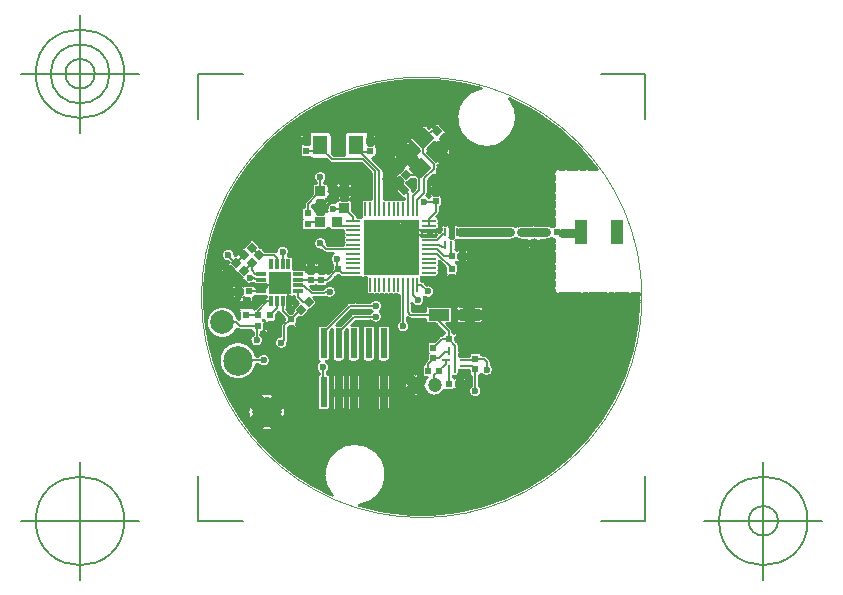
<source format=gbr>
G04 Generated by Ultiboard 13.0 *
%FSLAX34Y34*%
%MOMM*%

%ADD10C,0.0001*%
%ADD11C,0.0010*%
%ADD12C,0.2540*%
%ADD13C,0.1300*%
%ADD14C,0.7620*%
%ADD15C,0.1500*%
%ADD16R,0.6000X0.6000*%
%ADD17C,0.6000*%
%ADD18R,1.8000X1.0000*%
%ADD19P,0.8485X4*%
%ADD20R,0.9000X0.9000*%
%ADD21P,1.6970X4*%
%ADD22R,1.2000X1.6000*%
%ADD23R,0.6000X2.5400*%
%ADD24R,0.9000X0.3000*%
%ADD25R,0.3000X0.9000*%
%ADD26C,2.5000*%
%ADD27R,0.2500X0.8000*%
%ADD28R,1.0000X2.0000*%
%ADD29C,2.0000*%
%ADD30C,1.2000*%
%ADD31O,0.7000X0.2000*%
%ADD32O,0.2000X0.7000*%
%ADD33R,0.2000X1.2000*%
%ADD34R,1.2000X0.2000*%


G04 ColorRGB 00FF00 for the following layer *
%LNCopper Top*%
%LPD*%
G54D10*
G36*
X436948Y643250D02*
G75*
D01*
G03X436987Y642802I2552J-4*
G01*
X436987Y642802D01*
X434513Y642802D01*
G75*
D01*
G03X434552Y643250I-2513J444*
G01*
X434552Y643250D01*
X434552Y651250D01*
G74*
D01*
G03X434402Y652114I2552J2*
G01*
X434402Y652114D01*
X434402Y653800D01*
G74*
D01*
G03X433954Y653743I97J2549*
G01*
X433954Y653743D01*
X433954Y654954D01*
X430605Y654954D01*
G74*
D01*
G03X431197Y653802I5395J2044*
G01*
X431197Y653802D01*
X429500Y653802D01*
G75*
D01*
G03X426948Y651250I0J-2552*
G01*
X426948Y651250D01*
X426948Y649305D01*
G74*
D01*
G03X426870Y649230I2342J2514*
G01*
X426870Y649230D01*
X425380Y647740D01*
X424867Y647740D01*
G74*
D01*
G03X423000Y648552I1867J1740*
G01*
X423000Y648552D01*
X418260Y648552D01*
X418260Y645448D01*
X423000Y645448D01*
G74*
D01*
G03X423089Y645449I16J2552*
G01*
X423089Y645449D01*
X422192Y644552D01*
X411000Y644552D01*
G75*
D01*
G03X410545Y644511I1J-2552*
G01*
X410545Y644511D01*
X410545Y645489D01*
G75*
D01*
G03X411000Y645448I456J2510*
G01*
X411000Y645448D01*
X415740Y645448D01*
X415740Y648552D01*
X411000Y648552D01*
G75*
D01*
G03X410545Y648511I1J-2552*
G01*
X410545Y648511D01*
X410545Y649489D01*
G75*
D01*
G03X411000Y649448I456J2510*
G01*
X411000Y649448D01*
X423000Y649448D01*
G74*
D01*
G03X424867Y650260I0J2552*
G01*
X424867Y650260D01*
X425539Y650260D01*
G74*
D01*
G03X425348Y651000I2539J261*
G01*
G75*
D01*
G03X425552Y652000I-2348J1000*
G01*
X425552Y652000D01*
X425552Y654000D01*
G74*
D01*
G03X425348Y655000I2552J0*
G01*
G75*
D01*
G03X425552Y656000I-2348J1000*
G01*
X425552Y656000D01*
X425552Y658000D01*
G74*
D01*
G03X423552Y660492I2552J0*
G01*
X423552Y660492D01*
X425125Y662065D01*
G75*
D01*
G03X426137Y664500I-2424J2435*
G01*
X426137Y664500D01*
X426137Y668028D01*
G75*
D01*
G03X428052Y670500I-637J2471*
G01*
X428052Y670500D01*
X428052Y676500D01*
G74*
D01*
G03X427565Y678000I2552J1*
G01*
G75*
D01*
G03X428052Y679500I-2065J1499*
G01*
X428052Y679500D01*
X428052Y680531D01*
X424469Y680531D01*
X424469Y679052D01*
X420531Y679052D01*
X420531Y680531D01*
X416948Y680531D01*
X416948Y679500D01*
G75*
D01*
G03X417435Y678000I2552J-1*
G01*
G74*
D01*
G03X416984Y676926I2065J1499*
G01*
G74*
D01*
G03X415060Y678200I4083J4076*
G01*
X415060Y678200D01*
X415275Y678415D01*
G75*
D01*
G03X416287Y680850I-2424J2435*
G01*
X416287Y680850D01*
X416287Y691587D01*
X420746Y696046D01*
X423954Y696046D01*
X423954Y699395D01*
G74*
D01*
G03X423908Y699378I1977J5420*
G01*
G74*
D01*
G03X424365Y701089I2979J1712*
G01*
X424365Y701089D01*
X424365Y704052D01*
G74*
D01*
G03X424826Y704417I1343J2170*
G01*
X424826Y704417D01*
X426830Y706422D01*
X423728Y709524D01*
X422431Y708227D01*
X416541Y714117D01*
X417838Y715414D01*
X415517Y717736D01*
X421407Y723625D01*
X423728Y721304D01*
X427537Y725114D01*
X426304Y726347D01*
X426774Y726818D01*
X426040Y727552D01*
X429448Y730960D01*
X430182Y730226D01*
X432404Y732448D01*
X431987Y732865D01*
G74*
D01*
G03X430581Y733581I1804J1804*
G01*
G74*
D01*
G03X429865Y734987I2520J398*
G01*
X429865Y734987D01*
X425623Y739229D01*
G75*
D01*
G03X422013Y739229I-1805J-1803*
G01*
X422013Y739229D01*
X419420Y736637D01*
X419200Y736637D01*
G75*
D01*
G03X417955Y736403I1J-3437*
G01*
G74*
D01*
G03X416899Y735752I1245J3202*
G01*
X416899Y735752D01*
X414926Y737725D01*
G75*
D01*
G03X411317Y737725I-1804J-1805*
G01*
X411317Y737725D01*
X401417Y727826D01*
G75*
D01*
G03X401417Y724216I1804J-1805*
G01*
X401417Y724216D01*
X408249Y717384D01*
X408249Y716118D01*
X407971Y716395D01*
X404162Y712586D01*
X406483Y710264D01*
X400593Y704375D01*
X398272Y706696D01*
X394463Y702886D01*
X394696Y702653D01*
X394226Y702182D01*
X394960Y701448D01*
X391552Y698040D01*
X390818Y698774D01*
X388596Y696552D01*
X389013Y696135D01*
G74*
D01*
G03X389263Y695916I1802J1805*
G01*
G74*
D01*
G03X388013Y695229I555J2491*
G01*
X388013Y695229D01*
X387596Y694812D01*
X389818Y692590D01*
X391188Y693960D01*
X394596Y690552D01*
X393226Y689182D01*
X393960Y688448D01*
X390552Y685040D01*
X389818Y685774D01*
X387596Y683552D01*
X388013Y683135D01*
G74*
D01*
G03X389419Y682419I1804J1804*
G01*
G74*
D01*
G03X390135Y681013I2520J398*
G01*
X390135Y681013D01*
X394377Y676771D01*
G74*
D01*
G03X395563Y676099I1805J1803*
G01*
X395563Y676099D01*
X395563Y675552D01*
X394000Y675552D01*
G75*
D01*
G03X393000Y675348I0J-2552*
G01*
G74*
D01*
G03X392000Y675552I1000J2348*
G01*
X392000Y675552D01*
X390000Y675552D01*
G75*
D01*
G03X389000Y675348I0J-2552*
G01*
G74*
D01*
G03X388000Y675552I1000J2348*
G01*
X388000Y675552D01*
X386000Y675552D01*
G75*
D01*
G03X385000Y675348I0J-2552*
G01*
G74*
D01*
G03X384000Y675552I1000J2348*
G01*
X384000Y675552D01*
X382000Y675552D01*
G75*
D01*
G03X381000Y675348I0J-2552*
G01*
G74*
D01*
G03X380000Y675552I1000J2348*
G01*
X380000Y675552D01*
X378437Y675552D01*
X378437Y692469D01*
G74*
D01*
G03X380954Y690605I4563J3530*
G01*
X380954Y690605D01*
X380954Y693954D01*
X378437Y693954D01*
X378437Y698046D01*
X380954Y698046D01*
X380954Y701395D01*
G74*
D01*
G03X378413Y699500I2046J5394*
G01*
G74*
D01*
G03X377425Y701535I3413J400*
G01*
X377425Y701535D01*
X368512Y710448D01*
X370000Y710448D01*
G75*
D01*
G03X372552Y713000I0J2552*
G01*
X372552Y713000D01*
X372552Y719000D01*
G74*
D01*
G03X372065Y720500I2552J1*
G01*
G75*
D01*
G03X372552Y722000I-2065J1499*
G01*
X372552Y722000D01*
X372552Y723031D01*
X368969Y723031D01*
X368969Y721552D01*
X365031Y721552D01*
X365031Y723031D01*
X364828Y723031D01*
X364828Y726969D01*
X365031Y726969D01*
X365031Y730552D01*
X364954Y730552D01*
X364954Y732954D01*
X361605Y732954D01*
G74*
D01*
G03X361679Y732768I5397J2039*
G01*
G74*
D01*
G03X361000Y732828I675J3768*
G01*
X361000Y732828D01*
X349000Y732828D01*
G75*
D01*
G03X345172Y729000I0J-3828*
G01*
X345172Y729000D01*
X345172Y713000D01*
G75*
D01*
G03X345181Y712737I3828J-1*
G01*
X345181Y712737D01*
X336123Y712737D01*
X334828Y714032D01*
X334828Y729000D01*
G74*
D01*
G03X331000Y732828I3828J0*
G01*
X331000Y732828D01*
X319000Y732828D01*
G75*
D01*
G03X318321Y732768I-4J-3828*
G01*
G74*
D01*
G03X318395Y732954I5323J2226*
G01*
X318395Y732954D01*
X315046Y732954D01*
X315046Y730802D01*
X314969Y730802D01*
X314969Y727219D01*
X315172Y727219D01*
X315172Y723281D01*
X314969Y723281D01*
X314969Y721802D01*
X311031Y721802D01*
X311031Y723281D01*
X307448Y723281D01*
X307448Y722250D01*
G75*
D01*
G03X307935Y720750I2552J-1*
G01*
G74*
D01*
G03X307448Y719250I2065J1499*
G01*
X307448Y719250D01*
X307448Y713250D01*
G75*
D01*
G03X310000Y710698I2552J0*
G01*
X310000Y710698D01*
X315941Y710698D01*
G75*
D01*
G03X319000Y709172I3058J2302*
G01*
X319000Y709172D01*
X329968Y709172D01*
X332270Y706870D01*
G74*
D01*
G03X333743Y705999I2430J2429*
G01*
G75*
D01*
G03X334700Y705863I957J3300*
G01*
X334700Y705863D01*
X359396Y705863D01*
X367563Y697696D01*
X367563Y675552D01*
X366000Y675552D01*
G75*
D01*
G03X365000Y675348I0J-2552*
G01*
G74*
D01*
G03X364000Y675552I1000J2348*
G01*
X364000Y675552D01*
X362000Y675552D01*
G75*
D01*
G03X359448Y673000I0J-2552*
G01*
X359448Y673000D01*
X359448Y661000D01*
G75*
D01*
G03X359496Y660504I2552J-3*
G01*
G74*
D01*
G03X359000Y660552I493J2504*
G01*
X359000Y660552D01*
X356307Y660552D01*
G74*
D01*
G03X355325Y662535I3406J452*
G01*
X355325Y662535D01*
X352052Y665808D01*
X352052Y672500D01*
G74*
D01*
G03X350014Y675000I2552J0*
G01*
G75*
D01*
G03X352052Y677500I-514J2500*
G01*
X352052Y677500D01*
X352052Y679499D01*
X347501Y679499D01*
X347501Y675052D01*
X342499Y675052D01*
X342499Y679499D01*
X340201Y679499D01*
G74*
D01*
G03X337046Y682395I5201J2499*
G01*
X337046Y682395D01*
X337046Y679046D01*
X337948Y679046D01*
X337948Y677500D01*
G75*
D01*
G03X339986Y675000I2552J0*
G01*
G74*
D01*
G03X339798Y674954I512J2500*
G01*
X339798Y674954D01*
X337046Y674954D01*
X337046Y672674D01*
G75*
D01*
G03X332954Y671900I-1046J-5673*
G01*
X332954Y671900D01*
X332954Y674954D01*
X330202Y674954D01*
G74*
D01*
G03X330014Y675000I700J2454*
G01*
G75*
D01*
G03X332052Y677500I-514J2500*
G01*
X332052Y677500D01*
X332052Y679046D01*
X332954Y679046D01*
X332954Y682395D01*
G74*
D01*
G03X332052Y681960I2046J5394*
G01*
X332052Y681960D01*
X332052Y686500D01*
G74*
D01*
G03X329500Y689052I2552J0*
G01*
X329500Y689052D01*
X328337Y689052D01*
X328337Y689293D01*
G75*
D01*
G03X321463Y689441I-3337J4706*
G01*
X321463Y689441D01*
X321463Y689052D01*
X320500Y689052D01*
G75*
D01*
G03X317948Y686500I0J-2552*
G01*
X317948Y686500D01*
X317948Y679808D01*
X312170Y674030D01*
G75*
D01*
G03X311163Y671593I2429J-2430*
G01*
X311163Y671593D01*
X311163Y669030D01*
G74*
D01*
G03X308948Y666500I337J2530*
G01*
X308948Y666500D01*
X308948Y660500D01*
G75*
D01*
G03X309435Y659000I2552J-1*
G01*
G74*
D01*
G03X308948Y657500I2065J1499*
G01*
X308948Y657500D01*
X308948Y651500D01*
G75*
D01*
G03X311500Y648948I2552J0*
G01*
X311500Y648948D01*
X317500Y648948D01*
G74*
D01*
G03X319000Y649435I1J2552*
G01*
G75*
D01*
G03X320500Y648948I1499J2065*
G01*
X320500Y648948D01*
X329500Y648948D01*
G74*
D01*
G03X332000Y650986I0J2552*
G01*
G75*
D01*
G03X334500Y648948I2500J514*
G01*
X334500Y648948D01*
X343500Y648948D01*
G74*
D01*
G03X344448Y649130I2J2552*
G01*
X344448Y649130D01*
X344448Y648000D01*
G75*
D01*
G03X344652Y647000I2552J0*
G01*
G74*
D01*
G03X344448Y646000I2348J1000*
G01*
X344448Y646000D01*
X344448Y644000D01*
G75*
D01*
G03X344652Y643000I2552J0*
G01*
G74*
D01*
G03X344448Y642000I2348J1000*
G01*
X344448Y642000D01*
X344448Y640000D01*
G75*
D01*
G03X344652Y639000I2552J0*
G01*
G74*
D01*
G03X344448Y638000I2348J1000*
G01*
X344448Y638000D01*
X344448Y636437D01*
X331423Y636437D01*
X330707Y637153D01*
G75*
D01*
G03X325847Y632293I-5707J847*
G01*
X325847Y632293D01*
X327570Y630570D01*
G75*
D01*
G03X330005Y629563I2430J2429*
G01*
X330005Y629563D01*
X335744Y629563D01*
G75*
D01*
G03X334818Y620824I3254J-4763*
G01*
G74*
D01*
G03X334448Y619500I2182J1323*
G01*
X334448Y619500D01*
X334448Y615908D01*
X331243Y612703D01*
G75*
D01*
G03X331302Y613250I-2493J546*
G01*
X331302Y613250D01*
X331302Y614281D01*
X327719Y614281D01*
X327719Y612802D01*
X323781Y612802D01*
X323781Y614281D01*
X318719Y614281D01*
X318719Y612802D01*
X314781Y612802D01*
X314781Y614281D01*
X312989Y614281D01*
G74*
D01*
G03X310472Y616411I2517J422*
G01*
X310472Y616411D01*
X302024Y616411D01*
X302024Y624859D01*
G74*
D01*
G03X299472Y627411I2552J0*
G01*
X299472Y627411D01*
X297612Y627411D01*
G75*
D01*
G03X287185Y631196I-4671J3388*
G01*
G74*
D01*
G03X286697Y631348I1263J3195*
G01*
G75*
D01*
G03X285918Y631437I-777J-3347*
G01*
X285918Y631437D01*
X277779Y631437D01*
X275237Y633979D01*
G74*
D01*
G03X273712Y634711I1804J1804*
G01*
G74*
D01*
G03X272979Y636237I2537J279*
G01*
X272979Y636237D01*
X268737Y640479D01*
G75*
D01*
G03X265127Y640479I-1805J-1803*
G01*
X265127Y640479D01*
X260885Y636237D01*
G74*
D01*
G03X260169Y634831I1804J1804*
G01*
G74*
D01*
G03X258763Y634115I398J2520*
G01*
X258763Y634115D01*
X254521Y629873D01*
G74*
D01*
G03X253778Y628222I1803J1804*
G01*
G74*
D01*
G03X252770Y627947I153J2546*
G01*
G75*
D01*
G03X247267Y622236I-5770J53*
G01*
G74*
D01*
G03X247169Y621831I2422J800*
G01*
G74*
D01*
G03X245763Y621115I398J2520*
G01*
X245763Y621115D01*
X245346Y620698D01*
X247568Y618476D01*
X248302Y619210D01*
X251710Y615802D01*
X250976Y615068D01*
X254068Y611976D01*
X254802Y612710D01*
X258210Y609302D01*
X257476Y608568D01*
X259698Y606346D01*
X260115Y606763D01*
G74*
D01*
G03X260333Y607012I1806J1801*
G01*
G75*
D01*
G03X268242Y603796I5417J1988*
G01*
X268242Y603796D01*
X268969Y603796D01*
G75*
D01*
G03X270472Y603307I1502J2063*
G01*
X270472Y603307D01*
X278927Y603307D01*
X278927Y601411D01*
X270472Y601411D01*
G75*
D01*
G03X269595Y601256I-1J-2552*
G01*
G74*
D01*
G03X267250Y602802I2345J1005*
G01*
X267250Y602802D01*
X261250Y602802D01*
G75*
D01*
G03X259750Y602315I-1J-2552*
G01*
G74*
D01*
G03X258250Y602802I1499J2065*
G01*
X258250Y602802D01*
X257219Y602802D01*
X257219Y599219D01*
X258698Y599219D01*
X258698Y595281D01*
X257219Y595281D01*
X257219Y592190D01*
G74*
D01*
G03X255677Y589250I2031J2940*
G01*
X255677Y589250D01*
X255677Y588581D01*
X259919Y588581D01*
X259919Y592072D01*
G75*
D01*
G03X261250Y591698I1330J2178*
G01*
X261250Y591698D01*
X264581Y591698D01*
X264581Y588581D01*
X268823Y588581D01*
X268823Y589250D01*
G74*
D01*
G03X267796Y591757I3573J0*
G01*
G74*
D01*
G03X269669Y593436I546J2493*
G01*
G75*
D01*
G03X270472Y593307I801J2423*
G01*
X270472Y593307D01*
X278919Y593307D01*
X278919Y592559D01*
G74*
D01*
G03X278872Y592540I1264J3195*
G01*
G74*
D01*
G03X277742Y591789I1299J3181*
G01*
X277742Y591789D01*
X269370Y583418D01*
G74*
D01*
G03X268882Y582802I2432J2428*
G01*
X268882Y582802D01*
X268795Y582802D01*
G75*
D01*
G03X268823Y583250I-3545J446*
G01*
X268823Y583250D01*
X268823Y583919D01*
X264581Y583919D01*
X264581Y583823D01*
X259919Y583823D01*
X259919Y583919D01*
X255677Y583919D01*
X255677Y583250D01*
G75*
D01*
G03X256007Y581750I3573J0*
G01*
G74*
D01*
G03X255677Y580250I3243J1500*
G01*
X255677Y580250D01*
X255677Y574250D01*
G75*
D01*
G03X255685Y574005I3573J-6*
G01*
G74*
D01*
G03X255143Y574319I1986J2804*
G01*
G75*
D01*
G03X254436Y565605I-13142J-3319*
G01*
G75*
D01*
G03X256807Y564663I2364J2495*
G01*
X256807Y564663D01*
X266266Y564663D01*
G74*
D01*
G03X267563Y562990I2484J586*
G01*
X267563Y562990D01*
X267563Y560635D01*
G75*
D01*
G03X274437Y560635I3437J-4635*
G01*
X274437Y560635D01*
X274437Y562698D01*
X274750Y562698D01*
G74*
D01*
G03X277000Y564045I0J2552*
G01*
G74*
D01*
G03X277404Y563488I2249J1206*
G01*
G74*
D01*
G03X276605Y562046I4595J3488*
G01*
X276605Y562046D01*
X279954Y562046D01*
X279954Y562698D01*
X280281Y562698D01*
X280281Y566281D01*
X277302Y566281D01*
X277302Y570219D01*
X280281Y570219D01*
X280281Y571698D01*
X284219Y571698D01*
X284219Y570219D01*
X287802Y570219D01*
X287802Y571250D01*
G74*
D01*
G03X287315Y572750I2552J1*
G01*
G75*
D01*
G03X287802Y574250I-2065J1499*
G01*
X287802Y574250D01*
X287802Y577942D01*
X289640Y579780D01*
G74*
D01*
G03X290570Y578070I3360J719*
G01*
X290570Y578070D01*
X294198Y574442D01*
X294198Y573158D01*
X291970Y570930D01*
G75*
D01*
G03X290963Y568492I2429J-2430*
G01*
X290963Y568492D01*
X290963Y563923D01*
G75*
D01*
G03X290864Y563047I3337J-821*
G01*
G74*
D01*
G03X290863Y563000I3435J97*
G01*
X290863Y563000D01*
X290863Y559567D01*
G75*
D01*
G03X297572Y555199I1087J-5667*
G01*
G75*
D01*
G03X297737Y556250I-3271J1052*
G01*
X297737Y556250D01*
X297737Y559198D01*
X297781Y559198D01*
X297781Y562585D01*
G75*
D01*
G03X297837Y563200I-3380J618*
G01*
X297837Y563200D01*
X297837Y567077D01*
X298958Y568198D01*
X301719Y568198D01*
X301719Y566719D01*
X305302Y566719D01*
X305302Y567750D01*
G74*
D01*
G03X304815Y569250I2552J1*
G01*
G75*
D01*
G03X305302Y570750I-2065J1499*
G01*
X305302Y570750D01*
X305302Y574442D01*
X306697Y575837D01*
X306763Y575771D01*
G75*
D01*
G03X310373Y575771I1805J1803*
G01*
X310373Y575771D01*
X314615Y580013D01*
G74*
D01*
G03X315331Y581418I1804J1804*
G01*
G74*
D01*
G03X316737Y582135I400J2521*
G01*
X316737Y582135D01*
X320979Y586377D01*
G75*
D01*
G03X320979Y589987I-1803J1805*
G01*
X320979Y589987D01*
X318703Y592263D01*
X328119Y592263D01*
G74*
D01*
G03X329247Y592454I2J3437*
G01*
G75*
D01*
G03X337772Y594073I3553J4545*
G01*
G74*
D01*
G03X339954Y592605I4227J3927*
G01*
X339954Y592605D01*
X339954Y595954D01*
X338474Y595954D01*
G75*
D01*
G03X337700Y600046I-5673J1046*
G01*
X337700Y600046D01*
X339954Y600046D01*
X339954Y603395D01*
G74*
D01*
G03X338031Y602188I2045J5394*
G01*
X338031Y602188D01*
X338031Y605531D01*
X334448Y605531D01*
X334448Y604500D01*
G75*
D01*
G03X337000Y601948I2552J0*
G01*
X337000Y601948D01*
X337792Y601948D01*
G74*
D01*
G03X337028Y600927I4210J3946*
G01*
G75*
D01*
G03X330208Y602155I-4228J-3927*
G01*
G74*
D01*
G03X331274Y603871I1458J2095*
G01*
G74*
D01*
G03X333085Y604825I623J3379*
G01*
X333085Y604825D01*
X337729Y609469D01*
X338031Y609469D01*
X338031Y609771D01*
X339208Y610948D01*
X340692Y610948D01*
X341070Y610570D01*
G74*
D01*
G03X341969Y609923I2430J2429*
G01*
X341969Y609923D01*
X341969Y609469D01*
X345552Y609469D01*
X345552Y609563D01*
X346240Y609563D01*
G75*
D01*
G03X347000Y609448I757J2437*
G01*
X347000Y609448D01*
X359000Y609448D01*
G74*
D01*
G03X359496Y609496I3J2552*
G01*
G74*
D01*
G03X359448Y609000I2504J493*
G01*
X359448Y609000D01*
X359448Y604260D01*
X361740Y604260D01*
X361740Y609455D01*
X363489Y609455D01*
G74*
D01*
G03X363448Y609000I2510J456*
G01*
X363448Y609000D01*
X363448Y597000D01*
G75*
D01*
G03X364260Y595133I2552J0*
G01*
X364260Y595133D01*
X364260Y594461D01*
G74*
D01*
G03X365000Y594652I261J2539*
G01*
G75*
D01*
G03X366000Y594448I1000J2348*
G01*
X366000Y594448D01*
X368000Y594448D01*
G74*
D01*
G03X369000Y594652I0J2552*
G01*
G75*
D01*
G03X370000Y594448I1000J2348*
G01*
X370000Y594448D01*
X372000Y594448D01*
G74*
D01*
G03X373000Y594652I0J2552*
G01*
G75*
D01*
G03X374000Y594448I1000J2348*
G01*
X374000Y594448D01*
X376000Y594448D01*
G74*
D01*
G03X377000Y594652I0J2552*
G01*
G75*
D01*
G03X378000Y594448I1000J2348*
G01*
X378000Y594448D01*
X380000Y594448D01*
G74*
D01*
G03X381000Y594652I0J2552*
G01*
G75*
D01*
G03X382000Y594448I1000J2348*
G01*
X382000Y594448D01*
X384000Y594448D01*
G74*
D01*
G03X385000Y594652I0J2552*
G01*
G75*
D01*
G03X386000Y594448I1000J2348*
G01*
X386000Y594448D01*
X388000Y594448D01*
G74*
D01*
G03X389000Y594652I0J2552*
G01*
G75*
D01*
G03X390000Y594448I1000J2348*
G01*
X390000Y594448D01*
X391563Y594448D01*
X391563Y572635D01*
G75*
D01*
G03X398437Y572635I3437J-4635*
G01*
X398437Y572635D01*
X398437Y575603D01*
X398770Y575270D01*
G75*
D01*
G03X401203Y574263I2430J2429*
G01*
X401203Y574263D01*
X413698Y574263D01*
X413698Y572750D01*
G75*
D01*
G03X416250Y570198I2552J0*
G01*
X416250Y570198D01*
X422237Y570198D01*
G74*
D01*
G03X422820Y569420I3013J1651*
G01*
X422820Y569420D01*
X429789Y562451D01*
G74*
D01*
G03X427985Y560437I710J2451*
G01*
G74*
D01*
G03X425570Y559430I16J3437*
G01*
X425570Y559430D01*
X421442Y555302D01*
X417750Y555302D01*
G75*
D01*
G03X415198Y552750I0J-2552*
G01*
X415198Y552750D01*
X415198Y546750D01*
G75*
D01*
G03X415685Y545250I2552J-1*
G01*
G74*
D01*
G03X415198Y543750I2065J1499*
G01*
X415198Y543750D01*
X415198Y540058D01*
X413820Y538680D01*
G75*
D01*
G03X412813Y536240I2429J-2430*
G01*
X412813Y536240D01*
X412813Y535765D01*
G74*
D01*
G03X410698Y533250I437J2514*
G01*
X410698Y533250D01*
X410698Y527250D01*
G75*
D01*
G03X413250Y524698I2552J0*
G01*
X413250Y524698D01*
X414884Y524698D01*
G74*
D01*
G03X412436Y520344I6816J6698*
G01*
X412436Y520344D01*
X410092Y518000D01*
X412436Y515656D01*
G75*
D01*
G03X430284Y513800I9264J2341*
G01*
G75*
D01*
G03X431000Y513698I714J2450*
G01*
X431000Y513698D01*
X437000Y513698D01*
G74*
D01*
G03X438500Y514185I1J2552*
G01*
G75*
D01*
G03X440000Y513698I1499J2065*
G01*
X440000Y513698D01*
X441031Y513698D01*
X441031Y517281D01*
X439552Y517281D01*
X439552Y521219D01*
X441031Y521219D01*
X441031Y524088D01*
G74*
D01*
G03X442704Y523105I3718J4412*
G01*
X442704Y523105D01*
X442704Y526454D01*
X441484Y526454D01*
G75*
D01*
G03X442557Y529000I-2484J2546*
G01*
X442557Y529000D01*
X442557Y530546D01*
X442704Y530546D01*
X442704Y530687D01*
G75*
D01*
G03X444000Y530443I1295J3313*
G01*
X444000Y530443D01*
X449000Y530443D01*
G74*
D01*
G03X449851Y530546I1J3557*
G01*
X449851Y530546D01*
X450145Y530546D01*
G74*
D01*
G03X450138Y530563I5338J2188*
G01*
X450138Y530563D01*
X450448Y530563D01*
X450448Y528250D01*
G75*
D01*
G03X452563Y525735I2552J-1*
G01*
X452563Y525735D01*
X452563Y517635D01*
G75*
D01*
G03X459437Y517635I3437J-4635*
G01*
X459437Y517635D01*
X459437Y525735D01*
G74*
D01*
G03X461402Y527386I437J2514*
G01*
G75*
D01*
G03X469737Y535310I4496J3616*
G01*
X469737Y535310D01*
X469737Y537200D01*
G74*
D01*
G03X468725Y539635I3437J1*
G01*
X468725Y539635D01*
X465935Y542425D01*
G74*
D01*
G03X463729Y543429I2435J2424*
G01*
G75*
D01*
G03X463498Y543437I-234J-3428*
G01*
X463498Y543437D01*
X461545Y543437D01*
G74*
D01*
G03X459000Y545802I2544J186*
G01*
X459000Y545802D01*
X453000Y545802D01*
G75*
D01*
G03X452148Y545656I-1J-2552*
G01*
G74*
D01*
G03X449000Y547557I3147J1655*
G01*
X449000Y547557D01*
X447761Y547557D01*
X447761Y545261D01*
X451429Y545261D01*
G74*
D01*
G03X450448Y543250I1570J2011*
G01*
X450448Y543250D01*
X450448Y542739D01*
X447761Y542739D01*
X447761Y542557D01*
X445239Y542557D01*
X445239Y542739D01*
X442437Y542739D01*
X442437Y543082D01*
G75*
D01*
G03X442557Y544000I-3437J916*
G01*
X442557Y544000D01*
X442557Y545261D01*
X445239Y545261D01*
X445239Y547557D01*
X444000Y547557D01*
G75*
D01*
G03X442557Y547251I0J-3557*
G01*
X442557Y547251D01*
X442557Y549000D01*
G74*
D01*
G03X442437Y549918I3557J2*
G01*
X442437Y549918D01*
X442437Y551400D01*
G74*
D01*
G03X441425Y553835I3437J1*
G01*
X441425Y553835D01*
X440531Y554729D01*
X440531Y555031D01*
X440229Y555031D01*
X439052Y556208D01*
X439052Y558969D01*
X440531Y558969D01*
X440531Y562552D01*
X439500Y562552D01*
G75*
D01*
G03X438000Y562065I-1J-2552*
G01*
G74*
D01*
G03X436937Y562515I1501J2064*
G01*
X436937Y562515D01*
X436937Y563600D01*
G74*
D01*
G03X435925Y566035I3437J1*
G01*
X435925Y566035D01*
X431762Y570198D01*
X434250Y570198D01*
G75*
D01*
G03X436802Y572750I0J2552*
G01*
X436802Y572750D01*
X436802Y582750D01*
G74*
D01*
G03X434250Y585302I2552J0*
G01*
X434250Y585302D01*
X416250Y585302D01*
G75*
D01*
G03X413698Y582750I0J-2552*
G01*
X413698Y582750D01*
X413698Y581137D01*
X402623Y581137D01*
X402437Y581323D01*
X402437Y587233D01*
G75*
D01*
G03X412688Y592525I5081J2732*
G01*
G75*
D01*
G03X415374Y602986I3312J4725*
G01*
X415374Y602986D01*
X412935Y605425D01*
G74*
D01*
G03X410552Y606436I2435J2425*
G01*
X410552Y606436D01*
X410552Y609000D01*
G74*
D01*
G03X410504Y609496I2552J3*
G01*
G75*
D01*
G03X411000Y609448I493J2504*
G01*
X411000Y609448D01*
X423000Y609448D01*
G75*
D01*
G03X425552Y612000I0J2552*
G01*
X425552Y612000D01*
X425552Y614000D01*
G74*
D01*
G03X425348Y615000I2552J0*
G01*
G75*
D01*
G03X425552Y616000I-2348J1000*
G01*
X425552Y616000D01*
X425552Y618000D01*
G74*
D01*
G03X425348Y619000I2552J0*
G01*
G75*
D01*
G03X425552Y620000I-2348J1000*
G01*
X425552Y620000D01*
X425552Y622000D01*
G74*
D01*
G03X425460Y622680I2552J1*
G01*
X425460Y622680D01*
X430448Y617692D01*
X430448Y613500D01*
G75*
D01*
G03X430935Y612000I2552J-1*
G01*
G74*
D01*
G03X430448Y610500I2065J1499*
G01*
X430448Y610500D01*
X430448Y609469D01*
X434031Y609469D01*
X434031Y610948D01*
X437969Y610948D01*
X437969Y609469D01*
X441552Y609469D01*
X441552Y610500D01*
G74*
D01*
G03X441065Y612000I2552J1*
G01*
G75*
D01*
G03X441552Y613500I-2065J1499*
G01*
X441552Y613500D01*
X441552Y619500D01*
G74*
D01*
G03X439935Y621875I2552J0*
G01*
G74*
D01*
G03X440500Y622185I935J2374*
G01*
G75*
D01*
G03X442000Y621698I1499J2065*
G01*
X442000Y621698D01*
X443031Y621698D01*
X443031Y625281D01*
X441552Y625281D01*
X441552Y629219D01*
X443031Y629219D01*
X443031Y629915D01*
G75*
D01*
G03X444552Y632250I-1031J2334*
G01*
X444552Y632250D01*
X444552Y634902D01*
X442098Y634902D01*
X442098Y632802D01*
X442000Y632802D01*
G75*
D01*
G03X440500Y632315I-1J-2552*
G01*
G74*
D01*
G03X439552Y632742I1500J2065*
G01*
X439552Y632742D01*
X439552Y640250D01*
G74*
D01*
G03X439513Y640698I2552J4*
G01*
X439513Y640698D01*
X442000Y640698D01*
G74*
D01*
G03X442098Y640700I3J2552*
G01*
X442098Y640700D01*
X442098Y637598D01*
X444552Y637598D01*
X444552Y640250D01*
G74*
D01*
G03X444488Y640819I2552J1*
G01*
X444488Y640819D01*
X485950Y640819D01*
G74*
D01*
G03X489193Y641705I1J6381*
G01*
G74*
D01*
G03X490500Y642185I193J2545*
G01*
G74*
D01*
G03X491807Y641705I1500J2065*
G01*
G75*
D01*
G03X495050Y640819I3244J5494*
G01*
X495050Y640819D01*
X499948Y640819D01*
X499948Y640219D01*
X503531Y640219D01*
X503531Y640819D01*
X505625Y640819D01*
G74*
D01*
G03X506750Y640919I0J6381*
G01*
X506750Y640919D01*
X507469Y640919D01*
X507469Y640219D01*
X511052Y640219D01*
X511052Y640919D01*
X516265Y640919D01*
G74*
D01*
G03X519321Y641699I1J6381*
G01*
G74*
D01*
G03X520750Y642185I70J2550*
G01*
G75*
D01*
G03X522250Y641698I1499J2065*
G01*
X522250Y641698D01*
X522630Y641698D01*
X522630Y639485D01*
G74*
D01*
G03X521046Y640395I3630J4484*
G01*
X521046Y640395D01*
X521046Y637046D01*
X522630Y637046D01*
X522630Y632954D01*
X521046Y632954D01*
X521046Y629605D01*
G74*
D01*
G03X522630Y630515I2046J5394*
G01*
X522630Y630515D01*
X522630Y622485D01*
G74*
D01*
G03X521046Y623395I3630J4484*
G01*
X521046Y623395D01*
X521046Y620046D01*
X522630Y620046D01*
X522630Y615954D01*
X521046Y615954D01*
X521046Y612605D01*
G74*
D01*
G03X522630Y613515I2046J5394*
G01*
X522630Y613515D01*
X522630Y608485D01*
G74*
D01*
G03X521046Y609395I3630J4484*
G01*
X521046Y609395D01*
X521046Y606046D01*
X522630Y606046D01*
X522630Y601954D01*
X521046Y601954D01*
X521046Y598605D01*
G74*
D01*
G03X522630Y599515I2046J5394*
G01*
X522630Y599515D01*
X522630Y596574D01*
X523374Y595830D01*
X524684Y595830D01*
G74*
D01*
G03X523605Y594046I4316J3829*
G01*
X523605Y594046D01*
X526954Y594046D01*
X526954Y595830D01*
X531046Y595830D01*
X531046Y594046D01*
X534395Y594046D01*
G74*
D01*
G03X533316Y595830I5395J2044*
G01*
X533316Y595830D01*
X544684Y595830D01*
G74*
D01*
G03X543605Y594046I4316J3829*
G01*
X543605Y594046D01*
X546954Y594046D01*
X546954Y595830D01*
X551046Y595830D01*
X551046Y594046D01*
X554395Y594046D01*
G74*
D01*
G03X553316Y595830I5395J2044*
G01*
X553316Y595830D01*
X566684Y595830D01*
G74*
D01*
G03X565605Y594046I4316J3829*
G01*
X565605Y594046D01*
X568954Y594046D01*
X568954Y595830D01*
X573046Y595830D01*
X573046Y594046D01*
X576395Y594046D01*
G74*
D01*
G03X575316Y595830I5395J2044*
G01*
X575316Y595830D01*
X585684Y595830D01*
G74*
D01*
G03X584605Y594046I4316J3829*
G01*
X584605Y594046D01*
X587954Y594046D01*
X587954Y595830D01*
X592046Y595830D01*
X592046Y594046D01*
X594652Y594046D01*
G75*
D01*
G02X594646Y589954I-183901J-1776*
G01*
X594646Y589954D01*
X592046Y589954D01*
X592046Y586605D01*
G74*
D01*
G03X594622Y588546I2045J5394*
G01*
G75*
D01*
G02X357627Y416229I-183872J3753*
G01*
G75*
D01*
G03X334806Y424802I-3227J26070*
G01*
G75*
D01*
G02X460756Y769282I75935J167501*
G01*
G75*
D01*
G03X485335Y760408I4944J-24782*
G01*
G74*
D01*
G02X559194Y700870I74585J168107*
G01*
X559194Y700870D01*
X551847Y700870D01*
G74*
D01*
G03X552395Y701954I4846J3130*
G01*
X552395Y701954D01*
X549046Y701954D01*
X549046Y700870D01*
X544954Y700870D01*
X544954Y701954D01*
X541605Y701954D01*
G74*
D01*
G03X542153Y700870I5394J2046*
G01*
X542153Y700870D01*
X533847Y700870D01*
G74*
D01*
G03X534395Y701954I4846J3130*
G01*
X534395Y701954D01*
X531046Y701954D01*
X531046Y700870D01*
X526954Y700870D01*
X526954Y701954D01*
X523605Y701954D01*
G74*
D01*
G03X524153Y700870I5394J2046*
G01*
X524153Y700870D01*
X523374Y700870D01*
X522630Y700126D01*
X522630Y698485D01*
G74*
D01*
G03X521046Y699395I3630J4484*
G01*
X521046Y699395D01*
X521046Y696046D01*
X522630Y696046D01*
X522630Y691954D01*
X521046Y691954D01*
X521046Y688605D01*
G74*
D01*
G03X522630Y689515I2046J5394*
G01*
X522630Y689515D01*
X522630Y682485D01*
G74*
D01*
G03X521046Y683395I3630J4484*
G01*
X521046Y683395D01*
X521046Y680046D01*
X522630Y680046D01*
X522630Y675954D01*
X521046Y675954D01*
X521046Y672605D01*
G74*
D01*
G03X522630Y673515I2046J5394*
G01*
X522630Y673515D01*
X522630Y668485D01*
G74*
D01*
G03X521046Y669395I3630J4484*
G01*
X521046Y669395D01*
X521046Y666046D01*
X522630Y666046D01*
X522630Y661954D01*
X521046Y661954D01*
X521046Y658605D01*
G74*
D01*
G03X522630Y659515I2046J5394*
G01*
X522630Y659515D01*
X522630Y652802D01*
X522250Y652802D01*
G75*
D01*
G03X520750Y652315I-1J-2552*
G01*
G74*
D01*
G03X519520Y652788I1500J2065*
G01*
G74*
D01*
G03X516265Y653681I3255J5487*
G01*
X516265Y653681D01*
X508236Y653681D01*
G74*
D01*
G03X511395Y656954I2235J5318*
G01*
X511395Y656954D01*
X508046Y656954D01*
X508046Y653681D01*
X505550Y653681D01*
G75*
D01*
G03X504425Y653581I0J-6381*
G01*
X504425Y653581D01*
X495050Y653581D01*
G75*
D01*
G03X491996Y652802I1J-6381*
G01*
G74*
D01*
G03X490500Y652315I3J2552*
G01*
G74*
D01*
G03X489004Y652802I1499J2065*
G01*
G74*
D01*
G03X485950Y653581I3055J5601*
G01*
X485950Y653581D01*
X443500Y653581D01*
G75*
D01*
G03X443072Y653566I9J-6381*
G01*
G74*
D01*
G03X442000Y653802I1072J2316*
G01*
X442000Y653802D01*
X440803Y653802D01*
G74*
D01*
G03X441395Y654954I4804J3197*
G01*
X441395Y654954D01*
X438046Y654954D01*
X438046Y653578D01*
G74*
D01*
G03X437098Y653800I1045J2328*
G01*
X437098Y653800D01*
X437098Y652114D01*
G74*
D01*
G03X436948Y651250I2402J862*
G01*
X436948Y651250D01*
X436948Y643250D01*
D02*
G37*
%LPC*%
G36*
X462802Y572750D02*
X462802Y572750D01*
X462802Y575072D01*
X453928Y575072D01*
X453928Y570198D01*
X460250Y570198D01*
G75*
D01*
G03X462802Y572750I0J2552*
G01*
D02*
G37*
G36*
X462802Y582750D02*
G74*
D01*
G03X460250Y585302I2552J0*
G01*
X460250Y585302D01*
X453928Y585302D01*
X453928Y580428D01*
X462802Y580428D01*
X462802Y582750D01*
D02*
G37*
G36*
X448000Y621698D02*
G75*
D01*
G03X450552Y624250I0J2552*
G01*
X450552Y624250D01*
X450552Y625281D01*
X446969Y625281D01*
X446969Y621698D01*
X448000Y621698D01*
D02*
G37*
G36*
X457395Y632954D02*
X457395Y632954D01*
X454046Y632954D01*
X454046Y629605D01*
G74*
D01*
G03X457395Y632954I2045J5394*
G01*
D02*
G37*
G36*
X446969Y632175D02*
X446969Y632175D01*
X446969Y629219D01*
X450552Y629219D01*
X450552Y630250D01*
G74*
D01*
G03X449954Y631892I2552J0*
G01*
X449954Y631892D01*
X449954Y632954D01*
X446605Y632954D01*
G74*
D01*
G03X446969Y632175I5394J2046*
G01*
D02*
G37*
G36*
X450500Y635000D02*
G75*
D01*
G03X450500Y635000I1500J0*
G01*
D02*
G37*
G36*
X446605Y637046D02*
X446605Y637046D01*
X449954Y637046D01*
X449954Y640395D01*
G74*
D01*
G03X446605Y637046I2045J5394*
G01*
D02*
G37*
G36*
X454046Y640395D02*
X454046Y640395D01*
X454046Y637046D01*
X457395Y637046D01*
G74*
D01*
G03X454046Y640395I5394J2045*
G01*
D02*
G37*
G36*
X430448Y604500D02*
G75*
D01*
G03X433000Y601948I2552J0*
G01*
X433000Y601948D01*
X434031Y601948D01*
X434031Y605531D01*
X430448Y605531D01*
X430448Y604500D01*
D02*
G37*
G36*
X441552Y604500D02*
X441552Y604500D01*
X441552Y605531D01*
X437969Y605531D01*
X437969Y601948D01*
X439000Y601948D01*
G75*
D01*
G03X441552Y604500I0J2552*
G01*
D02*
G37*
G36*
X445395Y594954D02*
X445395Y594954D01*
X442046Y594954D01*
X442046Y591605D01*
G74*
D01*
G03X445395Y594954I2045J5394*
G01*
D02*
G37*
G36*
X442046Y602395D02*
X442046Y602395D01*
X442046Y599046D01*
X445395Y599046D01*
G74*
D01*
G03X442046Y602395I5394J2045*
G01*
D02*
G37*
G36*
X437954Y591605D02*
X437954Y591605D01*
X437954Y594954D01*
X434605Y594954D01*
G74*
D01*
G03X437954Y591605I5394J2045*
G01*
D02*
G37*
G36*
X442250Y585302D02*
G75*
D01*
G03X439698Y582750I0J-2552*
G01*
X439698Y582750D01*
X439698Y580428D01*
X448572Y580428D01*
X448572Y585302D01*
X442250Y585302D01*
D02*
G37*
G36*
X434605Y599046D02*
X434605Y599046D01*
X437954Y599046D01*
X437954Y602395D01*
G74*
D01*
G03X434605Y599046I2045J5394*
G01*
D02*
G37*
G36*
X438500Y597000D02*
G75*
D01*
G03X438500Y597000I1500J0*
G01*
D02*
G37*
G36*
X439698Y572750D02*
G75*
D01*
G03X442250Y570198I2552J0*
G01*
X442250Y570198D01*
X448572Y570198D01*
X448572Y575072D01*
X439698Y575072D01*
X439698Y572750D01*
D02*
G37*
G36*
X457395Y553954D02*
X457395Y553954D01*
X454046Y553954D01*
X454046Y550605D01*
G74*
D01*
G03X457395Y553954I2045J5394*
G01*
D02*
G37*
G36*
X448052Y553954D02*
G75*
D01*
G03X448052Y554000I-2552J23*
G01*
X448052Y554000D01*
X448052Y555031D01*
X444469Y555031D01*
X444469Y551448D01*
X445500Y551448D01*
G74*
D01*
G03X447490Y552401I1J2552*
G01*
G74*
D01*
G03X449954Y550605I4510J3599*
G01*
X449954Y550605D01*
X449954Y553954D01*
X448052Y553954D01*
D02*
G37*
G36*
X450500Y556000D02*
G75*
D01*
G03X450500Y556000I1500J0*
G01*
D02*
G37*
G36*
X447052Y558969D02*
G74*
D01*
G03X446605Y558046I4949J2967*
G01*
X446605Y558046D01*
X449954Y558046D01*
X449954Y561395D01*
G74*
D01*
G03X448044Y560201I2044J5395*
G01*
G74*
D01*
G03X445500Y562552I2543J200*
G01*
X445500Y562552D01*
X444469Y562552D01*
X444469Y558969D01*
X447052Y558969D01*
D02*
G37*
G36*
X454046Y561395D02*
X454046Y561395D01*
X454046Y558046D01*
X457395Y558046D01*
G74*
D01*
G03X454046Y561395I5394J2045*
G01*
D02*
G37*
G36*
X545500Y704000D02*
G75*
D01*
G03X545500Y704000I1500J0*
G01*
D02*
G37*
G36*
X541605Y706046D02*
X541605Y706046D01*
X544954Y706046D01*
X544954Y709395D01*
G74*
D01*
G03X541605Y706046I2045J5394*
G01*
D02*
G37*
G36*
X523605Y706046D02*
X523605Y706046D01*
X526954Y706046D01*
X526954Y709395D01*
G74*
D01*
G03X523605Y706046I2045J5394*
G01*
D02*
G37*
G36*
X531046Y709395D02*
X531046Y709395D01*
X531046Y706046D01*
X534395Y706046D01*
G74*
D01*
G03X531046Y709395I5394J2045*
G01*
D02*
G37*
G36*
X527500Y704000D02*
G75*
D01*
G03X527500Y704000I1500J0*
G01*
D02*
G37*
G36*
X482954Y653605D02*
X482954Y653605D01*
X482954Y656954D01*
X479605Y656954D01*
G74*
D01*
G03X482954Y653605I5394J2045*
G01*
D02*
G37*
G36*
X468500Y659000D02*
G75*
D01*
G03X468500Y659000I1500J0*
G01*
D02*
G37*
G36*
X503954Y653605D02*
X503954Y653605D01*
X503954Y656954D01*
X500605Y656954D01*
G74*
D01*
G03X503954Y653605I5394J2045*
G01*
D02*
G37*
G36*
X467954Y653605D02*
X467954Y653605D01*
X467954Y656954D01*
X464605Y656954D01*
G74*
D01*
G03X467954Y653605I5394J2045*
G01*
D02*
G37*
G36*
X475395Y656954D02*
X475395Y656954D01*
X472046Y656954D01*
X472046Y653605D01*
G74*
D01*
G03X475395Y656954I2045J5394*
G01*
D02*
G37*
G36*
X483500Y659000D02*
G75*
D01*
G03X483500Y659000I1500J0*
G01*
D02*
G37*
G36*
X490395Y656954D02*
X490395Y656954D01*
X487046Y656954D01*
X487046Y653605D01*
G74*
D01*
G03X490395Y656954I2045J5394*
G01*
D02*
G37*
G36*
X504500Y659000D02*
G75*
D01*
G03X504500Y659000I1500J0*
G01*
D02*
G37*
G36*
X516954Y658605D02*
X516954Y658605D01*
X516954Y661954D01*
X513605Y661954D01*
G74*
D01*
G03X516954Y658605I5394J2045*
G01*
D02*
G37*
G36*
X479605Y661046D02*
X479605Y661046D01*
X482954Y661046D01*
X482954Y664395D01*
G74*
D01*
G03X479605Y661046I2045J5394*
G01*
D02*
G37*
G36*
X472046Y664395D02*
X472046Y664395D01*
X472046Y661046D01*
X475395Y661046D01*
G74*
D01*
G03X472046Y664395I5394J2045*
G01*
D02*
G37*
G36*
X464605Y661046D02*
X464605Y661046D01*
X467954Y661046D01*
X467954Y664395D01*
G74*
D01*
G03X464605Y661046I2045J5394*
G01*
D02*
G37*
G36*
X487046Y664395D02*
X487046Y664395D01*
X487046Y661046D01*
X490395Y661046D01*
G74*
D01*
G03X487046Y664395I5394J2045*
G01*
D02*
G37*
G36*
X517500Y678000D02*
G75*
D01*
G03X517500Y678000I1500J0*
G01*
D02*
G37*
G36*
X517500Y664000D02*
G75*
D01*
G03X517500Y664000I1500J0*
G01*
D02*
G37*
G36*
X516954Y672605D02*
X516954Y672605D01*
X516954Y675954D01*
X513605Y675954D01*
G74*
D01*
G03X516954Y672605I5394J2045*
G01*
D02*
G37*
G36*
X508046Y664395D02*
X508046Y664395D01*
X508046Y661046D01*
X511395Y661046D01*
G74*
D01*
G03X508046Y664395I5394J2045*
G01*
D02*
G37*
G36*
X500605Y661046D02*
X500605Y661046D01*
X503954Y661046D01*
X503954Y664395D01*
G74*
D01*
G03X500605Y661046I2045J5394*
G01*
D02*
G37*
G36*
X513605Y666046D02*
X513605Y666046D01*
X516954Y666046D01*
X516954Y669395D01*
G74*
D01*
G03X513605Y666046I2045J5394*
G01*
D02*
G37*
G36*
X517500Y694000D02*
G75*
D01*
G03X517500Y694000I1500J0*
G01*
D02*
G37*
G36*
X516954Y688605D02*
X516954Y688605D01*
X516954Y691954D01*
X513605Y691954D01*
G74*
D01*
G03X516954Y688605I5394J2045*
G01*
D02*
G37*
G36*
X513605Y696046D02*
X513605Y696046D01*
X516954Y696046D01*
X516954Y699395D01*
G74*
D01*
G03X513605Y696046I2045J5394*
G01*
D02*
G37*
G36*
X513605Y680046D02*
X513605Y680046D01*
X516954Y680046D01*
X516954Y683395D01*
G74*
D01*
G03X513605Y680046I2045J5394*
G01*
D02*
G37*
G36*
X549046Y709395D02*
X549046Y709395D01*
X549046Y706046D01*
X552395Y706046D01*
G74*
D01*
G03X549046Y709395I5394J2045*
G01*
D02*
G37*
G36*
X513605Y620046D02*
X513605Y620046D01*
X516954Y620046D01*
X516954Y623395D01*
G74*
D01*
G03X513605Y620046I2045J5394*
G01*
D02*
G37*
G36*
X516954Y629605D02*
X516954Y629605D01*
X516954Y632954D01*
X513605Y632954D01*
G74*
D01*
G03X516954Y629605I5394J2045*
G01*
D02*
G37*
G36*
X511052Y635250D02*
X511052Y635250D01*
X511052Y636281D01*
X507469Y636281D01*
X507469Y632698D01*
X508046Y632698D01*
X508046Y630046D01*
X511395Y630046D01*
G74*
D01*
G03X509206Y632797I5394J2046*
G01*
G75*
D01*
G03X511052Y635250I-706J2452*
G01*
D02*
G37*
G36*
X511395Y625954D02*
X511395Y625954D01*
X508046Y625954D01*
X508046Y622605D01*
G74*
D01*
G03X511395Y625954I2045J5394*
G01*
D02*
G37*
G36*
X503954Y622605D02*
X503954Y622605D01*
X503954Y625954D01*
X500605Y625954D01*
G74*
D01*
G03X503954Y622605I5394J2045*
G01*
D02*
G37*
G36*
X504500Y628000D02*
G75*
D01*
G03X504500Y628000I1500J0*
G01*
D02*
G37*
G36*
X513605Y637046D02*
X513605Y637046D01*
X516954Y637046D01*
X516954Y640395D01*
G74*
D01*
G03X513605Y637046I2045J5394*
G01*
D02*
G37*
G36*
X517500Y635000D02*
G75*
D01*
G03X517500Y635000I1500J0*
G01*
D02*
G37*
G36*
X490395Y632954D02*
X490395Y632954D01*
X487046Y632954D01*
X487046Y629605D01*
G74*
D01*
G03X490395Y632954I2045J5394*
G01*
D02*
G37*
G36*
X483500Y635000D02*
G75*
D01*
G03X483500Y635000I1500J0*
G01*
D02*
G37*
G36*
X487046Y640395D02*
X487046Y640395D01*
X487046Y637046D01*
X490395Y637046D01*
G74*
D01*
G03X487046Y640395I5394J2045*
G01*
D02*
G37*
G36*
X503531Y633215D02*
X503531Y633215D01*
X503531Y636281D01*
X499948Y636281D01*
X499948Y635250D01*
G75*
D01*
G03X502500Y632698I2552J0*
G01*
X502500Y632698D01*
X502650Y632698D01*
G74*
D01*
G03X500605Y630046I3350J4698*
G01*
X500605Y630046D01*
X503954Y630046D01*
X503954Y633395D01*
G74*
D01*
G03X503531Y633215I2046J5394*
G01*
D02*
G37*
G36*
X475395Y632954D02*
X475395Y632954D01*
X472046Y632954D01*
X472046Y629605D01*
G74*
D01*
G03X475395Y632954I2045J5394*
G01*
D02*
G37*
G36*
X467954Y629605D02*
X467954Y629605D01*
X467954Y632954D01*
X464605Y632954D01*
G74*
D01*
G03X467954Y629605I5394J2045*
G01*
D02*
G37*
G36*
X468500Y635000D02*
G75*
D01*
G03X468500Y635000I1500J0*
G01*
D02*
G37*
G36*
X464605Y637046D02*
X464605Y637046D01*
X467954Y637046D01*
X467954Y640395D01*
G74*
D01*
G03X464605Y637046I2045J5394*
G01*
D02*
G37*
G36*
X472046Y640395D02*
X472046Y640395D01*
X472046Y637046D01*
X475395Y637046D01*
G74*
D01*
G03X472046Y640395I5394J2045*
G01*
D02*
G37*
G36*
X479605Y637046D02*
X479605Y637046D01*
X482954Y637046D01*
X482954Y640395D01*
G74*
D01*
G03X479605Y637046I2045J5394*
G01*
D02*
G37*
G36*
X482954Y629605D02*
X482954Y629605D01*
X482954Y632954D01*
X479605Y632954D01*
G74*
D01*
G03X482954Y629605I5394J2045*
G01*
D02*
G37*
G36*
X513605Y606046D02*
X513605Y606046D01*
X516954Y606046D01*
X516954Y609395D01*
G74*
D01*
G03X513605Y606046I2045J5394*
G01*
D02*
G37*
G36*
X516954Y612605D02*
X516954Y612605D01*
X516954Y615954D01*
X513605Y615954D01*
G74*
D01*
G03X516954Y612605I5394J2045*
G01*
D02*
G37*
G36*
X517500Y604000D02*
G75*
D01*
G03X517500Y604000I1500J0*
G01*
D02*
G37*
G36*
X517500Y618000D02*
G75*
D01*
G03X517500Y618000I1500J0*
G01*
D02*
G37*
G36*
X587954Y586605D02*
X587954Y586605D01*
X587954Y589954D01*
X584605Y589954D01*
G74*
D01*
G03X587954Y586605I5394J2045*
G01*
D02*
G37*
G36*
X588500Y592000D02*
G75*
D01*
G03X588500Y592000I1500J0*
G01*
D02*
G37*
G36*
X576395Y589954D02*
X576395Y589954D01*
X573046Y589954D01*
X573046Y586605D01*
G74*
D01*
G03X576395Y589954I2045J5394*
G01*
D02*
G37*
G36*
X568954Y586605D02*
X568954Y586605D01*
X568954Y589954D01*
X565605Y589954D01*
G74*
D01*
G03X568954Y586605I5394J2045*
G01*
D02*
G37*
G36*
X569500Y592000D02*
G75*
D01*
G03X569500Y592000I1500J0*
G01*
D02*
G37*
G36*
X554395Y589954D02*
X554395Y589954D01*
X551046Y589954D01*
X551046Y586605D01*
G74*
D01*
G03X554395Y589954I2045J5394*
G01*
D02*
G37*
G36*
X546954Y586605D02*
X546954Y586605D01*
X546954Y589954D01*
X543605Y589954D01*
G74*
D01*
G03X546954Y586605I5394J2045*
G01*
D02*
G37*
G36*
X547500Y592000D02*
G75*
D01*
G03X547500Y592000I1500J0*
G01*
D02*
G37*
G36*
X534395Y589954D02*
X534395Y589954D01*
X531046Y589954D01*
X531046Y586605D01*
G74*
D01*
G03X534395Y589954I2045J5394*
G01*
D02*
G37*
G36*
X526954Y586605D02*
X526954Y586605D01*
X526954Y589954D01*
X523605Y589954D01*
G74*
D01*
G03X526954Y586605I5394J2045*
G01*
D02*
G37*
G36*
X527500Y592000D02*
G75*
D01*
G03X527500Y592000I1500J0*
G01*
D02*
G37*
G36*
X516954Y598605D02*
X516954Y598605D01*
X516954Y601954D01*
X513605Y601954D01*
G74*
D01*
G03X516954Y598605I5394J2045*
G01*
D02*
G37*
G36*
X474395Y574954D02*
X474395Y574954D01*
X471046Y574954D01*
X471046Y571605D01*
G74*
D01*
G03X474395Y574954I2045J5394*
G01*
D02*
G37*
G36*
X466954Y571605D02*
X466954Y571605D01*
X466954Y574954D01*
X463605Y574954D01*
G74*
D01*
G03X466954Y571605I5394J2045*
G01*
D02*
G37*
G36*
X467500Y577000D02*
G75*
D01*
G03X467500Y577000I1500J0*
G01*
D02*
G37*
G36*
X463605Y579046D02*
X463605Y579046D01*
X466954Y579046D01*
X466954Y582395D01*
G74*
D01*
G03X463605Y579046I2045J5394*
G01*
D02*
G37*
G36*
X471046Y582395D02*
X471046Y582395D01*
X471046Y579046D01*
X474395Y579046D01*
G74*
D01*
G03X471046Y582395I5394J2045*
G01*
D02*
G37*
G36*
X545605Y547046D02*
X545605Y547046D01*
X548954Y547046D01*
X548954Y550395D01*
G74*
D01*
G03X545605Y547046I2045J5394*
G01*
D02*
G37*
G36*
X553046Y550395D02*
X553046Y550395D01*
X553046Y547046D01*
X556395Y547046D01*
G74*
D01*
G03X553046Y550395I5394J2045*
G01*
D02*
G37*
G36*
X549500Y545000D02*
G75*
D01*
G03X549500Y545000I1500J0*
G01*
D02*
G37*
G36*
X556395Y542954D02*
X556395Y542954D01*
X553046Y542954D01*
X553046Y539605D01*
G74*
D01*
G03X556395Y542954I2045J5394*
G01*
D02*
G37*
G36*
X548954Y539605D02*
X548954Y539605D01*
X548954Y542954D01*
X545605Y542954D01*
G74*
D01*
G03X548954Y539605I5394J2045*
G01*
D02*
G37*
G36*
X501605Y513046D02*
X501605Y513046D01*
X504954Y513046D01*
X504954Y516395D01*
G74*
D01*
G03X501605Y513046I2045J5394*
G01*
D02*
G37*
G36*
X509046Y516395D02*
X509046Y516395D01*
X509046Y513046D01*
X512395Y513046D01*
G74*
D01*
G03X509046Y516395I5394J2045*
G01*
D02*
G37*
G36*
X512395Y508954D02*
X512395Y508954D01*
X509046Y508954D01*
X509046Y505605D01*
G74*
D01*
G03X512395Y508954I2045J5394*
G01*
D02*
G37*
G36*
X504954Y505605D02*
X504954Y505605D01*
X504954Y508954D01*
X501605Y508954D01*
G74*
D01*
G03X504954Y505605I5394J2045*
G01*
D02*
G37*
G36*
X505500Y511000D02*
G75*
D01*
G03X505500Y511000I1500J0*
G01*
D02*
G37*
G36*
X436229Y728623D02*
X436229Y728623D01*
X435812Y729040D01*
X433590Y726818D01*
X435812Y724596D01*
X436229Y725013D01*
G75*
D01*
G03X436229Y728623I-1803J1805*
G01*
D02*
G37*
G36*
X431605Y722046D02*
X431605Y722046D01*
X434954Y722046D01*
X434954Y725395D01*
G74*
D01*
G03X431605Y722046I2045J5394*
G01*
D02*
G37*
G36*
X428377Y720771D02*
G75*
D01*
G03X431987Y720771I1805J1803*
G01*
X431987Y720771D01*
X432404Y721188D01*
X430182Y723410D01*
X427960Y721188D01*
X428377Y720771D01*
D02*
G37*
G36*
X439046Y725395D02*
X439046Y725395D01*
X439046Y722046D01*
X442395Y722046D01*
G74*
D01*
G03X439046Y725395I5394J2045*
G01*
D02*
G37*
G36*
X388395Y693954D02*
X388395Y693954D01*
X385046Y693954D01*
X385046Y690605D01*
G74*
D01*
G03X388395Y693954I2045J5394*
G01*
D02*
G37*
G36*
X423954Y688605D02*
X423954Y688605D01*
X423954Y691954D01*
X420605Y691954D01*
G74*
D01*
G03X423954Y688605I5394J2045*
G01*
D02*
G37*
G36*
X397174Y723583D02*
X397174Y723583D01*
X395170Y721578D01*
X398272Y718476D01*
X402082Y722285D01*
X400784Y723583D01*
G75*
D01*
G03X397174Y723583I-1805J-1804*
G01*
D02*
G37*
G36*
X384605Y723046D02*
X384605Y723046D01*
X387954Y723046D01*
X387954Y726395D01*
G74*
D01*
G03X384605Y723046I2045J5394*
G01*
D02*
G37*
G36*
X392046Y726395D02*
X392046Y726395D01*
X392046Y723046D01*
X395395Y723046D01*
G74*
D01*
G03X392046Y726395I5394J2045*
G01*
D02*
G37*
G36*
X372552Y728000D02*
G74*
D01*
G03X370590Y730483I2552J0*
G01*
G74*
D01*
G03X372395Y732954I3589J4517*
G01*
X372395Y732954D01*
X369046Y732954D01*
X369046Y730552D01*
X368969Y730552D01*
X368969Y726969D01*
X372552Y726969D01*
X372552Y728000D01*
D02*
G37*
G36*
X365500Y735000D02*
G75*
D01*
G03X365500Y735000I1500J0*
G01*
D02*
G37*
G36*
X361605Y737046D02*
X361605Y737046D01*
X364954Y737046D01*
X364954Y740395D01*
G74*
D01*
G03X361605Y737046I2045J5394*
G01*
D02*
G37*
G36*
X369046Y740395D02*
X369046Y740395D01*
X369046Y737046D01*
X372395Y737046D01*
G74*
D01*
G03X369046Y740395I5394J2045*
G01*
D02*
G37*
G36*
X307448Y728250D02*
X307448Y728250D01*
X307448Y727219D01*
X311031Y727219D01*
X311031Y730802D01*
X310954Y730802D01*
X310954Y732954D01*
X307605Y732954D01*
G74*
D01*
G03X309187Y730669I5394J2045*
G01*
G74*
D01*
G03X307448Y728250I812J2418*
G01*
D02*
G37*
G36*
X311500Y735000D02*
G75*
D01*
G03X311500Y735000I1500J0*
G01*
D02*
G37*
G36*
X307605Y737046D02*
X307605Y737046D01*
X310954Y737046D01*
X310954Y740395D01*
G74*
D01*
G03X307605Y737046I2045J5394*
G01*
D02*
G37*
G36*
X315046Y740395D02*
X315046Y740395D01*
X315046Y737046D01*
X318395Y737046D01*
G74*
D01*
G03X315046Y740395I5394J2045*
G01*
D02*
G37*
G36*
X431769Y717565D02*
X431769Y717565D01*
X429618Y715414D01*
X432720Y712312D01*
X434725Y714317D01*
G75*
D01*
G03X434954Y717664I-1803J1805*
G01*
X434954Y717664D01*
X434954Y717954D01*
X434697Y717954D01*
X433427Y719224D01*
X432157Y717954D01*
X431605Y717954D01*
G74*
D01*
G03X431769Y717565I5394J2045*
G01*
D02*
G37*
G36*
X442395Y717954D02*
X442395Y717954D01*
X439046Y717954D01*
X439046Y714605D01*
G74*
D01*
G03X442395Y717954I2045J5394*
G01*
D02*
G37*
G36*
X435500Y720000D02*
G75*
D01*
G03X435500Y720000I1500J0*
G01*
D02*
G37*
G36*
X392623Y708229D02*
G75*
D01*
G03X389013Y708229I-1805J-1803*
G01*
X389013Y708229D01*
X388596Y707812D01*
X390818Y705590D01*
X393040Y707812D01*
X392623Y708229D01*
D02*
G37*
G36*
X395395Y718954D02*
X395395Y718954D01*
X392046Y718954D01*
X392046Y715605D01*
G74*
D01*
G03X395395Y718954I2045J5394*
G01*
D02*
G37*
G36*
X387275Y713683D02*
G75*
D01*
G03X387275Y710074I1803J-1804*
G01*
X387275Y710074D01*
X388573Y708776D01*
X392382Y712586D01*
X389280Y715688D01*
X387275Y713683D01*
D02*
G37*
G36*
X387954Y715605D02*
X387954Y715605D01*
X387954Y718954D01*
X384605Y718954D01*
G74*
D01*
G03X387954Y715605I5394J2045*
G01*
D02*
G37*
G36*
X388500Y721000D02*
G75*
D01*
G03X388500Y721000I1500J0*
G01*
D02*
G37*
G36*
X428052Y685500D02*
G74*
D01*
G03X425500Y688052I2552J0*
G01*
X425500Y688052D01*
X424469Y688052D01*
X424469Y684469D01*
X428052Y684469D01*
X428052Y685500D01*
D02*
G37*
G36*
X428046Y699395D02*
X428046Y699395D01*
X428046Y696046D01*
X431395Y696046D01*
G74*
D01*
G03X428046Y699395I5394J2045*
G01*
D02*
G37*
G36*
X431395Y691954D02*
X431395Y691954D01*
X428046Y691954D01*
X428046Y688605D01*
G74*
D01*
G03X431395Y691954I2045J5394*
G01*
D02*
G37*
G36*
X424500Y694000D02*
G75*
D01*
G03X424500Y694000I1500J0*
G01*
D02*
G37*
G36*
X416948Y685500D02*
X416948Y685500D01*
X416948Y684469D01*
X420531Y684469D01*
X420531Y688052D01*
X419500Y688052D01*
G75*
D01*
G03X416948Y685500I0J-2552*
G01*
D02*
G37*
G36*
X381500Y696000D02*
G75*
D01*
G03X381500Y696000I1500J0*
G01*
D02*
G37*
G36*
X388395Y698046D02*
G74*
D01*
G03X386097Y700868I5394J2046*
G01*
X386097Y700868D01*
X387410Y702182D01*
X385188Y704404D01*
X384771Y703987D01*
G75*
D01*
G03X384771Y700377I1803J-1805*
G01*
X384771Y700377D01*
X385046Y700102D01*
X385046Y698046D01*
X388395Y698046D01*
D02*
G37*
G36*
X347046Y699395D02*
X347046Y699395D01*
X347046Y696046D01*
X350395Y696046D01*
G74*
D01*
G03X347046Y699395I5394J2045*
G01*
D02*
G37*
G36*
X347501Y688800D02*
X347501Y688800D01*
X347501Y684501D01*
X352052Y684501D01*
X352052Y686500D01*
G74*
D01*
G03X349500Y689052I2552J0*
G01*
X349500Y689052D01*
X347969Y689052D01*
G74*
D01*
G03X350395Y691954I2969J4947*
G01*
X350395Y691954D01*
X347046Y691954D01*
X347046Y688605D01*
G74*
D01*
G03X347501Y688800I2043J5395*
G01*
D02*
G37*
G36*
X343500Y694000D02*
G75*
D01*
G03X343500Y694000I1500J0*
G01*
D02*
G37*
G36*
X339605Y696046D02*
X339605Y696046D01*
X342954Y696046D01*
X342954Y699395D01*
G74*
D01*
G03X339605Y696046I2045J5394*
G01*
D02*
G37*
G36*
X342499Y688800D02*
G74*
D01*
G03X342954Y688605I2498J5201*
G01*
X342954Y688605D01*
X342954Y691954D01*
X339605Y691954D01*
G74*
D01*
G03X342031Y689052I5395J2045*
G01*
X342031Y689052D01*
X340500Y689052D01*
G75*
D01*
G03X337948Y686500I0J-2552*
G01*
X337948Y686500D01*
X337948Y684501D01*
X342499Y684501D01*
X342499Y688800D01*
D02*
G37*
G36*
X284046Y694395D02*
X284046Y694395D01*
X284046Y691046D01*
X287395Y691046D01*
G74*
D01*
G03X284046Y694395I5394J2045*
G01*
D02*
G37*
G36*
X287395Y686954D02*
X287395Y686954D01*
X284046Y686954D01*
X284046Y683605D01*
G74*
D01*
G03X287395Y686954I2045J5394*
G01*
D02*
G37*
G36*
X280500Y689000D02*
G75*
D01*
G03X280500Y689000I1500J0*
G01*
D02*
G37*
G36*
X276605Y691046D02*
X276605Y691046D01*
X279954Y691046D01*
X279954Y694395D01*
G74*
D01*
G03X276605Y691046I2045J5394*
G01*
D02*
G37*
G36*
X279954Y683605D02*
X279954Y683605D01*
X279954Y686954D01*
X276605Y686954D01*
G74*
D01*
G03X279954Y683605I5394J2045*
G01*
D02*
G37*
G36*
X446605Y661046D02*
X446605Y661046D01*
X449954Y661046D01*
X449954Y664395D01*
G74*
D01*
G03X446605Y661046I2045J5394*
G01*
D02*
G37*
G36*
X454046Y664395D02*
X454046Y664395D01*
X454046Y661046D01*
X457395Y661046D01*
G74*
D01*
G03X454046Y664395I5394J2045*
G01*
D02*
G37*
G36*
X333500Y677000D02*
G75*
D01*
G03X333500Y677000I1500J0*
G01*
D02*
G37*
G36*
X457395Y656954D02*
X457395Y656954D01*
X454046Y656954D01*
X454046Y653605D01*
G74*
D01*
G03X457395Y656954I2045J5394*
G01*
D02*
G37*
G36*
X449954Y653605D02*
X449954Y653605D01*
X449954Y656954D01*
X446605Y656954D01*
G74*
D01*
G03X449954Y653605I5394J2045*
G01*
D02*
G37*
G36*
X450500Y659000D02*
G75*
D01*
G03X450500Y659000I1500J0*
G01*
D02*
G37*
G36*
X434500Y657000D02*
G75*
D01*
G03X434500Y657000I1500J0*
G01*
D02*
G37*
G36*
X430605Y659046D02*
X430605Y659046D01*
X433954Y659046D01*
X433954Y662395D01*
G74*
D01*
G03X430605Y659046I2045J5394*
G01*
D02*
G37*
G36*
X438046Y662395D02*
X438046Y662395D01*
X438046Y659046D01*
X441395Y659046D01*
G74*
D01*
G03X438046Y662395I5394J2045*
G01*
D02*
G37*
G36*
X383771Y687377D02*
X383771Y687377D01*
X384188Y686960D01*
X386410Y689182D01*
X384188Y691404D01*
X383771Y690987D01*
G75*
D01*
G03X383771Y687377I1803J-1805*
G01*
D02*
G37*
G36*
X285046Y655395D02*
X285046Y655395D01*
X285046Y652046D01*
X288395Y652046D01*
G74*
D01*
G03X285046Y655395I5394J2045*
G01*
D02*
G37*
G36*
X288395Y647954D02*
X288395Y647954D01*
X285046Y647954D01*
X285046Y644605D01*
G74*
D01*
G03X288395Y647954I2045J5394*
G01*
D02*
G37*
G36*
X281500Y650000D02*
G75*
D01*
G03X281500Y650000I1500J0*
G01*
D02*
G37*
G36*
X277605Y652046D02*
X277605Y652046D01*
X280954Y652046D01*
X280954Y655395D01*
G74*
D01*
G03X277605Y652046I2045J5394*
G01*
D02*
G37*
G36*
X280954Y644605D02*
X280954Y644605D01*
X280954Y647954D01*
X277605Y647954D01*
G74*
D01*
G03X280954Y644605I5394J2045*
G01*
D02*
G37*
G36*
X279954Y554605D02*
X279954Y554605D01*
X279954Y557954D01*
X276605Y557954D01*
G74*
D01*
G03X279954Y554605I5394J2045*
G01*
D02*
G37*
G36*
X272293Y542337D02*
X272293Y542337D01*
X270839Y542337D01*
G75*
D01*
G03X270926Y535463I-15639J-3635*
G01*
X270926Y535463D01*
X272441Y535463D01*
G75*
D01*
G03X272293Y542337I4559J3537*
G01*
D02*
G37*
G36*
X287395Y557954D02*
X287395Y557954D01*
X284046Y557954D01*
X284046Y554605D01*
G74*
D01*
G03X287395Y557954I2045J5394*
G01*
D02*
G37*
G36*
X331302Y619250D02*
G74*
D01*
G03X328750Y621802I2552J0*
G01*
X328750Y621802D01*
X327719Y621802D01*
X327719Y618219D01*
X331302Y618219D01*
X331302Y619250D01*
D02*
G37*
G36*
X344046Y602172D02*
X344046Y602172D01*
X344046Y600046D01*
X347395Y600046D01*
G74*
D01*
G03X345008Y602924I5394J2045*
G01*
G75*
D01*
G03X345552Y604500I-2008J1575*
G01*
X345552Y604500D01*
X345552Y605531D01*
X341969Y605531D01*
X341969Y601948D01*
X343000Y601948D01*
G74*
D01*
G03X344046Y602172I0J2552*
G01*
D02*
G37*
G36*
X322750Y621802D02*
G75*
D01*
G03X321250Y621315I-1J-2552*
G01*
G74*
D01*
G03X319750Y621802I1499J2065*
G01*
X319750Y621802D01*
X318719Y621802D01*
X318719Y618219D01*
X323781Y618219D01*
X323781Y621802D01*
X322750Y621802D01*
D02*
G37*
G36*
X311198Y619250D02*
X311198Y619250D01*
X311198Y618219D01*
X314781Y618219D01*
X314781Y621802D01*
X313750Y621802D01*
G75*
D01*
G03X311198Y619250I0J-2552*
G01*
D02*
G37*
G36*
X241521Y616873D02*
G75*
D01*
G03X241521Y613263I1803J-1805*
G01*
X241521Y613263D01*
X241938Y612846D01*
X244160Y615068D01*
X241938Y617290D01*
X241521Y616873D01*
D02*
G37*
G36*
X248021Y606763D02*
X248021Y606763D01*
X248438Y606346D01*
X250660Y608568D01*
X249790Y609438D01*
X248438Y610790D01*
X247568Y611660D01*
X245346Y609438D01*
X245763Y609021D01*
G74*
D01*
G03X247288Y608288I1805J1803*
G01*
G74*
D01*
G03X248021Y606763I2537J281*
G01*
D02*
G37*
G36*
X347395Y595954D02*
X347395Y595954D01*
X344046Y595954D01*
X344046Y592605D01*
G74*
D01*
G03X347395Y595954I2045J5394*
G01*
D02*
G37*
G36*
X340500Y598000D02*
G75*
D01*
G03X340500Y598000I1500J0*
G01*
D02*
G37*
G36*
X351605Y595046D02*
X351605Y595046D01*
X354954Y595046D01*
X354954Y598395D01*
G74*
D01*
G03X351605Y595046I2045J5394*
G01*
D02*
G37*
G36*
X355500Y593000D02*
G75*
D01*
G03X355500Y593000I1500J0*
G01*
D02*
G37*
G36*
X360358Y595046D02*
G74*
D01*
G03X361740Y594461I1642J1954*
G01*
X361740Y594461D01*
X361740Y595046D01*
X362395Y595046D01*
G74*
D01*
G03X361740Y596290I5394J2046*
G01*
X361740Y596290D01*
X361740Y601740D01*
X359448Y601740D01*
X359448Y598225D01*
G74*
D01*
G03X359046Y598395I2447J5226*
G01*
X359046Y598395D01*
X359046Y595046D01*
X360358Y595046D01*
D02*
G37*
G36*
X252250Y591698D02*
X252250Y591698D01*
X253281Y591698D01*
X253281Y595281D01*
X249698Y595281D01*
X249698Y594250D01*
G75*
D01*
G03X252250Y591698I2552J0*
G01*
D02*
G37*
G36*
X251994Y602789D02*
G74*
D01*
G03X249698Y600250I255J2538*
G01*
X249698Y600250D01*
X249698Y599219D01*
X253281Y599219D01*
X253281Y601897D01*
G75*
D01*
G03X255873Y602521I787J2428*
G01*
X255873Y602521D01*
X256290Y602938D01*
X254068Y605160D01*
X251846Y602938D01*
X251994Y602789D01*
D02*
G37*
G36*
X284219Y565326D02*
G74*
D01*
G03X284046Y565395I2223J5323*
G01*
X284046Y565395D01*
X284046Y562046D01*
X287395Y562046D01*
G74*
D01*
G03X286791Y563215I5394J2046*
G01*
G75*
D01*
G03X287802Y565250I-1541J2034*
G01*
X287802Y565250D01*
X287802Y566281D01*
X284219Y566281D01*
X284219Y565326D01*
D02*
G37*
G36*
X305302Y561750D02*
X305302Y561750D01*
X305302Y562781D01*
X301719Y562781D01*
X301719Y559198D01*
X302750Y559198D01*
G75*
D01*
G03X305302Y561750I0J2552*
G01*
D02*
G37*
G36*
X280500Y560000D02*
G75*
D01*
G03X280500Y560000I1500J0*
G01*
D02*
G37*
G36*
X448052Y523768D02*
G74*
D01*
G03X450145Y526454I3302J4732*
G01*
X450145Y526454D01*
X446796Y526454D01*
X446796Y524675D01*
G74*
D01*
G03X446000Y524802I795J2425*
G01*
X446000Y524802D01*
X444969Y524802D01*
X444969Y521219D01*
X448552Y521219D01*
X448552Y522250D01*
G74*
D01*
G03X448052Y523768I2552J1*
G01*
D02*
G37*
G36*
X443250Y528500D02*
G75*
D01*
G03X443250Y528500I1500J0*
G01*
D02*
G37*
G36*
X405046Y536395D02*
X405046Y536395D01*
X405046Y533046D01*
X408395Y533046D01*
G74*
D01*
G03X405046Y536395I5394J2045*
G01*
D02*
G37*
G36*
X407439Y527314D02*
G74*
D01*
G03X408395Y528954I4438J3686*
G01*
X408395Y528954D01*
X405046Y528954D01*
X405046Y527553D01*
G74*
D01*
G03X401378Y526714I255J9553*
G01*
X401378Y526714D01*
X405300Y522792D01*
X409222Y526714D01*
G74*
D01*
G03X407439Y527314I3924J8712*
G01*
D02*
G37*
G36*
X401500Y531000D02*
G75*
D01*
G03X401500Y531000I1500J0*
G01*
D02*
G37*
G36*
X397605Y533046D02*
X397605Y533046D01*
X400954Y533046D01*
X400954Y536395D01*
G74*
D01*
G03X397605Y533046I2045J5394*
G01*
D02*
G37*
G36*
X400954Y525605D02*
X400954Y525605D01*
X400954Y528954D01*
X397605Y528954D01*
G74*
D01*
G03X400954Y525605I5394J2045*
G01*
D02*
G37*
G36*
X368850Y568933D02*
X368850Y568933D01*
X362850Y568933D01*
G75*
D01*
G03X360067Y566150I0J-2783*
G01*
X360067Y566150D01*
X360067Y540750D01*
G75*
D01*
G03X362850Y537967I2783J0*
G01*
X362850Y537967D01*
X368850Y537967D01*
G75*
D01*
G03X371633Y540750I0J2783*
G01*
X371633Y540750D01*
X371633Y566150D01*
G74*
D01*
G03X368850Y568933I2783J0*
G01*
D02*
G37*
G36*
X381550Y568933D02*
X381550Y568933D01*
X375550Y568933D01*
G75*
D01*
G03X372767Y566150I0J-2783*
G01*
X372767Y566150D01*
X372767Y540750D01*
G75*
D01*
G03X375550Y537967I2783J0*
G01*
X375550Y537967D01*
X381550Y537967D01*
G75*
D01*
G03X384333Y540750I0J2783*
G01*
X384333Y540750D01*
X384333Y566150D01*
G74*
D01*
G03X381550Y568933I2783J0*
G01*
D02*
G37*
G36*
X446000Y513698D02*
G75*
D01*
G03X448552Y516250I0J2552*
G01*
X448552Y516250D01*
X448552Y517281D01*
X444969Y517281D01*
X444969Y513698D01*
X446000Y513698D01*
D02*
G37*
G36*
X409222Y509286D02*
X409222Y509286D01*
X405300Y513208D01*
X401378Y509286D01*
G75*
D01*
G03X409222Y509286I3922J8713*
G01*
D02*
G37*
G36*
X402300Y518000D02*
G75*
D01*
G03X402300Y518000I3000J0*
G01*
D02*
G37*
G36*
X381550Y527533D02*
X381550Y527533D01*
X380601Y527533D01*
X380601Y514101D01*
X384333Y514101D01*
X384333Y524750D01*
G74*
D01*
G03X381550Y527533I2783J0*
G01*
D02*
G37*
G36*
X396586Y521922D02*
G75*
D01*
G03X396586Y514078I8713J-3922*
G01*
X396586Y514078D01*
X400508Y518000D01*
X396586Y521922D01*
D02*
G37*
G36*
X375550Y527533D02*
G75*
D01*
G03X372767Y524750I0J-2783*
G01*
X372767Y524750D01*
X372767Y514101D01*
X376499Y514101D01*
X376499Y527533D01*
X375550Y527533D01*
D02*
G37*
G36*
X346233Y524750D02*
G74*
D01*
G03X343450Y527533I2783J0*
G01*
X343450Y527533D01*
X342501Y527533D01*
X342501Y514101D01*
X346233Y514101D01*
X346233Y524750D01*
D02*
G37*
G36*
X350150Y527533D02*
G75*
D01*
G03X347367Y524750I0J-2783*
G01*
X347367Y524750D01*
X347367Y514101D01*
X351099Y514101D01*
X351099Y527533D01*
X350150Y527533D01*
D02*
G37*
G36*
X358933Y524750D02*
G74*
D01*
G03X356150Y527533I2783J0*
G01*
X356150Y527533D01*
X355201Y527533D01*
X355201Y514101D01*
X358933Y514101D01*
X358933Y524750D01*
D02*
G37*
G36*
X337450Y527533D02*
G75*
D01*
G03X334667Y524750I0J-2783*
G01*
X334667Y524750D01*
X334667Y514101D01*
X338399Y514101D01*
X338399Y527533D01*
X337450Y527533D01*
D02*
G37*
G36*
X272910Y509841D02*
X272910Y509841D01*
X279500Y503252D01*
X286090Y509841D01*
G75*
D01*
G03X272910Y509841I-6590J-14640*
G01*
D02*
G37*
G36*
X380046Y496395D02*
X380046Y496395D01*
X380046Y493046D01*
X383395Y493046D01*
G74*
D01*
G03X380046Y496395I5394J2045*
G01*
D02*
G37*
G36*
X383395Y488954D02*
X383395Y488954D01*
X380046Y488954D01*
X380046Y485605D01*
G74*
D01*
G03X383395Y488954I2045J5394*
G01*
D02*
G37*
G36*
X381550Y496567D02*
G75*
D01*
G03X384333Y499350I0J2783*
G01*
X384333Y499350D01*
X384333Y509999D01*
X380601Y509999D01*
X380601Y496567D01*
X381550Y496567D01*
D02*
G37*
G36*
X372605Y493046D02*
X372605Y493046D01*
X375954Y493046D01*
X375954Y496395D01*
G74*
D01*
G03X372605Y493046I2045J5394*
G01*
D02*
G37*
G36*
X375954Y485605D02*
X375954Y485605D01*
X375954Y488954D01*
X372605Y488954D01*
G74*
D01*
G03X375954Y485605I5394J2045*
G01*
D02*
G37*
G36*
X376500Y491000D02*
G75*
D01*
G03X376500Y491000I1500J0*
G01*
D02*
G37*
G36*
X372767Y499350D02*
G75*
D01*
G03X375550Y496567I2783J0*
G01*
X375550Y496567D01*
X376499Y496567D01*
X376499Y509999D01*
X372767Y509999D01*
X372767Y499350D01*
D02*
G37*
G36*
X345395Y489954D02*
X345395Y489954D01*
X342046Y489954D01*
X342046Y486605D01*
G74*
D01*
G03X345395Y489954I2045J5394*
G01*
D02*
G37*
G36*
X358395Y489954D02*
X358395Y489954D01*
X355046Y489954D01*
X355046Y486605D01*
G74*
D01*
G03X358395Y489954I2045J5394*
G01*
D02*
G37*
G36*
X350954Y486605D02*
X350954Y486605D01*
X350954Y489954D01*
X347605Y489954D01*
G74*
D01*
G03X350954Y486605I5394J2045*
G01*
D02*
G37*
G36*
X351500Y492000D02*
G75*
D01*
G03X351500Y492000I1500J0*
G01*
D02*
G37*
G36*
X343526Y496568D02*
G75*
D01*
G03X346233Y499350I-76J2782*
G01*
X346233Y499350D01*
X346233Y509999D01*
X342501Y509999D01*
X342501Y497200D01*
G74*
D01*
G03X342046Y497395I2498J5201*
G01*
X342046Y497395D01*
X342046Y494046D01*
X345395Y494046D01*
G74*
D01*
G03X343526Y496568I5395J2044*
G01*
D02*
G37*
G36*
X356498Y496588D02*
G75*
D01*
G03X358933Y499350I-348J2761*
G01*
X358933Y499350D01*
X358933Y509999D01*
X355201Y509999D01*
X355201Y497334D01*
G74*
D01*
G03X355046Y497395I2190J5338*
G01*
X355046Y497395D01*
X355046Y494046D01*
X358395Y494046D01*
G74*
D01*
G03X356498Y496588I5394J2046*
G01*
D02*
G37*
G36*
X347605Y494046D02*
X347605Y494046D01*
X350954Y494046D01*
X350954Y496567D01*
X351099Y496567D01*
X351099Y509999D01*
X347367Y509999D01*
X347367Y499350D01*
G75*
D01*
G03X349557Y496630I2783J-1*
G01*
G74*
D01*
G03X347605Y494046I3442J4630*
G01*
D02*
G37*
G36*
X337954Y486605D02*
X337954Y486605D01*
X337954Y489954D01*
X334605Y489954D01*
G74*
D01*
G03X337954Y486605I5394J2045*
G01*
D02*
G37*
G36*
X360531Y588437D02*
G74*
D01*
G03X362395Y590954I3530J4563*
G01*
X362395Y590954D01*
X359046Y590954D01*
X359046Y588437D01*
X354954Y588437D01*
X354954Y590954D01*
X351605Y590954D01*
G74*
D01*
G03X353469Y588437I5394J2046*
G01*
X353469Y588437D01*
X349700Y588437D01*
G75*
D01*
G03X348993Y588363I2J-3437*
G01*
G74*
D01*
G03X347270Y587430I707J3363*
G01*
X347270Y587430D01*
X328773Y568933D01*
X324750Y568933D01*
G75*
D01*
G03X321967Y566150I0J-2783*
G01*
X321967Y566150D01*
X321967Y540750D01*
G75*
D01*
G03X324169Y538028I2783J0*
G01*
G75*
D01*
G03X323563Y528365I2831J-5028*
G01*
X323563Y528365D01*
X323563Y527268D01*
G74*
D01*
G03X321967Y524750I1187J2517*
G01*
X321967Y524750D01*
X321967Y499350D01*
G75*
D01*
G03X324750Y496567I2783J0*
G01*
X324750Y496567D01*
X330750Y496567D01*
G75*
D01*
G03X333533Y499350I0J2783*
G01*
X333533Y499350D01*
X333533Y524750D01*
G74*
D01*
G03X330750Y527533I2783J0*
G01*
X330750Y527533D01*
X330437Y527533D01*
X330437Y528365D01*
G75*
D01*
G03X329937Y537967I-3436J4635*
G01*
X329937Y537967D01*
X330750Y537967D01*
G75*
D01*
G03X333533Y540750I0J2783*
G01*
X333533Y540750D01*
X333533Y563973D01*
X334667Y565107D01*
X334667Y540750D01*
G75*
D01*
G03X337450Y537967I2783J0*
G01*
X337450Y537967D01*
X343450Y537967D01*
G75*
D01*
G03X346233Y540750I0J2783*
G01*
X346233Y540750D01*
X346233Y564073D01*
X347367Y565207D01*
X347367Y540750D01*
G75*
D01*
G03X350150Y537967I2783J0*
G01*
X350150Y537967D01*
X356150Y537967D01*
G75*
D01*
G03X358933Y540750I0J2783*
G01*
X358933Y540750D01*
X358933Y566150D01*
G74*
D01*
G03X356150Y568933I2783J0*
G01*
X356150Y568933D01*
X351093Y568933D01*
X354723Y572563D01*
X367365Y572563D01*
G75*
D01*
G03X375611Y580500I4635J3437*
G01*
G75*
D01*
G03X367365Y588437I-3617J4495*
G01*
X367365Y588437D01*
X360531Y588437D01*
D02*
G37*
G36*
X334605Y494046D02*
X334605Y494046D01*
X337954Y494046D01*
X337954Y496567D01*
X338399Y496567D01*
X338399Y509999D01*
X334667Y509999D01*
X334667Y499350D01*
G75*
D01*
G03X336636Y496688I2783J-1*
G01*
G74*
D01*
G03X334605Y494046I3364J4688*
G01*
D02*
G37*
G36*
X338500Y492000D02*
G75*
D01*
G03X338500Y492000I1500J0*
G01*
D02*
G37*
G36*
X294141Y501790D02*
X294141Y501790D01*
X287552Y495200D01*
X294141Y488610D01*
G75*
D01*
G03X294141Y501790I-14640J6590*
G01*
D02*
G37*
G36*
X264859Y501790D02*
G75*
D01*
G03X264859Y488610I14640J-6590*
G01*
X264859Y488610D01*
X271448Y495200D01*
X264859Y501790D01*
D02*
G37*
G36*
X275000Y495200D02*
G75*
D01*
G03X275000Y495200I4500J0*
G01*
D02*
G37*
G36*
X426605Y476046D02*
X426605Y476046D01*
X429954Y476046D01*
X429954Y479395D01*
G74*
D01*
G03X426605Y476046I2045J5394*
G01*
D02*
G37*
G36*
X434046Y479395D02*
X434046Y479395D01*
X434046Y476046D01*
X437395Y476046D01*
G74*
D01*
G03X434046Y479395I5394J2045*
G01*
D02*
G37*
G36*
X437395Y471954D02*
X437395Y471954D01*
X434046Y471954D01*
X434046Y468605D01*
G74*
D01*
G03X437395Y471954I2045J5394*
G01*
D02*
G37*
G36*
X429954Y468605D02*
X429954Y468605D01*
X429954Y471954D01*
X426605Y471954D01*
G74*
D01*
G03X429954Y468605I5394J2045*
G01*
D02*
G37*
G36*
X430500Y474000D02*
G75*
D01*
G03X430500Y474000I1500J0*
G01*
D02*
G37*
G36*
X286090Y480559D02*
X286090Y480559D01*
X279500Y487148D01*
X272910Y480559D01*
G75*
D01*
G03X286090Y480559I6590J14640*
G01*
D02*
G37*
%LPD*%
G36*
X408000Y648346D02*
G75*
D01*
G02X408000Y649654I72J654*
G01*
X408000Y649654D01*
X408000Y658000D01*
X362000Y658000D01*
X362000Y612000D01*
X408000Y612000D01*
X408000Y644342D01*
X407163Y644342D01*
G75*
D01*
G02X407163Y645658I0J658*
G01*
X407163Y645658D01*
X408000Y645658D01*
X408000Y648346D01*
D02*
G37*
%LPC*%
G36*
X363995Y617000D02*
G75*
D01*
G02X363995Y617000I3005J0*
G01*
D02*
G37*
G36*
X375995Y617000D02*
G75*
D01*
G02X375995Y617000I3005J0*
G01*
D02*
G37*
G36*
X387995Y617000D02*
G75*
D01*
G02X387995Y617000I3005J0*
G01*
D02*
G37*
G36*
X399995Y617000D02*
G75*
D01*
G02X399995Y617000I3005J0*
G01*
D02*
G37*
G36*
X363995Y641000D02*
G75*
D01*
G02X363995Y641000I3005J0*
G01*
D02*
G37*
G36*
X375995Y641000D02*
G75*
D01*
G02X375995Y641000I3005J0*
G01*
D02*
G37*
G36*
X375995Y629000D02*
G75*
D01*
G02X375995Y629000I3005J0*
G01*
D02*
G37*
G36*
X363995Y629000D02*
G75*
D01*
G02X363995Y629000I3005J0*
G01*
D02*
G37*
G36*
X387995Y641000D02*
G75*
D01*
G02X387995Y641000I3005J0*
G01*
D02*
G37*
G36*
X387995Y629000D02*
G75*
D01*
G02X387995Y629000I3005J0*
G01*
D02*
G37*
G36*
X399995Y641000D02*
G75*
D01*
G02X399995Y641000I3005J0*
G01*
D02*
G37*
G36*
X399995Y629000D02*
G75*
D01*
G02X399995Y629000I3005J0*
G01*
D02*
G37*
G36*
X375995Y653000D02*
G75*
D01*
G02X375995Y653000I3005J0*
G01*
D02*
G37*
G36*
X363995Y653000D02*
G75*
D01*
G02X363995Y653000I3005J0*
G01*
D02*
G37*
G36*
X387995Y653000D02*
G75*
D01*
G02X387995Y653000I3005J0*
G01*
D02*
G37*
G36*
X399995Y653000D02*
G75*
D01*
G02X399995Y653000I3005J0*
G01*
D02*
G37*
%LPD*%
G36*
X367365Y581563D02*
G74*
D01*
G03X368389Y580500I4633J3439*
G01*
G74*
D01*
G03X367365Y579437I3609J4501*
G01*
X367365Y579437D01*
X353300Y579437D01*
G75*
D01*
G03X352239Y579269I0J-3437*
G01*
G74*
D01*
G03X350870Y578430I1061J3268*
G01*
X350870Y578430D01*
X341373Y568933D01*
X338493Y568933D01*
X351123Y581563D01*
X367365Y581563D01*
D02*
G37*
G36*
X291442Y602028D02*
G75*
D01*
G02X292764Y602567I-441J2972*
G01*
X292764Y602567D01*
X295006Y600325D01*
G74*
D01*
G02X295425Y599906I206J625*
G01*
X295425Y599906D01*
X298363Y596968D01*
G74*
D01*
G02X298558Y596500I463J468*
G01*
X298558Y596500D01*
X298558Y595859D01*
X299472Y595859D01*
X299472Y613859D01*
X281472Y613859D01*
X281472Y603458D01*
X284400Y603458D01*
G75*
D01*
G02X284400Y602142I0J-658*
G01*
X284400Y602142D01*
X281472Y602142D01*
X281472Y595859D01*
X297242Y595859D01*
X297242Y596227D01*
X291442Y602028D01*
D02*
G37*
G36*
X331413Y670501D02*
G75*
D01*
G03X330429Y665499I4587J-3500*
G01*
X330429Y665499D01*
X327501Y665499D01*
X327501Y663052D01*
X322499Y663052D01*
X322499Y665499D01*
X320052Y665499D01*
X320052Y666500D01*
G74*
D01*
G03X318037Y668995I2552J0*
G01*
X318037Y668995D01*
X318037Y670177D01*
X318361Y670501D01*
X322499Y670501D01*
X322499Y674639D01*
X322808Y674948D01*
X327501Y674948D01*
X327501Y670501D01*
X331413Y670501D01*
D02*
G37*
G36*
X299409Y583268D02*
X299409Y583268D01*
X299409Y587922D01*
X302024Y587922D01*
X302024Y586774D01*
G74*
D01*
G02X303900Y585002I2923J4974*
G01*
X303900Y585002D01*
X306176Y587278D01*
X303433Y590021D01*
G75*
D01*
G02X302427Y592454I2430J2429*
G01*
X302427Y592454D01*
X302427Y593307D01*
X302024Y593307D01*
X302024Y590796D01*
X299409Y590796D01*
X299409Y593314D01*
X297024Y593314D01*
X297024Y587184D01*
G74*
D01*
G02X297054Y587195I2001J5412*
G01*
X297054Y587195D01*
X297054Y583846D01*
X296814Y583846D01*
G74*
D01*
G02X296535Y583356I2343J1010*
G01*
X296535Y583356D01*
X296535Y582307D01*
X296472Y582307D01*
G75*
D01*
G02X296437Y582307I-17J2552*
G01*
X296437Y582307D01*
X296437Y581923D01*
X299058Y579302D01*
X300442Y579302D01*
X301971Y580831D01*
G75*
D01*
G02X302521Y583623I2354J987*
G01*
X302521Y583623D01*
X302744Y583846D01*
X301814Y583846D01*
G74*
D01*
G02X300430Y582494I2341J1013*
G01*
G75*
D01*
G02X299409Y583268I-1330J-694*
G01*
D02*
G37*
G36*
X403849Y692413D02*
G75*
D01*
G03X403909Y692414I-27J3437*
G01*
G74*
D01*
G03X404801Y692548I60J3435*
G01*
X404801Y692548D01*
X405449Y691900D01*
X405449Y684996D01*
X402957Y682504D01*
G75*
D01*
G03X402229Y684623I-2531J315*
G01*
X402229Y684623D01*
X397987Y688865D01*
G74*
D01*
G03X397737Y689084I1802J1805*
G01*
G74*
D01*
G03X398987Y689771I555J2491*
G01*
X398987Y689771D01*
X401630Y692413D01*
X403849Y692413D01*
D02*
G37*
G36*
X319750Y601698D02*
X319750Y601698D01*
X316562Y601698D01*
X319123Y599137D01*
X326696Y599137D01*
X327189Y599630D01*
G74*
D01*
G02X328030Y600247I2429J2430*
G01*
G74*
D01*
G02X329770Y601910I4769J3248*
G01*
G74*
D01*
G02X328750Y601698I1018J2340*
G01*
X328750Y601698D01*
X322750Y601698D01*
G75*
D01*
G02X321250Y602185I-1J2552*
G01*
G74*
D01*
G02X319750Y601698I1499J2065*
G01*
D02*
G37*
G36*
X438500Y524315D02*
G75*
D01*
G02X440000Y524802I1499J-2065*
G01*
X440000Y524802D01*
X440321Y524802D01*
G74*
D01*
G02X439801Y525534I4429J3697*
G01*
G75*
D01*
G02X437437Y525805I-800J3466*
G01*
X437437Y525805D01*
X437437Y524765D01*
G74*
D01*
G02X438500Y524315I438J2514*
G01*
D02*
G37*
G36*
X332052Y672040D02*
G74*
D01*
G03X332678Y671718I2947J4960*
G01*
G74*
D01*
G03X332052Y671208I3323J4717*
G01*
X332052Y671208D01*
X332052Y672040D01*
D02*
G37*
G36*
X276815Y572750D02*
G74*
D01*
G02X277000Y572455I2064J1500*
G01*
G74*
D01*
G02X277185Y572750I2249J1205*
G01*
G74*
D01*
G02X277000Y573045I2064J1500*
G01*
G74*
D01*
G02X276815Y572750I2249J1205*
G01*
D02*
G37*
G36*
X594316Y595830D02*
G74*
D01*
G02X594634Y595438I4318J3828*
G01*
G74*
D01*
G03X594627Y595830I183884J3088*
G01*
X594627Y595830D01*
X594316Y595830D01*
D02*
G37*
G54D11*
X291442Y602028D02*
G75*
D01*
G02X292764Y602567I-441J2972*
G01*
X295006Y600325D01*
G74*
D01*
G02X295425Y599906I206J625*
G01*
X298363Y596968D01*
G74*
D01*
G02X298558Y596500I463J468*
G01*
X298558Y595859D01*
X299472Y595859D01*
X299472Y613859D01*
X281472Y613859D01*
X281472Y603458D01*
X284400Y603458D01*
G75*
D01*
G02X284400Y602142I0J-658*
G01*
X281472Y602142D01*
X281472Y595859D01*
X297242Y595859D01*
X297242Y596227D01*
X291442Y602028D01*
X363995Y617000D02*
G75*
D01*
G02X363995Y617000I3005J0*
G01*
X375995Y617000D02*
G75*
D01*
G02X375995Y617000I3005J0*
G01*
X387995Y617000D02*
G75*
D01*
G02X387995Y617000I3005J0*
G01*
X399995Y617000D02*
G75*
D01*
G02X399995Y617000I3005J0*
G01*
X363995Y641000D02*
G75*
D01*
G02X363995Y641000I3005J0*
G01*
X375995Y641000D02*
G75*
D01*
G02X375995Y641000I3005J0*
G01*
X375995Y629000D02*
G75*
D01*
G02X375995Y629000I3005J0*
G01*
X363995Y629000D02*
G75*
D01*
G02X363995Y629000I3005J0*
G01*
X387995Y641000D02*
G75*
D01*
G02X387995Y641000I3005J0*
G01*
X387995Y629000D02*
G75*
D01*
G02X387995Y629000I3005J0*
G01*
X399995Y641000D02*
G75*
D01*
G02X399995Y641000I3005J0*
G01*
X399995Y629000D02*
G75*
D01*
G02X399995Y629000I3005J0*
G01*
X375995Y653000D02*
G75*
D01*
G02X375995Y653000I3005J0*
G01*
X363995Y653000D02*
G75*
D01*
G02X363995Y653000I3005J0*
G01*
X387995Y653000D02*
G75*
D01*
G02X387995Y653000I3005J0*
G01*
X399995Y653000D02*
G75*
D01*
G02X399995Y653000I3005J0*
G01*
X408000Y648346D02*
G75*
D01*
G02X408000Y649654I72J654*
G01*
X408000Y658000D01*
X362000Y658000D01*
X362000Y612000D01*
X408000Y612000D01*
X408000Y644342D01*
X407163Y644342D01*
G75*
D01*
G02X407163Y645658I0J658*
G01*
X408000Y645658D01*
X408000Y648346D01*
X224255Y592300D02*
G75*
D01*
G02X224255Y592300I186495J0*
G01*
G54D12*
X462802Y572750D02*
X462802Y575072D01*
X453928Y575072D01*
X453928Y570198D01*
X460250Y570198D01*
G75*
D01*
G03X462802Y572750I0J2552*
G01*
X462802Y582750D02*
G74*
D01*
G03X460250Y585302I2552J0*
G01*
X453928Y585302D01*
X453928Y580428D01*
X462802Y580428D01*
X462802Y582750D01*
X448000Y621698D02*
G75*
D01*
G03X450552Y624250I0J2552*
G01*
X450552Y625281D01*
X446969Y625281D01*
X446969Y621698D01*
X448000Y621698D01*
X457395Y632954D02*
X454046Y632954D01*
X454046Y629605D01*
G74*
D01*
G03X457395Y632954I2045J5394*
G01*
X446969Y632175D02*
X446969Y629219D01*
X450552Y629219D01*
X450552Y630250D01*
G74*
D01*
G03X449954Y631892I2552J0*
G01*
X449954Y632954D01*
X446605Y632954D01*
G74*
D01*
G03X446969Y632175I5394J2046*
G01*
X450500Y635000D02*
G75*
D01*
G03X450500Y635000I1500J0*
G01*
X446605Y637046D02*
X449954Y637046D01*
X449954Y640395D01*
G74*
D01*
G03X446605Y637046I2045J5394*
G01*
X454046Y640395D02*
X454046Y637046D01*
X457395Y637046D01*
G74*
D01*
G03X454046Y640395I5394J2045*
G01*
X430448Y604500D02*
G75*
D01*
G03X433000Y601948I2552J0*
G01*
X434031Y601948D01*
X434031Y605531D01*
X430448Y605531D01*
X430448Y604500D01*
X441552Y604500D02*
X441552Y605531D01*
X437969Y605531D01*
X437969Y601948D01*
X439000Y601948D01*
G75*
D01*
G03X441552Y604500I0J2552*
G01*
X445395Y594954D02*
X442046Y594954D01*
X442046Y591605D01*
G74*
D01*
G03X445395Y594954I2045J5394*
G01*
X442046Y602395D02*
X442046Y599046D01*
X445395Y599046D01*
G74*
D01*
G03X442046Y602395I5394J2045*
G01*
X437954Y591605D02*
X437954Y594954D01*
X434605Y594954D01*
G74*
D01*
G03X437954Y591605I5394J2045*
G01*
X442250Y585302D02*
G75*
D01*
G03X439698Y582750I0J-2552*
G01*
X439698Y580428D01*
X448572Y580428D01*
X448572Y585302D01*
X442250Y585302D01*
X434605Y599046D02*
X437954Y599046D01*
X437954Y602395D01*
G74*
D01*
G03X434605Y599046I2045J5394*
G01*
X438500Y597000D02*
G75*
D01*
G03X438500Y597000I1500J0*
G01*
X439698Y572750D02*
G75*
D01*
G03X442250Y570198I2552J0*
G01*
X448572Y570198D01*
X448572Y575072D01*
X439698Y575072D01*
X439698Y572750D01*
X457395Y553954D02*
X454046Y553954D01*
X454046Y550605D01*
G74*
D01*
G03X457395Y553954I2045J5394*
G01*
X448052Y553954D02*
G75*
D01*
G03X448052Y554000I-2552J23*
G01*
X448052Y555031D01*
X444469Y555031D01*
X444469Y551448D01*
X445500Y551448D01*
G74*
D01*
G03X447490Y552401I1J2552*
G01*
G74*
D01*
G03X449954Y550605I4510J3599*
G01*
X449954Y553954D01*
X448052Y553954D01*
X450500Y556000D02*
G75*
D01*
G03X450500Y556000I1500J0*
G01*
X447052Y558969D02*
G74*
D01*
G03X446605Y558046I4949J2967*
G01*
X449954Y558046D01*
X449954Y561395D01*
G74*
D01*
G03X448044Y560201I2044J5395*
G01*
G74*
D01*
G03X445500Y562552I2543J200*
G01*
X444469Y562552D01*
X444469Y558969D01*
X447052Y558969D01*
X454046Y561395D02*
X454046Y558046D01*
X457395Y558046D01*
G74*
D01*
G03X454046Y561395I5394J2045*
G01*
X545500Y704000D02*
G75*
D01*
G03X545500Y704000I1500J0*
G01*
X541605Y706046D02*
X544954Y706046D01*
X544954Y709395D01*
G74*
D01*
G03X541605Y706046I2045J5394*
G01*
X523605Y706046D02*
X526954Y706046D01*
X526954Y709395D01*
G74*
D01*
G03X523605Y706046I2045J5394*
G01*
X531046Y709395D02*
X531046Y706046D01*
X534395Y706046D01*
G74*
D01*
G03X531046Y709395I5394J2045*
G01*
X527500Y704000D02*
G75*
D01*
G03X527500Y704000I1500J0*
G01*
X482954Y653605D02*
X482954Y656954D01*
X479605Y656954D01*
G74*
D01*
G03X482954Y653605I5394J2045*
G01*
X468500Y659000D02*
G75*
D01*
G03X468500Y659000I1500J0*
G01*
X503954Y653605D02*
X503954Y656954D01*
X500605Y656954D01*
G74*
D01*
G03X503954Y653605I5394J2045*
G01*
X467954Y653605D02*
X467954Y656954D01*
X464605Y656954D01*
G74*
D01*
G03X467954Y653605I5394J2045*
G01*
X475395Y656954D02*
X472046Y656954D01*
X472046Y653605D01*
G74*
D01*
G03X475395Y656954I2045J5394*
G01*
X483500Y659000D02*
G75*
D01*
G03X483500Y659000I1500J0*
G01*
X490395Y656954D02*
X487046Y656954D01*
X487046Y653605D01*
G74*
D01*
G03X490395Y656954I2045J5394*
G01*
X504500Y659000D02*
G75*
D01*
G03X504500Y659000I1500J0*
G01*
X516954Y658605D02*
X516954Y661954D01*
X513605Y661954D01*
G74*
D01*
G03X516954Y658605I5394J2045*
G01*
X479605Y661046D02*
X482954Y661046D01*
X482954Y664395D01*
G74*
D01*
G03X479605Y661046I2045J5394*
G01*
X472046Y664395D02*
X472046Y661046D01*
X475395Y661046D01*
G74*
D01*
G03X472046Y664395I5394J2045*
G01*
X464605Y661046D02*
X467954Y661046D01*
X467954Y664395D01*
G74*
D01*
G03X464605Y661046I2045J5394*
G01*
X487046Y664395D02*
X487046Y661046D01*
X490395Y661046D01*
G74*
D01*
G03X487046Y664395I5394J2045*
G01*
X517500Y678000D02*
G75*
D01*
G03X517500Y678000I1500J0*
G01*
X517500Y664000D02*
G75*
D01*
G03X517500Y664000I1500J0*
G01*
X516954Y672605D02*
X516954Y675954D01*
X513605Y675954D01*
G74*
D01*
G03X516954Y672605I5394J2045*
G01*
X508046Y664395D02*
X508046Y661046D01*
X511395Y661046D01*
G74*
D01*
G03X508046Y664395I5394J2045*
G01*
X500605Y661046D02*
X503954Y661046D01*
X503954Y664395D01*
G74*
D01*
G03X500605Y661046I2045J5394*
G01*
X513605Y666046D02*
X516954Y666046D01*
X516954Y669395D01*
G74*
D01*
G03X513605Y666046I2045J5394*
G01*
X517500Y694000D02*
G75*
D01*
G03X517500Y694000I1500J0*
G01*
X516954Y688605D02*
X516954Y691954D01*
X513605Y691954D01*
G74*
D01*
G03X516954Y688605I5394J2045*
G01*
X513605Y696046D02*
X516954Y696046D01*
X516954Y699395D01*
G74*
D01*
G03X513605Y696046I2045J5394*
G01*
X513605Y680046D02*
X516954Y680046D01*
X516954Y683395D01*
G74*
D01*
G03X513605Y680046I2045J5394*
G01*
X549046Y709395D02*
X549046Y706046D01*
X552395Y706046D01*
G74*
D01*
G03X549046Y709395I5394J2045*
G01*
X513605Y620046D02*
X516954Y620046D01*
X516954Y623395D01*
G74*
D01*
G03X513605Y620046I2045J5394*
G01*
X516954Y629605D02*
X516954Y632954D01*
X513605Y632954D01*
G74*
D01*
G03X516954Y629605I5394J2045*
G01*
X511052Y635250D02*
X511052Y636281D01*
X507469Y636281D01*
X507469Y632698D01*
X508046Y632698D01*
X508046Y630046D01*
X511395Y630046D01*
G74*
D01*
G03X509206Y632797I5394J2046*
G01*
G75*
D01*
G03X511052Y635250I-706J2452*
G01*
X511395Y625954D02*
X508046Y625954D01*
X508046Y622605D01*
G74*
D01*
G03X511395Y625954I2045J5394*
G01*
X503954Y622605D02*
X503954Y625954D01*
X500605Y625954D01*
G74*
D01*
G03X503954Y622605I5394J2045*
G01*
X504500Y628000D02*
G75*
D01*
G03X504500Y628000I1500J0*
G01*
X513605Y637046D02*
X516954Y637046D01*
X516954Y640395D01*
G74*
D01*
G03X513605Y637046I2045J5394*
G01*
X517500Y635000D02*
G75*
D01*
G03X517500Y635000I1500J0*
G01*
X490395Y632954D02*
X487046Y632954D01*
X487046Y629605D01*
G74*
D01*
G03X490395Y632954I2045J5394*
G01*
X483500Y635000D02*
G75*
D01*
G03X483500Y635000I1500J0*
G01*
X487046Y640395D02*
X487046Y637046D01*
X490395Y637046D01*
G74*
D01*
G03X487046Y640395I5394J2045*
G01*
X503531Y633215D02*
X503531Y636281D01*
X499948Y636281D01*
X499948Y635250D01*
G75*
D01*
G03X502500Y632698I2552J0*
G01*
X502650Y632698D01*
G74*
D01*
G03X500605Y630046I3350J4698*
G01*
X503954Y630046D01*
X503954Y633395D01*
G74*
D01*
G03X503531Y633215I2046J5394*
G01*
X475395Y632954D02*
X472046Y632954D01*
X472046Y629605D01*
G74*
D01*
G03X475395Y632954I2045J5394*
G01*
X467954Y629605D02*
X467954Y632954D01*
X464605Y632954D01*
G74*
D01*
G03X467954Y629605I5394J2045*
G01*
X468500Y635000D02*
G75*
D01*
G03X468500Y635000I1500J0*
G01*
X464605Y637046D02*
X467954Y637046D01*
X467954Y640395D01*
G74*
D01*
G03X464605Y637046I2045J5394*
G01*
X472046Y640395D02*
X472046Y637046D01*
X475395Y637046D01*
G74*
D01*
G03X472046Y640395I5394J2045*
G01*
X479605Y637046D02*
X482954Y637046D01*
X482954Y640395D01*
G74*
D01*
G03X479605Y637046I2045J5394*
G01*
X482954Y629605D02*
X482954Y632954D01*
X479605Y632954D01*
G74*
D01*
G03X482954Y629605I5394J2045*
G01*
X513605Y606046D02*
X516954Y606046D01*
X516954Y609395D01*
G74*
D01*
G03X513605Y606046I2045J5394*
G01*
X516954Y612605D02*
X516954Y615954D01*
X513605Y615954D01*
G74*
D01*
G03X516954Y612605I5394J2045*
G01*
X517500Y604000D02*
G75*
D01*
G03X517500Y604000I1500J0*
G01*
X517500Y618000D02*
G75*
D01*
G03X517500Y618000I1500J0*
G01*
X587954Y586605D02*
X587954Y589954D01*
X584605Y589954D01*
G74*
D01*
G03X587954Y586605I5394J2045*
G01*
X588500Y592000D02*
G75*
D01*
G03X588500Y592000I1500J0*
G01*
X576395Y589954D02*
X573046Y589954D01*
X573046Y586605D01*
G74*
D01*
G03X576395Y589954I2045J5394*
G01*
X568954Y586605D02*
X568954Y589954D01*
X565605Y589954D01*
G74*
D01*
G03X568954Y586605I5394J2045*
G01*
X569500Y592000D02*
G75*
D01*
G03X569500Y592000I1500J0*
G01*
X554395Y589954D02*
X551046Y589954D01*
X551046Y586605D01*
G74*
D01*
G03X554395Y589954I2045J5394*
G01*
X546954Y586605D02*
X546954Y589954D01*
X543605Y589954D01*
G74*
D01*
G03X546954Y586605I5394J2045*
G01*
X547500Y592000D02*
G75*
D01*
G03X547500Y592000I1500J0*
G01*
X534395Y589954D02*
X531046Y589954D01*
X531046Y586605D01*
G74*
D01*
G03X534395Y589954I2045J5394*
G01*
X526954Y586605D02*
X526954Y589954D01*
X523605Y589954D01*
G74*
D01*
G03X526954Y586605I5394J2045*
G01*
X527500Y592000D02*
G75*
D01*
G03X527500Y592000I1500J0*
G01*
X516954Y598605D02*
X516954Y601954D01*
X513605Y601954D01*
G74*
D01*
G03X516954Y598605I5394J2045*
G01*
X474395Y574954D02*
X471046Y574954D01*
X471046Y571605D01*
G74*
D01*
G03X474395Y574954I2045J5394*
G01*
X466954Y571605D02*
X466954Y574954D01*
X463605Y574954D01*
G74*
D01*
G03X466954Y571605I5394J2045*
G01*
X467500Y577000D02*
G75*
D01*
G03X467500Y577000I1500J0*
G01*
X463605Y579046D02*
X466954Y579046D01*
X466954Y582395D01*
G74*
D01*
G03X463605Y579046I2045J5394*
G01*
X471046Y582395D02*
X471046Y579046D01*
X474395Y579046D01*
G74*
D01*
G03X471046Y582395I5394J2045*
G01*
X545605Y547046D02*
X548954Y547046D01*
X548954Y550395D01*
G74*
D01*
G03X545605Y547046I2045J5394*
G01*
X553046Y550395D02*
X553046Y547046D01*
X556395Y547046D01*
G74*
D01*
G03X553046Y550395I5394J2045*
G01*
X549500Y545000D02*
G75*
D01*
G03X549500Y545000I1500J0*
G01*
X556395Y542954D02*
X553046Y542954D01*
X553046Y539605D01*
G74*
D01*
G03X556395Y542954I2045J5394*
G01*
X548954Y539605D02*
X548954Y542954D01*
X545605Y542954D01*
G74*
D01*
G03X548954Y539605I5394J2045*
G01*
X501605Y513046D02*
X504954Y513046D01*
X504954Y516395D01*
G74*
D01*
G03X501605Y513046I2045J5394*
G01*
X509046Y516395D02*
X509046Y513046D01*
X512395Y513046D01*
G74*
D01*
G03X509046Y516395I5394J2045*
G01*
X512395Y508954D02*
X509046Y508954D01*
X509046Y505605D01*
G74*
D01*
G03X512395Y508954I2045J5394*
G01*
X504954Y505605D02*
X504954Y508954D01*
X501605Y508954D01*
G74*
D01*
G03X504954Y505605I5394J2045*
G01*
X505500Y511000D02*
G75*
D01*
G03X505500Y511000I1500J0*
G01*
X436229Y728623D02*
X435812Y729040D01*
X433590Y726818D01*
X435812Y724596D01*
X436229Y725013D01*
G75*
D01*
G03X436229Y728623I-1803J1805*
G01*
X431605Y722046D02*
X434954Y722046D01*
X434954Y725395D01*
G74*
D01*
G03X431605Y722046I2045J5394*
G01*
X428377Y720771D02*
G75*
D01*
G03X431987Y720771I1805J1803*
G01*
X432404Y721188D01*
X430182Y723410D01*
X427960Y721188D01*
X428377Y720771D01*
X439046Y725395D02*
X439046Y722046D01*
X442395Y722046D01*
G74*
D01*
G03X439046Y725395I5394J2045*
G01*
X388395Y693954D02*
X385046Y693954D01*
X385046Y690605D01*
G74*
D01*
G03X388395Y693954I2045J5394*
G01*
X423954Y688605D02*
X423954Y691954D01*
X420605Y691954D01*
G74*
D01*
G03X423954Y688605I5394J2045*
G01*
X397174Y723583D02*
X395170Y721578D01*
X398272Y718476D01*
X402082Y722285D01*
X400784Y723583D01*
G75*
D01*
G03X397174Y723583I-1805J-1804*
G01*
X384605Y723046D02*
X387954Y723046D01*
X387954Y726395D01*
G74*
D01*
G03X384605Y723046I2045J5394*
G01*
X392046Y726395D02*
X392046Y723046D01*
X395395Y723046D01*
G74*
D01*
G03X392046Y726395I5394J2045*
G01*
X372552Y728000D02*
G74*
D01*
G03X370590Y730483I2552J0*
G01*
G74*
D01*
G03X372395Y732954I3589J4517*
G01*
X369046Y732954D01*
X369046Y730552D01*
X368969Y730552D01*
X368969Y726969D01*
X372552Y726969D01*
X372552Y728000D01*
X365500Y735000D02*
G75*
D01*
G03X365500Y735000I1500J0*
G01*
X361605Y737046D02*
X364954Y737046D01*
X364954Y740395D01*
G74*
D01*
G03X361605Y737046I2045J5394*
G01*
X369046Y740395D02*
X369046Y737046D01*
X372395Y737046D01*
G74*
D01*
G03X369046Y740395I5394J2045*
G01*
X307448Y728250D02*
X307448Y727219D01*
X311031Y727219D01*
X311031Y730802D01*
X310954Y730802D01*
X310954Y732954D01*
X307605Y732954D01*
G74*
D01*
G03X309187Y730669I5394J2045*
G01*
G74*
D01*
G03X307448Y728250I812J2418*
G01*
X311500Y735000D02*
G75*
D01*
G03X311500Y735000I1500J0*
G01*
X307605Y737046D02*
X310954Y737046D01*
X310954Y740395D01*
G74*
D01*
G03X307605Y737046I2045J5394*
G01*
X315046Y740395D02*
X315046Y737046D01*
X318395Y737046D01*
G74*
D01*
G03X315046Y740395I5394J2045*
G01*
X431769Y717565D02*
X429618Y715414D01*
X432720Y712312D01*
X434725Y714317D01*
G75*
D01*
G03X434954Y717664I-1803J1805*
G01*
X434954Y717954D01*
X434697Y717954D01*
X433427Y719224D01*
X432157Y717954D01*
X431605Y717954D01*
G74*
D01*
G03X431769Y717565I5394J2045*
G01*
X442395Y717954D02*
X439046Y717954D01*
X439046Y714605D01*
G74*
D01*
G03X442395Y717954I2045J5394*
G01*
X435500Y720000D02*
G75*
D01*
G03X435500Y720000I1500J0*
G01*
X392623Y708229D02*
G75*
D01*
G03X389013Y708229I-1805J-1803*
G01*
X388596Y707812D01*
X390818Y705590D01*
X393040Y707812D01*
X392623Y708229D01*
X395395Y718954D02*
X392046Y718954D01*
X392046Y715605D01*
G74*
D01*
G03X395395Y718954I2045J5394*
G01*
X387275Y713683D02*
G75*
D01*
G03X387275Y710074I1803J-1804*
G01*
X388573Y708776D01*
X392382Y712586D01*
X389280Y715688D01*
X387275Y713683D01*
X387954Y715605D02*
X387954Y718954D01*
X384605Y718954D01*
G74*
D01*
G03X387954Y715605I5394J2045*
G01*
X388500Y721000D02*
G75*
D01*
G03X388500Y721000I1500J0*
G01*
X428052Y685500D02*
G74*
D01*
G03X425500Y688052I2552J0*
G01*
X424469Y688052D01*
X424469Y684469D01*
X428052Y684469D01*
X428052Y685500D01*
X428046Y699395D02*
X428046Y696046D01*
X431395Y696046D01*
G74*
D01*
G03X428046Y699395I5394J2045*
G01*
X431395Y691954D02*
X428046Y691954D01*
X428046Y688605D01*
G74*
D01*
G03X431395Y691954I2045J5394*
G01*
X424500Y694000D02*
G75*
D01*
G03X424500Y694000I1500J0*
G01*
X416948Y685500D02*
X416948Y684469D01*
X420531Y684469D01*
X420531Y688052D01*
X419500Y688052D01*
G75*
D01*
G03X416948Y685500I0J-2552*
G01*
X381500Y696000D02*
G75*
D01*
G03X381500Y696000I1500J0*
G01*
X388395Y698046D02*
G74*
D01*
G03X386097Y700868I5394J2046*
G01*
X387410Y702182D01*
X385188Y704404D01*
X384771Y703987D01*
G75*
D01*
G03X384771Y700377I1803J-1805*
G01*
X385046Y700102D01*
X385046Y698046D01*
X388395Y698046D01*
X347046Y699395D02*
X347046Y696046D01*
X350395Y696046D01*
G74*
D01*
G03X347046Y699395I5394J2045*
G01*
X347501Y688800D02*
X347501Y684501D01*
X352052Y684501D01*
X352052Y686500D01*
G74*
D01*
G03X349500Y689052I2552J0*
G01*
X347969Y689052D01*
G74*
D01*
G03X350395Y691954I2969J4947*
G01*
X347046Y691954D01*
X347046Y688605D01*
G74*
D01*
G03X347501Y688800I2043J5395*
G01*
X343500Y694000D02*
G75*
D01*
G03X343500Y694000I1500J0*
G01*
X339605Y696046D02*
X342954Y696046D01*
X342954Y699395D01*
G74*
D01*
G03X339605Y696046I2045J5394*
G01*
X342499Y688800D02*
G74*
D01*
G03X342954Y688605I2498J5201*
G01*
X342954Y691954D01*
X339605Y691954D01*
G74*
D01*
G03X342031Y689052I5395J2045*
G01*
X340500Y689052D01*
G75*
D01*
G03X337948Y686500I0J-2552*
G01*
X337948Y684501D01*
X342499Y684501D01*
X342499Y688800D01*
X284046Y694395D02*
X284046Y691046D01*
X287395Y691046D01*
G74*
D01*
G03X284046Y694395I5394J2045*
G01*
X287395Y686954D02*
X284046Y686954D01*
X284046Y683605D01*
G74*
D01*
G03X287395Y686954I2045J5394*
G01*
X280500Y689000D02*
G75*
D01*
G03X280500Y689000I1500J0*
G01*
X276605Y691046D02*
X279954Y691046D01*
X279954Y694395D01*
G74*
D01*
G03X276605Y691046I2045J5394*
G01*
X279954Y683605D02*
X279954Y686954D01*
X276605Y686954D01*
G74*
D01*
G03X279954Y683605I5394J2045*
G01*
X446605Y661046D02*
X449954Y661046D01*
X449954Y664395D01*
G74*
D01*
G03X446605Y661046I2045J5394*
G01*
X454046Y664395D02*
X454046Y661046D01*
X457395Y661046D01*
G74*
D01*
G03X454046Y664395I5394J2045*
G01*
X333500Y677000D02*
G75*
D01*
G03X333500Y677000I1500J0*
G01*
X457395Y656954D02*
X454046Y656954D01*
X454046Y653605D01*
G74*
D01*
G03X457395Y656954I2045J5394*
G01*
X449954Y653605D02*
X449954Y656954D01*
X446605Y656954D01*
G74*
D01*
G03X449954Y653605I5394J2045*
G01*
X450500Y659000D02*
G75*
D01*
G03X450500Y659000I1500J0*
G01*
X434500Y657000D02*
G75*
D01*
G03X434500Y657000I1500J0*
G01*
X430605Y659046D02*
X433954Y659046D01*
X433954Y662395D01*
G74*
D01*
G03X430605Y659046I2045J5394*
G01*
X438046Y662395D02*
X438046Y659046D01*
X441395Y659046D01*
G74*
D01*
G03X438046Y662395I5394J2045*
G01*
X383771Y687377D02*
X384188Y686960D01*
X386410Y689182D01*
X384188Y691404D01*
X383771Y690987D01*
G75*
D01*
G03X383771Y687377I1803J-1805*
G01*
X285046Y655395D02*
X285046Y652046D01*
X288395Y652046D01*
G74*
D01*
G03X285046Y655395I5394J2045*
G01*
X288395Y647954D02*
X285046Y647954D01*
X285046Y644605D01*
G74*
D01*
G03X288395Y647954I2045J5394*
G01*
X281500Y650000D02*
G75*
D01*
G03X281500Y650000I1500J0*
G01*
X277605Y652046D02*
X280954Y652046D01*
X280954Y655395D01*
G74*
D01*
G03X277605Y652046I2045J5394*
G01*
X280954Y644605D02*
X280954Y647954D01*
X277605Y647954D01*
G74*
D01*
G03X280954Y644605I5394J2045*
G01*
X279954Y554605D02*
X279954Y557954D01*
X276605Y557954D01*
G74*
D01*
G03X279954Y554605I5394J2045*
G01*
X272293Y542337D02*
X270839Y542337D01*
G75*
D01*
G03X270926Y535463I-15639J-3635*
G01*
X272441Y535463D01*
G75*
D01*
G03X272293Y542337I4559J3537*
G01*
X287395Y557954D02*
X284046Y557954D01*
X284046Y554605D01*
G74*
D01*
G03X287395Y557954I2045J5394*
G01*
X331302Y619250D02*
G74*
D01*
G03X328750Y621802I2552J0*
G01*
X327719Y621802D01*
X327719Y618219D01*
X331302Y618219D01*
X331302Y619250D01*
X344046Y602172D02*
X344046Y600046D01*
X347395Y600046D01*
G74*
D01*
G03X345008Y602924I5394J2045*
G01*
G75*
D01*
G03X345552Y604500I-2008J1575*
G01*
X345552Y605531D01*
X341969Y605531D01*
X341969Y601948D01*
X343000Y601948D01*
G74*
D01*
G03X344046Y602172I0J2552*
G01*
X322750Y621802D02*
G75*
D01*
G03X321250Y621315I-1J-2552*
G01*
G74*
D01*
G03X319750Y621802I1499J2065*
G01*
X318719Y621802D01*
X318719Y618219D01*
X323781Y618219D01*
X323781Y621802D01*
X322750Y621802D01*
X311198Y619250D02*
X311198Y618219D01*
X314781Y618219D01*
X314781Y621802D01*
X313750Y621802D01*
G75*
D01*
G03X311198Y619250I0J-2552*
G01*
X241521Y616873D02*
G75*
D01*
G03X241521Y613263I1803J-1805*
G01*
X241938Y612846D01*
X244160Y615068D01*
X241938Y617290D01*
X241521Y616873D01*
X248021Y606763D02*
X248438Y606346D01*
X250660Y608568D01*
X249790Y609438D01*
X248438Y610790D01*
X247568Y611660D01*
X245346Y609438D01*
X245763Y609021D01*
G74*
D01*
G03X247288Y608288I1805J1803*
G01*
G74*
D01*
G03X248021Y606763I2537J281*
G01*
X347395Y595954D02*
X344046Y595954D01*
X344046Y592605D01*
G74*
D01*
G03X347395Y595954I2045J5394*
G01*
X340500Y598000D02*
G75*
D01*
G03X340500Y598000I1500J0*
G01*
X351605Y595046D02*
X354954Y595046D01*
X354954Y598395D01*
G74*
D01*
G03X351605Y595046I2045J5394*
G01*
X355500Y593000D02*
G75*
D01*
G03X355500Y593000I1500J0*
G01*
X360358Y595046D02*
G74*
D01*
G03X361740Y594461I1642J1954*
G01*
X361740Y595046D01*
X362395Y595046D01*
G74*
D01*
G03X361740Y596290I5394J2046*
G01*
X361740Y601740D01*
X359448Y601740D01*
X359448Y598225D01*
G74*
D01*
G03X359046Y598395I2447J5226*
G01*
X359046Y595046D01*
X360358Y595046D01*
X252250Y591698D02*
X253281Y591698D01*
X253281Y595281D01*
X249698Y595281D01*
X249698Y594250D01*
G75*
D01*
G03X252250Y591698I2552J0*
G01*
X251994Y602789D02*
G74*
D01*
G03X249698Y600250I255J2538*
G01*
X249698Y599219D01*
X253281Y599219D01*
X253281Y601897D01*
G75*
D01*
G03X255873Y602521I787J2428*
G01*
X256290Y602938D01*
X254068Y605160D01*
X251846Y602938D01*
X251994Y602789D01*
X284219Y565326D02*
G74*
D01*
G03X284046Y565395I2223J5323*
G01*
X284046Y562046D01*
X287395Y562046D01*
G74*
D01*
G03X286791Y563215I5394J2046*
G01*
G75*
D01*
G03X287802Y565250I-1541J2034*
G01*
X287802Y566281D01*
X284219Y566281D01*
X284219Y565326D01*
X305302Y561750D02*
X305302Y562781D01*
X301719Y562781D01*
X301719Y559198D01*
X302750Y559198D01*
G75*
D01*
G03X305302Y561750I0J2552*
G01*
X280500Y560000D02*
G75*
D01*
G03X280500Y560000I1500J0*
G01*
X448052Y523768D02*
G74*
D01*
G03X450145Y526454I3302J4732*
G01*
X446796Y526454D01*
X446796Y524675D01*
G74*
D01*
G03X446000Y524802I795J2425*
G01*
X444969Y524802D01*
X444969Y521219D01*
X448552Y521219D01*
X448552Y522250D01*
G74*
D01*
G03X448052Y523768I2552J1*
G01*
X443250Y528500D02*
G75*
D01*
G03X443250Y528500I1500J0*
G01*
X405046Y536395D02*
X405046Y533046D01*
X408395Y533046D01*
G74*
D01*
G03X405046Y536395I5394J2045*
G01*
X407439Y527314D02*
G74*
D01*
G03X408395Y528954I4438J3686*
G01*
X405046Y528954D01*
X405046Y527553D01*
G74*
D01*
G03X401378Y526714I255J9553*
G01*
X405300Y522792D01*
X409222Y526714D01*
G74*
D01*
G03X407439Y527314I3924J8712*
G01*
X401500Y531000D02*
G75*
D01*
G03X401500Y531000I1500J0*
G01*
X397605Y533046D02*
X400954Y533046D01*
X400954Y536395D01*
G74*
D01*
G03X397605Y533046I2045J5394*
G01*
X400954Y525605D02*
X400954Y528954D01*
X397605Y528954D01*
G74*
D01*
G03X400954Y525605I5394J2045*
G01*
X368850Y568933D02*
X362850Y568933D01*
G75*
D01*
G03X360067Y566150I0J-2783*
G01*
X360067Y540750D01*
G75*
D01*
G03X362850Y537967I2783J0*
G01*
X368850Y537967D01*
G75*
D01*
G03X371633Y540750I0J2783*
G01*
X371633Y566150D01*
G74*
D01*
G03X368850Y568933I2783J0*
G01*
X381550Y568933D02*
X375550Y568933D01*
G75*
D01*
G03X372767Y566150I0J-2783*
G01*
X372767Y540750D01*
G75*
D01*
G03X375550Y537967I2783J0*
G01*
X381550Y537967D01*
G75*
D01*
G03X384333Y540750I0J2783*
G01*
X384333Y566150D01*
G74*
D01*
G03X381550Y568933I2783J0*
G01*
X446000Y513698D02*
G75*
D01*
G03X448552Y516250I0J2552*
G01*
X448552Y517281D01*
X444969Y517281D01*
X444969Y513698D01*
X446000Y513698D01*
X409222Y509286D02*
X405300Y513208D01*
X401378Y509286D01*
G75*
D01*
G03X409222Y509286I3922J8713*
G01*
X402300Y518000D02*
G75*
D01*
G03X402300Y518000I3000J0*
G01*
X381550Y527533D02*
X380601Y527533D01*
X380601Y514101D01*
X384333Y514101D01*
X384333Y524750D01*
G74*
D01*
G03X381550Y527533I2783J0*
G01*
X396586Y521922D02*
G75*
D01*
G03X396586Y514078I8713J-3922*
G01*
X400508Y518000D01*
X396586Y521922D01*
X375550Y527533D02*
G75*
D01*
G03X372767Y524750I0J-2783*
G01*
X372767Y514101D01*
X376499Y514101D01*
X376499Y527533D01*
X375550Y527533D01*
X346233Y524750D02*
G74*
D01*
G03X343450Y527533I2783J0*
G01*
X342501Y527533D01*
X342501Y514101D01*
X346233Y514101D01*
X346233Y524750D01*
X350150Y527533D02*
G75*
D01*
G03X347367Y524750I0J-2783*
G01*
X347367Y514101D01*
X351099Y514101D01*
X351099Y527533D01*
X350150Y527533D01*
X358933Y524750D02*
G74*
D01*
G03X356150Y527533I2783J0*
G01*
X355201Y527533D01*
X355201Y514101D01*
X358933Y514101D01*
X358933Y524750D01*
X337450Y527533D02*
G75*
D01*
G03X334667Y524750I0J-2783*
G01*
X334667Y514101D01*
X338399Y514101D01*
X338399Y527533D01*
X337450Y527533D01*
X272910Y509841D02*
X279500Y503252D01*
X286090Y509841D01*
G75*
D01*
G03X272910Y509841I-6590J-14640*
G01*
X380046Y496395D02*
X380046Y493046D01*
X383395Y493046D01*
G74*
D01*
G03X380046Y496395I5394J2045*
G01*
X383395Y488954D02*
X380046Y488954D01*
X380046Y485605D01*
G74*
D01*
G03X383395Y488954I2045J5394*
G01*
X381550Y496567D02*
G75*
D01*
G03X384333Y499350I0J2783*
G01*
X384333Y509999D01*
X380601Y509999D01*
X380601Y496567D01*
X381550Y496567D01*
X372605Y493046D02*
X375954Y493046D01*
X375954Y496395D01*
G74*
D01*
G03X372605Y493046I2045J5394*
G01*
X375954Y485605D02*
X375954Y488954D01*
X372605Y488954D01*
G74*
D01*
G03X375954Y485605I5394J2045*
G01*
X376500Y491000D02*
G75*
D01*
G03X376500Y491000I1500J0*
G01*
X372767Y499350D02*
G75*
D01*
G03X375550Y496567I2783J0*
G01*
X376499Y496567D01*
X376499Y509999D01*
X372767Y509999D01*
X372767Y499350D01*
X345395Y489954D02*
X342046Y489954D01*
X342046Y486605D01*
G74*
D01*
G03X345395Y489954I2045J5394*
G01*
X358395Y489954D02*
X355046Y489954D01*
X355046Y486605D01*
G74*
D01*
G03X358395Y489954I2045J5394*
G01*
X350954Y486605D02*
X350954Y489954D01*
X347605Y489954D01*
G74*
D01*
G03X350954Y486605I5394J2045*
G01*
X351500Y492000D02*
G75*
D01*
G03X351500Y492000I1500J0*
G01*
X343526Y496568D02*
G75*
D01*
G03X346233Y499350I-76J2782*
G01*
X346233Y509999D01*
X342501Y509999D01*
X342501Y497200D01*
G74*
D01*
G03X342046Y497395I2498J5201*
G01*
X342046Y494046D01*
X345395Y494046D01*
G74*
D01*
G03X343526Y496568I5395J2044*
G01*
X356498Y496588D02*
G75*
D01*
G03X358933Y499350I-348J2761*
G01*
X358933Y509999D01*
X355201Y509999D01*
X355201Y497334D01*
G74*
D01*
G03X355046Y497395I2190J5338*
G01*
X355046Y494046D01*
X358395Y494046D01*
G74*
D01*
G03X356498Y496588I5394J2046*
G01*
X347605Y494046D02*
X350954Y494046D01*
X350954Y496567D01*
X351099Y496567D01*
X351099Y509999D01*
X347367Y509999D01*
X347367Y499350D01*
G75*
D01*
G03X349557Y496630I2783J-1*
G01*
G74*
D01*
G03X347605Y494046I3442J4630*
G01*
X337954Y486605D02*
X337954Y489954D01*
X334605Y489954D01*
G74*
D01*
G03X337954Y486605I5394J2045*
G01*
X360531Y588437D02*
G74*
D01*
G03X362395Y590954I3530J4563*
G01*
X359046Y590954D01*
X359046Y588437D01*
X354954Y588437D01*
X354954Y590954D01*
X351605Y590954D01*
G74*
D01*
G03X353469Y588437I5394J2046*
G01*
X349700Y588437D01*
G75*
D01*
G03X348993Y588363I2J-3437*
G01*
G74*
D01*
G03X347270Y587430I707J3363*
G01*
X328773Y568933D01*
X324750Y568933D01*
G75*
D01*
G03X321967Y566150I0J-2783*
G01*
X321967Y540750D01*
G75*
D01*
G03X324169Y538028I2783J0*
G01*
G75*
D01*
G03X323563Y528365I2831J-5028*
G01*
X323563Y527268D01*
G74*
D01*
G03X321967Y524750I1187J2517*
G01*
X321967Y499350D01*
G75*
D01*
G03X324750Y496567I2783J0*
G01*
X330750Y496567D01*
G75*
D01*
G03X333533Y499350I0J2783*
G01*
X333533Y524750D01*
G74*
D01*
G03X330750Y527533I2783J0*
G01*
X330437Y527533D01*
X330437Y528365D01*
G75*
D01*
G03X329937Y537967I-3436J4635*
G01*
X330750Y537967D01*
G75*
D01*
G03X333533Y540750I0J2783*
G01*
X333533Y563973D01*
X334667Y565107D01*
X334667Y540750D01*
G75*
D01*
G03X337450Y537967I2783J0*
G01*
X343450Y537967D01*
G75*
D01*
G03X346233Y540750I0J2783*
G01*
X346233Y564073D01*
X347367Y565207D01*
X347367Y540750D01*
G75*
D01*
G03X350150Y537967I2783J0*
G01*
X356150Y537967D01*
G75*
D01*
G03X358933Y540750I0J2783*
G01*
X358933Y566150D01*
G74*
D01*
G03X356150Y568933I2783J0*
G01*
X351093Y568933D01*
X354723Y572563D01*
X367365Y572563D01*
G75*
D01*
G03X375611Y580500I4635J3437*
G01*
G75*
D01*
G03X367365Y588437I-3617J4495*
G01*
X360531Y588437D01*
X334605Y494046D02*
X337954Y494046D01*
X337954Y496567D01*
X338399Y496567D01*
X338399Y509999D01*
X334667Y509999D01*
X334667Y499350D01*
G75*
D01*
G03X336636Y496688I2783J-1*
G01*
G74*
D01*
G03X334605Y494046I3364J4688*
G01*
X338500Y492000D02*
G75*
D01*
G03X338500Y492000I1500J0*
G01*
X294141Y501790D02*
X287552Y495200D01*
X294141Y488610D01*
G75*
D01*
G03X294141Y501790I-14640J6590*
G01*
X264859Y501790D02*
G75*
D01*
G03X264859Y488610I14640J-6590*
G01*
X271448Y495200D01*
X264859Y501790D01*
X275000Y495200D02*
G75*
D01*
G03X275000Y495200I4500J0*
G01*
X426605Y476046D02*
X429954Y476046D01*
X429954Y479395D01*
G74*
D01*
G03X426605Y476046I2045J5394*
G01*
X434046Y479395D02*
X434046Y476046D01*
X437395Y476046D01*
G74*
D01*
G03X434046Y479395I5394J2045*
G01*
X437395Y471954D02*
X434046Y471954D01*
X434046Y468605D01*
G74*
D01*
G03X437395Y471954I2045J5394*
G01*
X429954Y468605D02*
X429954Y471954D01*
X426605Y471954D01*
G74*
D01*
G03X429954Y468605I5394J2045*
G01*
X430500Y474000D02*
G75*
D01*
G03X430500Y474000I1500J0*
G01*
X286090Y480559D02*
X279500Y487148D01*
X272910Y480559D01*
G75*
D01*
G03X286090Y480559I6590J14640*
G01*
X436948Y643250D02*
G75*
D01*
G03X436987Y642802I2552J-4*
G01*
X434513Y642802D01*
G75*
D01*
G03X434552Y643250I-2513J444*
G01*
X434552Y651250D01*
G74*
D01*
G03X434402Y652114I2552J2*
G01*
X434402Y653800D01*
G74*
D01*
G03X433954Y653743I97J2549*
G01*
X433954Y654954D01*
X430605Y654954D01*
G74*
D01*
G03X431197Y653802I5395J2044*
G01*
X429500Y653802D01*
G75*
D01*
G03X426948Y651250I0J-2552*
G01*
X426948Y649305D01*
G74*
D01*
G03X426870Y649230I2342J2514*
G01*
X425380Y647740D01*
X424867Y647740D01*
G74*
D01*
G03X423000Y648552I1867J1740*
G01*
X418260Y648552D01*
X418260Y645448D01*
X423000Y645448D01*
G74*
D01*
G03X423089Y645449I16J2552*
G01*
X422192Y644552D01*
X411000Y644552D01*
G75*
D01*
G03X410545Y644511I1J-2552*
G01*
X410545Y645489D01*
G75*
D01*
G03X411000Y645448I456J2510*
G01*
X415740Y645448D01*
X415740Y648552D01*
X411000Y648552D01*
G75*
D01*
G03X410545Y648511I1J-2552*
G01*
X410545Y649489D01*
G75*
D01*
G03X411000Y649448I456J2510*
G01*
X423000Y649448D01*
G74*
D01*
G03X424867Y650260I0J2552*
G01*
X425539Y650260D01*
G74*
D01*
G03X425348Y651000I2539J261*
G01*
G75*
D01*
G03X425552Y652000I-2348J1000*
G01*
X425552Y654000D01*
G74*
D01*
G03X425348Y655000I2552J0*
G01*
G75*
D01*
G03X425552Y656000I-2348J1000*
G01*
X425552Y658000D01*
G74*
D01*
G03X423552Y660492I2552J0*
G01*
X425125Y662065D01*
G75*
D01*
G03X426137Y664500I-2424J2435*
G01*
X426137Y668028D01*
G75*
D01*
G03X428052Y670500I-637J2471*
G01*
X428052Y676500D01*
G74*
D01*
G03X427565Y678000I2552J1*
G01*
G75*
D01*
G03X428052Y679500I-2065J1499*
G01*
X428052Y680531D01*
X424469Y680531D01*
X424469Y679052D01*
X420531Y679052D01*
X420531Y680531D01*
X416948Y680531D01*
X416948Y679500D01*
G75*
D01*
G03X417435Y678000I2552J-1*
G01*
G74*
D01*
G03X416984Y676926I2065J1499*
G01*
G74*
D01*
G03X415060Y678200I4083J4076*
G01*
X415275Y678415D01*
G75*
D01*
G03X416287Y680850I-2424J2435*
G01*
X416287Y691587D01*
X420746Y696046D01*
X423954Y696046D01*
X423954Y699395D01*
G74*
D01*
G03X423908Y699378I1977J5420*
G01*
G74*
D01*
G03X424365Y701089I2979J1712*
G01*
X424365Y704052D01*
G74*
D01*
G03X424826Y704417I1343J2170*
G01*
X426830Y706422D01*
X423728Y709524D01*
X422431Y708227D01*
X416541Y714117D01*
X417838Y715414D01*
X415517Y717736D01*
X421407Y723625D01*
X423728Y721304D01*
X427537Y725114D01*
X426304Y726347D01*
X426774Y726818D01*
X426040Y727552D01*
X429448Y730960D01*
X430182Y730226D01*
X432404Y732448D01*
X431987Y732865D01*
G74*
D01*
G03X430581Y733581I1804J1804*
G01*
G74*
D01*
G03X429865Y734987I2520J398*
G01*
X425623Y739229D01*
G75*
D01*
G03X422013Y739229I-1805J-1803*
G01*
X419420Y736637D01*
X419200Y736637D01*
G75*
D01*
G03X417955Y736403I1J-3437*
G01*
G74*
D01*
G03X416899Y735752I1245J3202*
G01*
X414926Y737725D01*
G75*
D01*
G03X411317Y737725I-1804J-1805*
G01*
X401417Y727826D01*
G75*
D01*
G03X401417Y724216I1804J-1805*
G01*
X408249Y717384D01*
X408249Y716118D01*
X407971Y716395D01*
X404162Y712586D01*
X406483Y710264D01*
X400593Y704375D01*
X398272Y706696D01*
X394463Y702886D01*
X394696Y702653D01*
X394226Y702182D01*
X394960Y701448D01*
X391552Y698040D01*
X390818Y698774D01*
X388596Y696552D01*
X389013Y696135D01*
G74*
D01*
G03X389263Y695916I1802J1805*
G01*
G74*
D01*
G03X388013Y695229I555J2491*
G01*
X387596Y694812D01*
X389818Y692590D01*
X391188Y693960D01*
X394596Y690552D01*
X393226Y689182D01*
X393960Y688448D01*
X390552Y685040D01*
X389818Y685774D01*
X387596Y683552D01*
X388013Y683135D01*
G74*
D01*
G03X389419Y682419I1804J1804*
G01*
G74*
D01*
G03X390135Y681013I2520J398*
G01*
X394377Y676771D01*
G74*
D01*
G03X395563Y676099I1805J1803*
G01*
X395563Y675552D01*
X394000Y675552D01*
G75*
D01*
G03X393000Y675348I0J-2552*
G01*
G74*
D01*
G03X392000Y675552I1000J2348*
G01*
X390000Y675552D01*
G75*
D01*
G03X389000Y675348I0J-2552*
G01*
G74*
D01*
G03X388000Y675552I1000J2348*
G01*
X386000Y675552D01*
G75*
D01*
G03X385000Y675348I0J-2552*
G01*
G74*
D01*
G03X384000Y675552I1000J2348*
G01*
X382000Y675552D01*
G75*
D01*
G03X381000Y675348I0J-2552*
G01*
G74*
D01*
G03X380000Y675552I1000J2348*
G01*
X378437Y675552D01*
X378437Y692469D01*
G74*
D01*
G03X380954Y690605I4563J3530*
G01*
X380954Y693954D01*
X378437Y693954D01*
X378437Y698046D01*
X380954Y698046D01*
X380954Y701395D01*
G74*
D01*
G03X378413Y699500I2046J5394*
G01*
G74*
D01*
G03X377425Y701535I3413J400*
G01*
X368512Y710448D01*
X370000Y710448D01*
G75*
D01*
G03X372552Y713000I0J2552*
G01*
X372552Y719000D01*
G74*
D01*
G03X372065Y720500I2552J1*
G01*
G75*
D01*
G03X372552Y722000I-2065J1499*
G01*
X372552Y723031D01*
X368969Y723031D01*
X368969Y721552D01*
X365031Y721552D01*
X365031Y723031D01*
X364828Y723031D01*
X364828Y726969D01*
X365031Y726969D01*
X365031Y730552D01*
X364954Y730552D01*
X364954Y732954D01*
X361605Y732954D01*
G74*
D01*
G03X361679Y732768I5397J2039*
G01*
G74*
D01*
G03X361000Y732828I675J3768*
G01*
X349000Y732828D01*
G75*
D01*
G03X345172Y729000I0J-3828*
G01*
X345172Y713000D01*
G75*
D01*
G03X345181Y712737I3828J-1*
G01*
X336123Y712737D01*
X334828Y714032D01*
X334828Y729000D01*
G74*
D01*
G03X331000Y732828I3828J0*
G01*
X319000Y732828D01*
G75*
D01*
G03X318321Y732768I-4J-3828*
G01*
G74*
D01*
G03X318395Y732954I5323J2226*
G01*
X315046Y732954D01*
X315046Y730802D01*
X314969Y730802D01*
X314969Y727219D01*
X315172Y727219D01*
X315172Y723281D01*
X314969Y723281D01*
X314969Y721802D01*
X311031Y721802D01*
X311031Y723281D01*
X307448Y723281D01*
X307448Y722250D01*
G75*
D01*
G03X307935Y720750I2552J-1*
G01*
G74*
D01*
G03X307448Y719250I2065J1499*
G01*
X307448Y713250D01*
G75*
D01*
G03X310000Y710698I2552J0*
G01*
X315941Y710698D01*
G75*
D01*
G03X319000Y709172I3058J2302*
G01*
X329968Y709172D01*
X332270Y706870D01*
G74*
D01*
G03X333743Y705999I2430J2429*
G01*
G75*
D01*
G03X334700Y705863I957J3300*
G01*
X359396Y705863D01*
X367563Y697696D01*
X367563Y675552D01*
X366000Y675552D01*
G75*
D01*
G03X365000Y675348I0J-2552*
G01*
G74*
D01*
G03X364000Y675552I1000J2348*
G01*
X362000Y675552D01*
G75*
D01*
G03X359448Y673000I0J-2552*
G01*
X359448Y661000D01*
G75*
D01*
G03X359496Y660504I2552J-3*
G01*
G74*
D01*
G03X359000Y660552I493J2504*
G01*
X356307Y660552D01*
G74*
D01*
G03X355325Y662535I3406J452*
G01*
X352052Y665808D01*
X352052Y672500D01*
G74*
D01*
G03X350014Y675000I2552J0*
G01*
G75*
D01*
G03X352052Y677500I-514J2500*
G01*
X352052Y679499D01*
X347501Y679499D01*
X347501Y675052D01*
X342499Y675052D01*
X342499Y679499D01*
X340201Y679499D01*
G74*
D01*
G03X337046Y682395I5201J2499*
G01*
X337046Y679046D01*
X337948Y679046D01*
X337948Y677500D01*
G75*
D01*
G03X339986Y675000I2552J0*
G01*
G74*
D01*
G03X339798Y674954I512J2500*
G01*
X337046Y674954D01*
X337046Y672674D01*
G75*
D01*
G03X332954Y671900I-1046J-5673*
G01*
X332954Y674954D01*
X330202Y674954D01*
G74*
D01*
G03X330014Y675000I700J2454*
G01*
G75*
D01*
G03X332052Y677500I-514J2500*
G01*
X332052Y679046D01*
X332954Y679046D01*
X332954Y682395D01*
G74*
D01*
G03X332052Y681960I2046J5394*
G01*
X332052Y686500D01*
G74*
D01*
G03X329500Y689052I2552J0*
G01*
X328337Y689052D01*
X328337Y689293D01*
G75*
D01*
G03X321463Y689441I-3337J4706*
G01*
X321463Y689052D01*
X320500Y689052D01*
G75*
D01*
G03X317948Y686500I0J-2552*
G01*
X317948Y679808D01*
X312170Y674030D01*
G75*
D01*
G03X311163Y671593I2429J-2430*
G01*
X311163Y669030D01*
G74*
D01*
G03X308948Y666500I337J2530*
G01*
X308948Y660500D01*
G75*
D01*
G03X309435Y659000I2552J-1*
G01*
G74*
D01*
G03X308948Y657500I2065J1499*
G01*
X308948Y651500D01*
G75*
D01*
G03X311500Y648948I2552J0*
G01*
X317500Y648948D01*
G74*
D01*
G03X319000Y649435I1J2552*
G01*
G75*
D01*
G03X320500Y648948I1499J2065*
G01*
X329500Y648948D01*
G74*
D01*
G03X332000Y650986I0J2552*
G01*
G75*
D01*
G03X334500Y648948I2500J514*
G01*
X343500Y648948D01*
G74*
D01*
G03X344448Y649130I2J2552*
G01*
X344448Y648000D01*
G75*
D01*
G03X344652Y647000I2552J0*
G01*
G74*
D01*
G03X344448Y646000I2348J1000*
G01*
X344448Y644000D01*
G75*
D01*
G03X344652Y643000I2552J0*
G01*
G74*
D01*
G03X344448Y642000I2348J1000*
G01*
X344448Y640000D01*
G75*
D01*
G03X344652Y639000I2552J0*
G01*
G74*
D01*
G03X344448Y638000I2348J1000*
G01*
X344448Y636437D01*
X331423Y636437D01*
X330707Y637153D01*
G75*
D01*
G03X325847Y632293I-5707J847*
G01*
X327570Y630570D01*
G75*
D01*
G03X330005Y629563I2430J2429*
G01*
X335744Y629563D01*
G75*
D01*
G03X334818Y620824I3254J-4763*
G01*
G74*
D01*
G03X334448Y619500I2182J1323*
G01*
X334448Y615908D01*
X331243Y612703D01*
G75*
D01*
G03X331302Y613250I-2493J546*
G01*
X331302Y614281D01*
X327719Y614281D01*
X327719Y612802D01*
X323781Y612802D01*
X323781Y614281D01*
X318719Y614281D01*
X318719Y612802D01*
X314781Y612802D01*
X314781Y614281D01*
X312989Y614281D01*
G74*
D01*
G03X310472Y616411I2517J422*
G01*
X302024Y616411D01*
X302024Y624859D01*
G74*
D01*
G03X299472Y627411I2552J0*
G01*
X297612Y627411D01*
G75*
D01*
G03X287185Y631196I-4671J3388*
G01*
G74*
D01*
G03X286697Y631348I1263J3195*
G01*
G75*
D01*
G03X285918Y631437I-777J-3347*
G01*
X277779Y631437D01*
X275237Y633979D01*
G74*
D01*
G03X273712Y634711I1804J1804*
G01*
G74*
D01*
G03X272979Y636237I2537J279*
G01*
X268737Y640479D01*
G75*
D01*
G03X265127Y640479I-1805J-1803*
G01*
X260885Y636237D01*
G74*
D01*
G03X260169Y634831I1804J1804*
G01*
G74*
D01*
G03X258763Y634115I398J2520*
G01*
X254521Y629873D01*
G74*
D01*
G03X253778Y628222I1803J1804*
G01*
G74*
D01*
G03X252770Y627947I153J2546*
G01*
G75*
D01*
G03X247267Y622236I-5770J53*
G01*
G74*
D01*
G03X247169Y621831I2422J800*
G01*
G74*
D01*
G03X245763Y621115I398J2520*
G01*
X245346Y620698D01*
X247568Y618476D01*
X248302Y619210D01*
X251710Y615802D01*
X250976Y615068D01*
X254068Y611976D01*
X254802Y612710D01*
X258210Y609302D01*
X257476Y608568D01*
X259698Y606346D01*
X260115Y606763D01*
G74*
D01*
G03X260333Y607012I1806J1801*
G01*
G75*
D01*
G03X268242Y603796I5417J1988*
G01*
X268969Y603796D01*
G75*
D01*
G03X270472Y603307I1502J2063*
G01*
X278927Y603307D01*
X278927Y601411D01*
X270472Y601411D01*
G75*
D01*
G03X269595Y601256I-1J-2552*
G01*
G74*
D01*
G03X267250Y602802I2345J1005*
G01*
X261250Y602802D01*
G75*
D01*
G03X259750Y602315I-1J-2552*
G01*
G74*
D01*
G03X258250Y602802I1499J2065*
G01*
X257219Y602802D01*
X257219Y599219D01*
X258698Y599219D01*
X258698Y595281D01*
X257219Y595281D01*
X257219Y592190D01*
G74*
D01*
G03X255677Y589250I2031J2940*
G01*
X255677Y588581D01*
X259919Y588581D01*
X259919Y592072D01*
G75*
D01*
G03X261250Y591698I1330J2178*
G01*
X264581Y591698D01*
X264581Y588581D01*
X268823Y588581D01*
X268823Y589250D01*
G74*
D01*
G03X267796Y591757I3573J0*
G01*
G74*
D01*
G03X269669Y593436I546J2493*
G01*
G75*
D01*
G03X270472Y593307I801J2423*
G01*
X278919Y593307D01*
X278919Y592559D01*
G74*
D01*
G03X278872Y592540I1264J3195*
G01*
G74*
D01*
G03X277742Y591789I1299J3181*
G01*
X269370Y583418D01*
G74*
D01*
G03X268882Y582802I2432J2428*
G01*
X268795Y582802D01*
G75*
D01*
G03X268823Y583250I-3545J446*
G01*
X268823Y583919D01*
X264581Y583919D01*
X264581Y583823D01*
X259919Y583823D01*
X259919Y583919D01*
X255677Y583919D01*
X255677Y583250D01*
G75*
D01*
G03X256007Y581750I3573J0*
G01*
G74*
D01*
G03X255677Y580250I3243J1500*
G01*
X255677Y574250D01*
G75*
D01*
G03X255685Y574005I3573J-6*
G01*
G74*
D01*
G03X255143Y574319I1986J2804*
G01*
G75*
D01*
G03X254436Y565605I-13142J-3319*
G01*
G75*
D01*
G03X256807Y564663I2364J2495*
G01*
X266266Y564663D01*
G74*
D01*
G03X267563Y562990I2484J586*
G01*
X267563Y560635D01*
G75*
D01*
G03X274437Y560635I3437J-4635*
G01*
X274437Y562698D01*
X274750Y562698D01*
G74*
D01*
G03X277000Y564045I0J2552*
G01*
G74*
D01*
G03X277404Y563488I2249J1206*
G01*
G74*
D01*
G03X276605Y562046I4595J3488*
G01*
X279954Y562046D01*
X279954Y562698D01*
X280281Y562698D01*
X280281Y566281D01*
X277302Y566281D01*
X277302Y570219D01*
X280281Y570219D01*
X280281Y571698D01*
X284219Y571698D01*
X284219Y570219D01*
X287802Y570219D01*
X287802Y571250D01*
G74*
D01*
G03X287315Y572750I2552J1*
G01*
G75*
D01*
G03X287802Y574250I-2065J1499*
G01*
X287802Y577942D01*
X289640Y579780D01*
G74*
D01*
G03X290570Y578070I3360J719*
G01*
X294198Y574442D01*
X294198Y573158D01*
X291970Y570930D01*
G75*
D01*
G03X290963Y568492I2429J-2430*
G01*
X290963Y563923D01*
G75*
D01*
G03X290864Y563047I3337J-821*
G01*
G74*
D01*
G03X290863Y563000I3435J97*
G01*
X290863Y559567D01*
G75*
D01*
G03X297572Y555199I1087J-5667*
G01*
G75*
D01*
G03X297737Y556250I-3271J1052*
G01*
X297737Y559198D01*
X297781Y559198D01*
X297781Y562585D01*
G75*
D01*
G03X297837Y563200I-3380J618*
G01*
X297837Y567077D01*
X298958Y568198D01*
X301719Y568198D01*
X301719Y566719D01*
X305302Y566719D01*
X305302Y567750D01*
G74*
D01*
G03X304815Y569250I2552J1*
G01*
G75*
D01*
G03X305302Y570750I-2065J1499*
G01*
X305302Y574442D01*
X306697Y575837D01*
X306763Y575771D01*
G75*
D01*
G03X310373Y575771I1805J1803*
G01*
X314615Y580013D01*
G74*
D01*
G03X315331Y581418I1804J1804*
G01*
G74*
D01*
G03X316737Y582135I400J2521*
G01*
X320979Y586377D01*
G75*
D01*
G03X320979Y589987I-1803J1805*
G01*
X318703Y592263D01*
X328119Y592263D01*
G74*
D01*
G03X329247Y592454I2J3437*
G01*
G75*
D01*
G03X337772Y594073I3553J4545*
G01*
G74*
D01*
G03X339954Y592605I4227J3927*
G01*
X339954Y595954D01*
X338474Y595954D01*
G75*
D01*
G03X337700Y600046I-5673J1046*
G01*
X339954Y600046D01*
X339954Y603395D01*
G74*
D01*
G03X338031Y602188I2045J5394*
G01*
X338031Y605531D01*
X334448Y605531D01*
X334448Y604500D01*
G75*
D01*
G03X337000Y601948I2552J0*
G01*
X337792Y601948D01*
G74*
D01*
G03X337028Y600927I4210J3946*
G01*
G75*
D01*
G03X330208Y602155I-4228J-3927*
G01*
G74*
D01*
G03X331274Y603871I1458J2095*
G01*
G74*
D01*
G03X333085Y604825I623J3379*
G01*
X337729Y609469D01*
X338031Y609469D01*
X338031Y609771D01*
X339208Y610948D01*
X340692Y610948D01*
X341070Y610570D01*
G74*
D01*
G03X341969Y609923I2430J2429*
G01*
X341969Y609469D01*
X345552Y609469D01*
X345552Y609563D01*
X346240Y609563D01*
G75*
D01*
G03X347000Y609448I757J2437*
G01*
X359000Y609448D01*
G74*
D01*
G03X359496Y609496I3J2552*
G01*
G74*
D01*
G03X359448Y609000I2504J493*
G01*
X359448Y604260D01*
X361740Y604260D01*
X361740Y609455D01*
X363489Y609455D01*
G74*
D01*
G03X363448Y609000I2510J456*
G01*
X363448Y597000D01*
G75*
D01*
G03X364260Y595133I2552J0*
G01*
X364260Y594461D01*
G74*
D01*
G03X365000Y594652I261J2539*
G01*
G75*
D01*
G03X366000Y594448I1000J2348*
G01*
X368000Y594448D01*
G74*
D01*
G03X369000Y594652I0J2552*
G01*
G75*
D01*
G03X370000Y594448I1000J2348*
G01*
X372000Y594448D01*
G74*
D01*
G03X373000Y594652I0J2552*
G01*
G75*
D01*
G03X374000Y594448I1000J2348*
G01*
X376000Y594448D01*
G74*
D01*
G03X377000Y594652I0J2552*
G01*
G75*
D01*
G03X378000Y594448I1000J2348*
G01*
X380000Y594448D01*
G74*
D01*
G03X381000Y594652I0J2552*
G01*
G75*
D01*
G03X382000Y594448I1000J2348*
G01*
X384000Y594448D01*
G74*
D01*
G03X385000Y594652I0J2552*
G01*
G75*
D01*
G03X386000Y594448I1000J2348*
G01*
X388000Y594448D01*
G74*
D01*
G03X389000Y594652I0J2552*
G01*
G75*
D01*
G03X390000Y594448I1000J2348*
G01*
X391563Y594448D01*
X391563Y572635D01*
G75*
D01*
G03X398437Y572635I3437J-4635*
G01*
X398437Y575603D01*
X398770Y575270D01*
G75*
D01*
G03X401203Y574263I2430J2429*
G01*
X413698Y574263D01*
X413698Y572750D01*
G75*
D01*
G03X416250Y570198I2552J0*
G01*
X422237Y570198D01*
G74*
D01*
G03X422820Y569420I3013J1651*
G01*
X429789Y562451D01*
G74*
D01*
G03X427985Y560437I710J2451*
G01*
G74*
D01*
G03X425570Y559430I16J3437*
G01*
X421442Y555302D01*
X417750Y555302D01*
G75*
D01*
G03X415198Y552750I0J-2552*
G01*
X415198Y546750D01*
G75*
D01*
G03X415685Y545250I2552J-1*
G01*
G74*
D01*
G03X415198Y543750I2065J1499*
G01*
X415198Y540058D01*
X413820Y538680D01*
G75*
D01*
G03X412813Y536240I2429J-2430*
G01*
X412813Y535765D01*
G74*
D01*
G03X410698Y533250I437J2514*
G01*
X410698Y527250D01*
G75*
D01*
G03X413250Y524698I2552J0*
G01*
X414884Y524698D01*
G74*
D01*
G03X412436Y520344I6816J6698*
G01*
X410092Y518000D01*
X412436Y515656D01*
G75*
D01*
G03X430284Y513800I9264J2341*
G01*
G75*
D01*
G03X431000Y513698I714J2450*
G01*
X437000Y513698D01*
G74*
D01*
G03X438500Y514185I1J2552*
G01*
G75*
D01*
G03X440000Y513698I1499J2065*
G01*
X441031Y513698D01*
X441031Y517281D01*
X439552Y517281D01*
X439552Y521219D01*
X441031Y521219D01*
X441031Y524088D01*
G74*
D01*
G03X442704Y523105I3718J4412*
G01*
X442704Y526454D01*
X441484Y526454D01*
G75*
D01*
G03X442557Y529000I-2484J2546*
G01*
X442557Y530546D01*
X442704Y530546D01*
X442704Y530687D01*
G75*
D01*
G03X444000Y530443I1295J3313*
G01*
X449000Y530443D01*
G74*
D01*
G03X449851Y530546I1J3557*
G01*
X450145Y530546D01*
G74*
D01*
G03X450138Y530563I5338J2188*
G01*
X450448Y530563D01*
X450448Y528250D01*
G75*
D01*
G03X452563Y525735I2552J-1*
G01*
X452563Y517635D01*
G75*
D01*
G03X459437Y517635I3437J-4635*
G01*
X459437Y525735D01*
G74*
D01*
G03X461402Y527386I437J2514*
G01*
G75*
D01*
G03X469737Y535310I4496J3616*
G01*
X469737Y537200D01*
G74*
D01*
G03X468725Y539635I3437J1*
G01*
X465935Y542425D01*
G74*
D01*
G03X463729Y543429I2435J2424*
G01*
G75*
D01*
G03X463498Y543437I-234J-3428*
G01*
X461545Y543437D01*
G74*
D01*
G03X459000Y545802I2544J186*
G01*
X453000Y545802D01*
G75*
D01*
G03X452148Y545656I-1J-2552*
G01*
G74*
D01*
G03X449000Y547557I3147J1655*
G01*
X447761Y547557D01*
X447761Y545261D01*
X451429Y545261D01*
G74*
D01*
G03X450448Y543250I1570J2011*
G01*
X450448Y542739D01*
X447761Y542739D01*
X447761Y542557D01*
X445239Y542557D01*
X445239Y542739D01*
X442437Y542739D01*
X442437Y543082D01*
G75*
D01*
G03X442557Y544000I-3437J916*
G01*
X442557Y545261D01*
X445239Y545261D01*
X445239Y547557D01*
X444000Y547557D01*
G75*
D01*
G03X442557Y547251I0J-3557*
G01*
X442557Y549000D01*
G74*
D01*
G03X442437Y549918I3557J2*
G01*
X442437Y551400D01*
G74*
D01*
G03X441425Y553835I3437J1*
G01*
X440531Y554729D01*
X440531Y555031D01*
X440229Y555031D01*
X439052Y556208D01*
X439052Y558969D01*
X440531Y558969D01*
X440531Y562552D01*
X439500Y562552D01*
G75*
D01*
G03X438000Y562065I-1J-2552*
G01*
G74*
D01*
G03X436937Y562515I1501J2064*
G01*
X436937Y563600D01*
G74*
D01*
G03X435925Y566035I3437J1*
G01*
X431762Y570198D01*
X434250Y570198D01*
G75*
D01*
G03X436802Y572750I0J2552*
G01*
X436802Y582750D01*
G74*
D01*
G03X434250Y585302I2552J0*
G01*
X416250Y585302D01*
G75*
D01*
G03X413698Y582750I0J-2552*
G01*
X413698Y581137D01*
X402623Y581137D01*
X402437Y581323D01*
X402437Y587233D01*
G75*
D01*
G03X412688Y592525I5081J2732*
G01*
G75*
D01*
G03X415374Y602986I3312J4725*
G01*
X412935Y605425D01*
G74*
D01*
G03X410552Y606436I2435J2425*
G01*
X410552Y609000D01*
G74*
D01*
G03X410504Y609496I2552J3*
G01*
G75*
D01*
G03X411000Y609448I493J2504*
G01*
X423000Y609448D01*
G75*
D01*
G03X425552Y612000I0J2552*
G01*
X425552Y614000D01*
G74*
D01*
G03X425348Y615000I2552J0*
G01*
G75*
D01*
G03X425552Y616000I-2348J1000*
G01*
X425552Y618000D01*
G74*
D01*
G03X425348Y619000I2552J0*
G01*
G75*
D01*
G03X425552Y620000I-2348J1000*
G01*
X425552Y622000D01*
G74*
D01*
G03X425460Y622680I2552J1*
G01*
X430448Y617692D01*
X430448Y613500D01*
G75*
D01*
G03X430935Y612000I2552J-1*
G01*
G74*
D01*
G03X430448Y610500I2065J1499*
G01*
X430448Y609469D01*
X434031Y609469D01*
X434031Y610948D01*
X437969Y610948D01*
X437969Y609469D01*
X441552Y609469D01*
X441552Y610500D01*
G74*
D01*
G03X441065Y612000I2552J1*
G01*
G75*
D01*
G03X441552Y613500I-2065J1499*
G01*
X441552Y619500D01*
G74*
D01*
G03X439935Y621875I2552J0*
G01*
G74*
D01*
G03X440500Y622185I935J2374*
G01*
G75*
D01*
G03X442000Y621698I1499J2065*
G01*
X443031Y621698D01*
X443031Y625281D01*
X441552Y625281D01*
X441552Y629219D01*
X443031Y629219D01*
X443031Y629915D01*
G75*
D01*
G03X444552Y632250I-1031J2334*
G01*
X444552Y634902D01*
X442098Y634902D01*
X442098Y632802D01*
X442000Y632802D01*
G75*
D01*
G03X440500Y632315I-1J-2552*
G01*
G74*
D01*
G03X439552Y632742I1500J2065*
G01*
X439552Y640250D01*
G74*
D01*
G03X439513Y640698I2552J4*
G01*
X442000Y640698D01*
G74*
D01*
G03X442098Y640700I3J2552*
G01*
X442098Y637598D01*
X444552Y637598D01*
X444552Y640250D01*
G74*
D01*
G03X444488Y640819I2552J1*
G01*
X485950Y640819D01*
G74*
D01*
G03X489193Y641705I1J6381*
G01*
G74*
D01*
G03X490500Y642185I193J2545*
G01*
G74*
D01*
G03X491807Y641705I1500J2065*
G01*
G75*
D01*
G03X495050Y640819I3244J5494*
G01*
X499948Y640819D01*
X499948Y640219D01*
X503531Y640219D01*
X503531Y640819D01*
X505625Y640819D01*
G74*
D01*
G03X506750Y640919I0J6381*
G01*
X507469Y640919D01*
X507469Y640219D01*
X511052Y640219D01*
X511052Y640919D01*
X516265Y640919D01*
G74*
D01*
G03X519321Y641699I1J6381*
G01*
G74*
D01*
G03X520750Y642185I70J2550*
G01*
G75*
D01*
G03X522250Y641698I1499J2065*
G01*
X522630Y641698D01*
X522630Y639485D01*
G74*
D01*
G03X521046Y640395I3630J4484*
G01*
X521046Y637046D01*
X522630Y637046D01*
X522630Y632954D01*
X521046Y632954D01*
X521046Y629605D01*
G74*
D01*
G03X522630Y630515I2046J5394*
G01*
X522630Y622485D01*
G74*
D01*
G03X521046Y623395I3630J4484*
G01*
X521046Y620046D01*
X522630Y620046D01*
X522630Y615954D01*
X521046Y615954D01*
X521046Y612605D01*
G74*
D01*
G03X522630Y613515I2046J5394*
G01*
X522630Y608485D01*
G74*
D01*
G03X521046Y609395I3630J4484*
G01*
X521046Y606046D01*
X522630Y606046D01*
X522630Y601954D01*
X521046Y601954D01*
X521046Y598605D01*
G74*
D01*
G03X522630Y599515I2046J5394*
G01*
X522630Y596574D01*
X523374Y595830D01*
X524684Y595830D01*
G74*
D01*
G03X523605Y594046I4316J3829*
G01*
X526954Y594046D01*
X526954Y595830D01*
X531046Y595830D01*
X531046Y594046D01*
X534395Y594046D01*
G74*
D01*
G03X533316Y595830I5395J2044*
G01*
X544684Y595830D01*
G74*
D01*
G03X543605Y594046I4316J3829*
G01*
X546954Y594046D01*
X546954Y595830D01*
X551046Y595830D01*
X551046Y594046D01*
X554395Y594046D01*
G74*
D01*
G03X553316Y595830I5395J2044*
G01*
X566684Y595830D01*
G74*
D01*
G03X565605Y594046I4316J3829*
G01*
X568954Y594046D01*
X568954Y595830D01*
X573046Y595830D01*
X573046Y594046D01*
X576395Y594046D01*
G74*
D01*
G03X575316Y595830I5395J2044*
G01*
X585684Y595830D01*
G74*
D01*
G03X584605Y594046I4316J3829*
G01*
X587954Y594046D01*
X587954Y595830D01*
X592046Y595830D01*
X592046Y594046D01*
X594652Y594046D01*
G75*
D01*
G02X594646Y589954I-183901J-1776*
G01*
X592046Y589954D01*
X592046Y586605D01*
G74*
D01*
G03X594622Y588546I2045J5394*
G01*
G75*
D01*
G02X357627Y416229I-183872J3753*
G01*
G75*
D01*
G03X334806Y424802I-3227J26070*
G01*
G75*
D01*
G02X460756Y769282I75935J167501*
G01*
G75*
D01*
G03X485335Y760408I4944J-24782*
G01*
G74*
D01*
G02X559194Y700870I74585J168107*
G01*
X551847Y700870D01*
G74*
D01*
G03X552395Y701954I4846J3130*
G01*
X549046Y701954D01*
X549046Y700870D01*
X544954Y700870D01*
X544954Y701954D01*
X541605Y701954D01*
G74*
D01*
G03X542153Y700870I5394J2046*
G01*
X533847Y700870D01*
G74*
D01*
G03X534395Y701954I4846J3130*
G01*
X531046Y701954D01*
X531046Y700870D01*
X526954Y700870D01*
X526954Y701954D01*
X523605Y701954D01*
G74*
D01*
G03X524153Y700870I5394J2046*
G01*
X523374Y700870D01*
X522630Y700126D01*
X522630Y698485D01*
G74*
D01*
G03X521046Y699395I3630J4484*
G01*
X521046Y696046D01*
X522630Y696046D01*
X522630Y691954D01*
X521046Y691954D01*
X521046Y688605D01*
G74*
D01*
G03X522630Y689515I2046J5394*
G01*
X522630Y682485D01*
G74*
D01*
G03X521046Y683395I3630J4484*
G01*
X521046Y680046D01*
X522630Y680046D01*
X522630Y675954D01*
X521046Y675954D01*
X521046Y672605D01*
G74*
D01*
G03X522630Y673515I2046J5394*
G01*
X522630Y668485D01*
G74*
D01*
G03X521046Y669395I3630J4484*
G01*
X521046Y666046D01*
X522630Y666046D01*
X522630Y661954D01*
X521046Y661954D01*
X521046Y658605D01*
G74*
D01*
G03X522630Y659515I2046J5394*
G01*
X522630Y652802D01*
X522250Y652802D01*
G75*
D01*
G03X520750Y652315I-1J-2552*
G01*
G74*
D01*
G03X519520Y652788I1500J2065*
G01*
G74*
D01*
G03X516265Y653681I3255J5487*
G01*
X508236Y653681D01*
G74*
D01*
G03X511395Y656954I2235J5318*
G01*
X508046Y656954D01*
X508046Y653681D01*
X505550Y653681D01*
G75*
D01*
G03X504425Y653581I0J-6381*
G01*
X495050Y653581D01*
G75*
D01*
G03X491996Y652802I1J-6381*
G01*
G74*
D01*
G03X490500Y652315I3J2552*
G01*
G74*
D01*
G03X489004Y652802I1499J2065*
G01*
G74*
D01*
G03X485950Y653581I3055J5601*
G01*
X443500Y653581D01*
G75*
D01*
G03X443072Y653566I9J-6381*
G01*
G74*
D01*
G03X442000Y653802I1072J2316*
G01*
X440803Y653802D01*
G74*
D01*
G03X441395Y654954I4804J3197*
G01*
X438046Y654954D01*
X438046Y653578D01*
G74*
D01*
G03X437098Y653800I1045J2328*
G01*
X437098Y652114D01*
G74*
D01*
G03X436948Y651250I2402J862*
G01*
X436948Y643250D01*
X438500Y524315D02*
G75*
D01*
G02X440000Y524802I1499J-2065*
G01*
X440321Y524802D01*
G74*
D01*
G02X439801Y525534I4429J3697*
G01*
G75*
D01*
G02X437437Y525805I-800J3466*
G01*
X437437Y524765D01*
G74*
D01*
G02X438500Y524315I438J2514*
G01*
X276815Y572750D02*
G74*
D01*
G02X277000Y572455I2064J1500*
G01*
G74*
D01*
G02X277185Y572750I2249J1205*
G01*
G74*
D01*
G02X277000Y573045I2064J1500*
G01*
G74*
D01*
G02X276815Y572750I2249J1205*
G01*
X299409Y583268D02*
X299409Y587922D01*
X302024Y587922D01*
X302024Y586774D01*
G74*
D01*
G02X303900Y585002I2923J4974*
G01*
X306176Y587278D01*
X303433Y590021D01*
G75*
D01*
G02X302427Y592454I2430J2429*
G01*
X302427Y593307D01*
X302024Y593307D01*
X302024Y590796D01*
X299409Y590796D01*
X299409Y593314D01*
X297024Y593314D01*
X297024Y587184D01*
G74*
D01*
G02X297054Y587195I2001J5412*
G01*
X297054Y583846D01*
X296814Y583846D01*
G74*
D01*
G02X296535Y583356I2343J1010*
G01*
X296535Y582307D01*
X296472Y582307D01*
G75*
D01*
G02X296437Y582307I-17J2552*
G01*
X296437Y581923D01*
X299058Y579302D01*
X300442Y579302D01*
X301971Y580831D01*
G75*
D01*
G02X302521Y583623I2354J987*
G01*
X302744Y583846D01*
X301814Y583846D01*
G74*
D01*
G02X300430Y582494I2341J1013*
G01*
G75*
D01*
G02X299409Y583268I-1330J-694*
G01*
X367365Y581563D02*
G74*
D01*
G03X368389Y580500I4633J3439*
G01*
G74*
D01*
G03X367365Y579437I3609J4501*
G01*
X353300Y579437D01*
G75*
D01*
G03X352239Y579269I0J-3437*
G01*
G74*
D01*
G03X350870Y578430I1061J3268*
G01*
X341373Y568933D01*
X338493Y568933D01*
X351123Y581563D01*
X367365Y581563D01*
X319750Y601698D02*
X316562Y601698D01*
X319123Y599137D01*
X326696Y599137D01*
X327189Y599630D01*
G74*
D01*
G02X328030Y600247I2429J2430*
G01*
G74*
D01*
G02X329770Y601910I4769J3248*
G01*
G74*
D01*
G02X328750Y601698I1018J2340*
G01*
X322750Y601698D01*
G75*
D01*
G02X321250Y602185I-1J2552*
G01*
G74*
D01*
G02X319750Y601698I1499J2065*
G01*
X594316Y595830D02*
G74*
D01*
G02X594634Y595438I4318J3828*
G01*
G74*
D01*
G03X594627Y595830I183884J3088*
G01*
X594316Y595830D01*
X331413Y670501D02*
G75*
D01*
G03X330429Y665499I4587J-3500*
G01*
X327501Y665499D01*
X327501Y663052D01*
X322499Y663052D01*
X322499Y665499D01*
X320052Y665499D01*
X320052Y666500D01*
G74*
D01*
G03X318037Y668995I2552J0*
G01*
X318037Y670177D01*
X318361Y670501D01*
X322499Y670501D01*
X322499Y674639D01*
X322808Y674948D01*
X327501Y674948D01*
X327501Y670501D01*
X331413Y670501D01*
X332052Y672040D02*
G74*
D01*
G03X332678Y671718I2947J4960*
G01*
G74*
D01*
G03X332052Y671208I3323J4717*
G01*
X332052Y672040D01*
X403849Y692413D02*
G75*
D01*
G03X403909Y692414I-27J3437*
G01*
G74*
D01*
G03X404801Y692548I60J3435*
G01*
X405449Y691900D01*
X405449Y684996D01*
X402957Y682504D01*
G75*
D01*
G03X402229Y684623I-2531J315*
G01*
X397987Y688865D01*
G74*
D01*
G03X397737Y689084I1802J1805*
G01*
G74*
D01*
G03X398987Y689771I555J2491*
G01*
X401630Y692413D01*
X403849Y692413D01*
G54D13*
X420750Y540750D02*
X425250Y540750D01*
X416250Y536250D02*
X420925Y540925D01*
X416250Y530250D02*
X416250Y536250D01*
X439000Y531500D02*
X439000Y551400D01*
X425250Y540750D02*
X431000Y546500D01*
X431100Y536100D02*
X431100Y538700D01*
X433900Y531529D02*
X433900Y531500D01*
X425300Y530300D02*
X425300Y530350D01*
X425300Y530250D02*
X425300Y530300D01*
X424000Y529000D02*
X431100Y536100D01*
X456000Y540250D02*
X454750Y539000D01*
X446450Y539000D01*
X463500Y540000D02*
X455975Y540000D01*
X456000Y531250D02*
X453250Y534000D01*
X446450Y534000D01*
X420750Y549750D02*
X428000Y557000D01*
X433500Y556900D02*
X433500Y563600D01*
X433500Y556900D02*
X439000Y551400D01*
X428000Y557000D02*
X433500Y557000D01*
X431000Y546500D02*
X431100Y546400D01*
X433950Y546400D01*
X280172Y589359D02*
X271800Y580988D01*
X271800Y577300D01*
X262300Y577200D02*
X272050Y577200D01*
X271700Y577200D02*
X271700Y577000D01*
X271800Y577300D02*
X271700Y577200D01*
X282250Y577250D02*
X288000Y583000D01*
X282350Y568250D02*
X288000Y573900D01*
X353300Y576000D02*
X340500Y563200D01*
X349700Y585000D02*
X328500Y563800D01*
X372000Y576000D02*
X353300Y576000D01*
X401200Y577700D02*
X425000Y577700D01*
X399000Y579900D02*
X401200Y577700D01*
X399000Y603000D02*
X399000Y579900D01*
X425250Y571850D02*
X433500Y563600D01*
X425250Y571850D02*
X425250Y577750D01*
X280172Y589359D02*
X282972Y589359D01*
X264250Y597250D02*
X264400Y597400D01*
X275506Y597400D01*
X297972Y589359D02*
X297900Y589431D01*
X294800Y599600D02*
X294800Y599700D01*
X297900Y596500D02*
X291100Y603300D01*
X288000Y583000D02*
X288000Y589394D01*
X297900Y589431D02*
X297900Y596500D01*
X340200Y598000D02*
X340200Y597941D01*
X340000Y607500D02*
X340000Y598200D01*
X340200Y598000D01*
X362750Y593000D02*
X357300Y593000D01*
X372000Y585000D02*
X349700Y585000D01*
X357000Y592700D02*
X355650Y592700D01*
X357300Y593000D02*
X357000Y592700D01*
X363000Y593250D02*
X363000Y603000D01*
X363000Y593250D02*
X362750Y593000D01*
X410500Y603000D02*
X416075Y597425D01*
X403000Y603000D02*
X403000Y594600D01*
X416075Y597425D02*
X416075Y597200D01*
X403000Y594600D02*
X407300Y590300D01*
X407300Y590100D01*
X260568Y628068D02*
X254400Y621900D01*
X254118Y621900D01*
X253932Y621432D02*
X253791Y621573D01*
X253091Y621573D02*
X248000Y626664D01*
X253091Y621573D02*
X253791Y621573D01*
X267068Y621568D02*
X260300Y614800D01*
X267100Y621568D02*
X267100Y621600D01*
X267100Y615031D02*
X267100Y621568D01*
X275412Y602800D02*
X284400Y602800D01*
X269772Y612359D02*
X274972Y612359D01*
X269772Y612359D02*
X267100Y615031D01*
X274813Y607200D02*
X274972Y607359D01*
X274972Y602359D02*
X275412Y602800D01*
X265750Y609000D02*
X265950Y608800D01*
X273000Y608000D02*
X273600Y607400D01*
X269100Y608800D02*
X269900Y608000D01*
X269800Y608000D02*
X273000Y608000D01*
X265950Y608800D02*
X269100Y608800D01*
X287922Y620409D02*
X287922Y626001D01*
X287972Y620359D02*
X287922Y620409D01*
X292972Y620359D02*
X293222Y620609D01*
X292972Y620359D02*
X292972Y631272D01*
X410500Y603000D02*
X407000Y603000D01*
X436000Y617000D02*
X424000Y629000D01*
X436000Y617000D02*
X436000Y616500D01*
X248000Y626664D02*
X248000Y627900D01*
X285923Y628000D02*
X273364Y628000D01*
X273264Y628100D02*
X273082Y628100D01*
X266932Y634432D02*
X273364Y628000D01*
X287922Y626001D02*
X285923Y628000D01*
X292972Y631272D02*
X293900Y632200D01*
X325000Y638000D02*
X330000Y633000D01*
X349900Y633000D01*
X424000Y629000D02*
X417300Y629000D01*
X417000Y641000D02*
X423500Y641000D01*
X417000Y637000D02*
X425500Y637000D01*
X417300Y629000D02*
X417000Y628700D01*
X423500Y641000D02*
X429300Y646800D01*
X425500Y637000D02*
X427570Y634930D01*
X430570Y634930D01*
X315800Y655800D02*
X324900Y655800D01*
X314500Y654500D02*
X315800Y655800D01*
X342000Y653000D02*
X353000Y653000D01*
X339000Y656000D02*
X342000Y653000D01*
X353000Y653000D02*
X353100Y653000D01*
X417000Y658800D02*
X417000Y652950D01*
X422700Y664500D02*
X417000Y658800D01*
X407163Y645000D02*
X417000Y645000D01*
X417000Y649000D02*
X408075Y649000D01*
X429300Y646800D02*
X430600Y646800D01*
X314600Y671600D02*
X322500Y679500D01*
X314600Y663400D02*
X314500Y663500D01*
X314600Y663600D01*
X314600Y671600D01*
X325000Y682000D02*
X324900Y682100D01*
X324900Y693900D01*
X322500Y679500D02*
X323300Y679500D01*
X338600Y675600D02*
X343900Y680900D01*
X332600Y675600D02*
X338600Y675600D01*
X325000Y668000D02*
X332600Y675600D01*
X345000Y694050D02*
X345000Y682000D01*
X343900Y680900D02*
X344400Y680900D01*
X371000Y699119D02*
X371000Y667200D01*
X375000Y699100D02*
X375000Y669300D01*
X396182Y682818D02*
X399000Y680000D01*
X399000Y666600D01*
X412850Y680850D02*
X407000Y675000D01*
X412850Y693010D02*
X412850Y680850D01*
X408886Y683572D02*
X403000Y677686D01*
X422500Y673500D02*
X421900Y672900D01*
X412850Y672900D01*
X421000Y681000D02*
X422900Y682900D01*
X407000Y675000D02*
X407000Y667000D01*
X403000Y677686D02*
X403000Y667000D01*
X422700Y673300D02*
X422700Y664500D01*
X422700Y673300D02*
X422500Y673500D01*
X360819Y709300D02*
X371000Y699119D01*
X360500Y713600D02*
X375000Y699100D01*
X398769Y696769D02*
X398231Y696769D01*
X397000Y698000D01*
X397500Y695500D02*
X398231Y695500D01*
X398581Y695850D02*
X398231Y695500D01*
X398581Y695850D02*
X403850Y695850D01*
X390818Y702182D02*
X387836Y699200D01*
X386200Y699200D01*
X383000Y696000D01*
X397182Y695818D02*
X397500Y695500D01*
X383000Y696000D02*
X383200Y695800D01*
X389700Y689300D01*
X420928Y701089D02*
X412850Y693010D01*
X420928Y704870D02*
X420928Y701089D01*
X409586Y701272D02*
X408814Y700500D01*
X402500Y700500D01*
X409086Y700500D02*
X409086Y700772D01*
X408886Y683572D02*
X408886Y700300D01*
X409086Y700500D01*
X407500Y699500D02*
X403850Y695850D01*
X407500Y699500D02*
X407500Y700000D01*
X425550Y693900D02*
X425900Y693900D01*
X426000Y694000D02*
X425900Y693900D01*
X429300Y697300D02*
X426000Y694000D01*
X422500Y683300D02*
X422500Y690850D01*
X422500Y683300D02*
X422900Y682900D01*
X422500Y690850D02*
X425550Y693900D01*
X313050Y716200D02*
X322000Y716200D01*
X334700Y709300D02*
X325000Y719000D01*
X325000Y721000D01*
X360819Y709300D02*
X334700Y709300D01*
X366500Y715500D02*
X356250Y715500D01*
X355000Y721000D02*
X360500Y715500D01*
X360500Y713600D02*
X360500Y715500D01*
X367000Y716000D02*
X366500Y715500D01*
X398272Y712586D02*
X390158Y720700D01*
X389850Y720700D01*
X390800Y706600D02*
X394700Y710500D01*
X394700Y711000D01*
X390800Y702200D02*
X390800Y706600D01*
X411686Y725999D02*
X411686Y714112D01*
X420928Y704870D01*
X430200Y722200D02*
X427300Y719300D01*
X427300Y718900D01*
X430182Y726818D02*
X437300Y719700D01*
X438088Y719700D01*
X423800Y714900D02*
X423493Y714900D01*
X429300Y709400D02*
X423800Y714900D01*
X313000Y734900D02*
X313000Y725250D01*
X367000Y725000D02*
X366800Y725200D01*
X366800Y735059D01*
X419200Y733200D02*
X416400Y730400D01*
X423800Y733200D02*
X419200Y733200D01*
X416400Y730400D02*
X414650Y730400D01*
X411686Y725999D02*
X412386Y726699D01*
X430200Y726800D02*
X430200Y722200D01*
X444000Y597000D02*
X447000Y594000D01*
X440000Y597000D02*
X444000Y597000D01*
X447000Y577750D02*
X451250Y577750D01*
X447000Y594000D02*
X447000Y577750D01*
X434000Y531500D02*
X434000Y519250D01*
X436000Y627250D02*
X435900Y627350D01*
X435900Y633600D01*
X436000Y627250D02*
X429710Y627250D01*
X425160Y631800D01*
X425100Y631800D02*
X423900Y633000D01*
X421700Y633000D01*
X456000Y531100D02*
X456000Y513000D01*
X352900Y660100D02*
X352900Y657100D01*
X345000Y668000D02*
X352900Y660100D01*
X345000Y668000D02*
X344000Y667000D01*
X327000Y520200D02*
X327000Y533000D01*
X344000Y667000D02*
X334850Y667000D01*
X307900Y581900D02*
X308725Y581900D01*
X293000Y580500D02*
X293000Y586600D01*
X299750Y573750D02*
X307900Y581900D01*
X299750Y573750D02*
X293000Y580500D01*
X294400Y568500D02*
X299200Y573300D01*
X352900Y613000D02*
X353000Y612900D01*
X353250Y612900D01*
X294400Y563200D02*
X294400Y568500D01*
X294300Y563100D02*
X294400Y563200D01*
X305863Y597251D02*
X305814Y597300D01*
X343500Y613000D02*
X352900Y613000D01*
X339000Y617500D02*
X339000Y624800D01*
X305863Y592451D02*
X305863Y597251D01*
X343500Y613000D02*
X339000Y617500D01*
X310132Y588182D02*
X314932Y588182D01*
X310132Y588182D02*
X305863Y592451D01*
X330650Y607250D02*
X339300Y615900D01*
X325750Y607250D02*
X330650Y607250D01*
X316600Y607400D02*
X308200Y607400D01*
X316750Y607250D02*
X316600Y607400D01*
X316800Y607300D02*
X325850Y607300D01*
X305972Y602100D02*
X305900Y602100D01*
X305717Y602283D01*
X255200Y538700D02*
X255400Y538900D01*
X277200Y538900D01*
X308800Y602200D02*
X311200Y602200D01*
X317700Y595700D02*
X311200Y602200D01*
X328119Y595700D02*
X317700Y595700D01*
X328119Y595700D02*
X329619Y597200D01*
X329500Y597000D02*
X332800Y597000D01*
X421700Y518000D02*
X421500Y518200D01*
X421500Y526650D01*
X423150Y528300D01*
X423450Y528300D01*
X466300Y537200D02*
X466300Y533450D01*
X466300Y537200D02*
X463500Y540000D01*
X466300Y533450D02*
X467200Y532550D01*
X271750Y568250D02*
X271000Y567500D01*
X271000Y556100D01*
X291950Y553900D02*
X294300Y556250D01*
X294300Y563000D01*
X546000Y647250D02*
X545750Y647000D01*
X242000Y571000D02*
X242200Y571200D01*
X253700Y571200D01*
X256800Y568100D01*
X271950Y568100D01*
X395000Y603000D02*
X395000Y568400D01*
X395100Y568300D01*
G54D14*
X485950Y647200D02*
X443500Y647200D01*
X495050Y647200D02*
X505625Y647200D01*
X505550Y647300D02*
X516265Y647300D01*
X545750Y647000D02*
X529200Y647000D01*
G54D15*
X221485Y403035D02*
X221485Y440888D01*
X221485Y403035D02*
X259338Y403035D01*
X600015Y403035D02*
X562162Y403035D01*
X600015Y403035D02*
X600015Y440888D01*
X600015Y781565D02*
X600015Y743712D01*
X600015Y781565D02*
X562162Y781565D01*
X221485Y781565D02*
X259338Y781565D01*
X221485Y781565D02*
X221485Y743712D01*
X171485Y403035D02*
X71485Y403035D01*
X121485Y353035D02*
X121485Y453035D01*
X83985Y403035D02*
G75*
D01*
G02X83985Y403035I37500J0*
G01*
X650015Y403035D02*
X750015Y403035D01*
X700015Y353035D02*
X700015Y453035D01*
X662515Y403035D02*
G75*
D01*
G02X662515Y403035I37500J0*
G01*
X687515Y403035D02*
G75*
D01*
G02X687515Y403035I12500J0*
G01*
X171485Y781565D02*
X71485Y781565D01*
X121485Y731565D02*
X121485Y831565D01*
X83985Y781565D02*
G75*
D01*
G02X83985Y781565I37500J0*
G01*
X96485Y781565D02*
G75*
D01*
G02X96485Y781565I25000J0*
G01*
X108985Y781565D02*
G75*
D01*
G02X108985Y781565I12500J0*
G01*
X221485Y403035D02*
X221485Y440888D01*
X221485Y403035D02*
X259338Y403035D01*
X600015Y403035D02*
X562162Y403035D01*
X600015Y403035D02*
X600015Y440888D01*
X600015Y781565D02*
X600015Y743712D01*
X600015Y781565D02*
X562162Y781565D01*
X221485Y781565D02*
X259338Y781565D01*
X221485Y781565D02*
X221485Y743712D01*
X171485Y403035D02*
X71485Y403035D01*
X121485Y353035D02*
X121485Y453035D01*
X83985Y403035D02*
G75*
D01*
G02X83985Y403035I37500J0*
G01*
X650015Y403035D02*
X750015Y403035D01*
X700015Y353035D02*
X700015Y453035D01*
X662515Y403035D02*
G75*
D01*
G02X662515Y403035I37500J0*
G01*
X687515Y403035D02*
G75*
D01*
G02X687515Y403035I12500J0*
G01*
X171485Y781565D02*
X71485Y781565D01*
X121485Y731565D02*
X121485Y831565D01*
X83985Y781565D02*
G75*
D01*
G02X83985Y781565I37500J0*
G01*
X96485Y781565D02*
G75*
D01*
G02X96485Y781565I25000J0*
G01*
X108985Y781565D02*
G75*
D01*
G02X108985Y781565I12500J0*
G01*
G54D16*
X434000Y519250D03*
X443000Y519250D03*
X420750Y540750D03*
X420750Y549750D03*
X456000Y540250D03*
X456000Y531250D03*
X271750Y577250D03*
X271750Y568250D03*
X282250Y568250D03*
X282250Y577250D03*
X299750Y573750D03*
X299750Y564750D03*
X442500Y557000D03*
X433500Y557000D03*
X255250Y597250D03*
X264250Y597250D03*
X340000Y616500D03*
X340000Y607500D03*
X316750Y607250D03*
X316750Y616250D03*
X325750Y607250D03*
X325750Y616250D03*
X436000Y616500D03*
X436000Y607500D03*
X314500Y654500D03*
X314500Y663500D03*
X422500Y682500D03*
X422500Y673500D03*
X367000Y716000D03*
X367000Y725000D03*
X516250Y647250D03*
X525250Y647250D03*
X486000Y647250D03*
X495000Y647250D03*
X505500Y638250D03*
X505500Y647250D03*
X416250Y530250D03*
X425250Y530250D03*
X436000Y627250D03*
X445000Y627250D03*
X262250Y577250D03*
X262250Y586250D03*
X313000Y716250D03*
X313000Y725250D03*
G54D17*
X327000Y533000D03*
X444750Y528500D03*
X372000Y576000D03*
X357000Y593000D03*
X372000Y585000D03*
X416000Y597250D03*
X407500Y590000D03*
X440000Y597000D03*
X265750Y609000D03*
X291000Y605000D03*
X247000Y628000D03*
X292941Y630800D03*
X339000Y624800D03*
X325000Y638000D03*
X336000Y667000D03*
X412900Y672850D03*
X325000Y694000D03*
X345000Y694000D03*
X383000Y696000D03*
X426000Y694000D03*
X390000Y721000D03*
X437000Y720000D03*
X313000Y735000D03*
X367000Y735000D03*
X529000Y592000D03*
X549000Y592000D03*
X571000Y592000D03*
X590000Y592000D03*
X519000Y618000D03*
X519000Y604000D03*
X519000Y664000D03*
X519000Y694000D03*
X519000Y678000D03*
X529000Y704000D03*
X547000Y704000D03*
X551000Y545000D03*
X283000Y650000D03*
X282000Y689000D03*
X506000Y659000D03*
X470000Y659000D03*
X436000Y657000D03*
X452000Y635000D03*
X470000Y635000D03*
X485000Y635000D03*
X519000Y635000D03*
X506000Y628000D03*
X485000Y659000D03*
X335000Y677000D03*
X469000Y577000D03*
X403000Y531000D03*
X340000Y492000D03*
X378000Y491000D03*
X353000Y492000D03*
X507000Y511000D03*
X432000Y474000D03*
X452000Y556000D03*
X395000Y568000D03*
X456000Y513000D03*
X277000Y539000D03*
X342000Y598000D03*
X332800Y597000D03*
X465900Y531000D03*
X271000Y556000D03*
X291950Y553900D03*
X282000Y560000D03*
X452000Y659000D03*
X299100Y581800D03*
X379000Y653000D03*
X391000Y653000D03*
X367000Y653000D03*
X403000Y653000D03*
X367000Y641000D03*
X379000Y641000D03*
X391000Y641000D03*
X403000Y641000D03*
X367000Y629000D03*
X379000Y629000D03*
X391000Y629000D03*
X403000Y629000D03*
X367000Y617000D03*
X379000Y617000D03*
X391000Y617000D03*
X403000Y617000D03*
G54D18*
X425250Y577750D03*
X451250Y577750D03*
G54D19*
X308568Y581818D03*
X314932Y588182D03*
X253932Y621432D03*
X247568Y615068D03*
X267068Y621568D03*
X273432Y627932D03*
X260568Y628068D03*
X266932Y634432D03*
X396182Y682818D03*
X389818Y689182D03*
X397182Y695818D03*
X390818Y702182D03*
X260432Y614932D03*
X254068Y608568D03*
X423818Y733182D03*
X430182Y726818D03*
G54D20*
X325000Y656000D03*
X339000Y656000D03*
X325000Y682000D03*
X325000Y668000D03*
X345000Y682000D03*
X345000Y668000D03*
G54D21*
X410293Y701979D03*
X408879Y700565D03*
X397565Y711879D03*
X398979Y713293D03*
X424435Y716121D03*
X423021Y714707D03*
X411707Y726021D03*
X413121Y727435D03*
G54D22*
X325000Y721000D03*
X355000Y721000D03*
G54D23*
X327750Y512050D03*
X353150Y512050D03*
X340450Y512050D03*
X378550Y512050D03*
X327750Y553450D03*
X340450Y553450D03*
X353150Y553450D03*
X365850Y553450D03*
X378550Y553450D03*
G54D24*
X274972Y597359D03*
X305972Y597359D03*
X274972Y602359D03*
X274972Y607359D03*
X274972Y612359D03*
X305972Y602359D03*
X305972Y612359D03*
X305972Y607359D03*
G54D25*
X282972Y589359D03*
X287972Y589359D03*
X292972Y589359D03*
X297972Y589359D03*
X282972Y620359D03*
X287972Y620359D03*
X292972Y620359D03*
X297972Y620359D03*
G54D26*
X255200Y538700D03*
X279500Y495200D03*
G54D27*
X440750Y636250D03*
X430750Y636250D03*
X435750Y636250D03*
X440750Y647250D03*
X435750Y647250D03*
X430750Y647250D03*
G54D28*
X546000Y647250D03*
X576000Y647250D03*
G54D29*
X242000Y571000D03*
G54D30*
X405300Y518000D03*
X421700Y518000D03*
G54D31*
X431500Y539000D03*
X446500Y539000D03*
X446500Y534000D03*
X446500Y544000D03*
G54D32*
X439000Y531500D03*
X434000Y531500D03*
X439000Y546500D03*
X434000Y546500D03*
G54D33*
X363000Y603000D03*
X367000Y603000D03*
X371000Y603000D03*
X375000Y603000D03*
X379000Y603000D03*
X383000Y603000D03*
X387000Y603000D03*
X391000Y603000D03*
X395000Y603000D03*
X399000Y603000D03*
X403000Y603000D03*
X407000Y603000D03*
X379000Y667000D03*
X363000Y667000D03*
X367000Y667000D03*
X371000Y667000D03*
X375000Y667000D03*
X399000Y667000D03*
X383000Y667000D03*
X387000Y667000D03*
X391000Y667000D03*
X395000Y667000D03*
X403000Y667000D03*
X407000Y667000D03*
G54D34*
X353000Y613000D03*
X353000Y617000D03*
X417000Y613000D03*
X417000Y617000D03*
X353000Y633000D03*
X353000Y629000D03*
X353000Y625000D03*
X353000Y621000D03*
X353000Y637000D03*
X417000Y633000D03*
X417000Y629000D03*
X417000Y625000D03*
X417000Y621000D03*
X417000Y637000D03*
X353000Y653000D03*
X353000Y649000D03*
X353000Y645000D03*
X353000Y641000D03*
X353000Y657000D03*
X417000Y653000D03*
X417000Y649000D03*
X417000Y645000D03*
X417000Y641000D03*
X417000Y657000D03*

M02*

</source>
